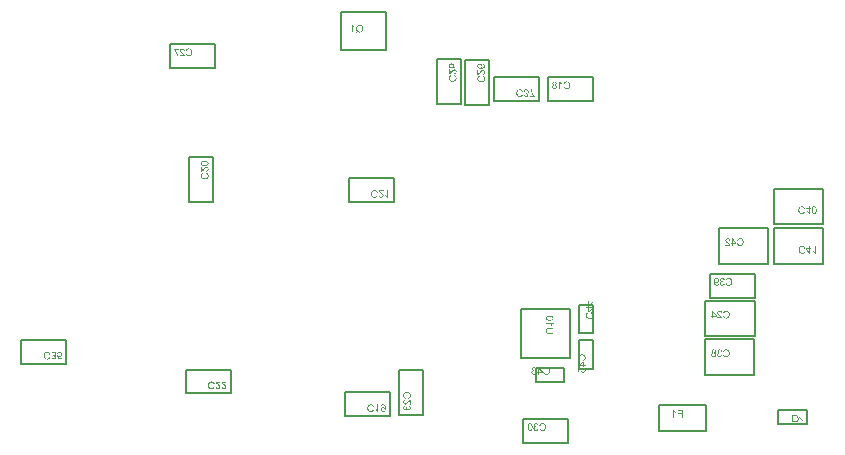
<source format=gbr>
G04*
G04 #@! TF.GenerationSoftware,Altium Limited,Altium Designer,25.1.2 (22)*
G04*
G04 Layer_Color=32896*
%FSLAX25Y25*%
%MOIN*%
G70*
G04*
G04 #@! TF.SameCoordinates,E7EE586C-05D5-46D5-8D4D-84EA4DFC6535*
G04*
G04*
G04 #@! TF.FilePolarity,Positive*
G04*
G01*
G75*
%ADD14C,0.00787*%
G36*
X556189Y330621D02*
X556288Y330603D01*
X556371Y330574D01*
X556444Y330545D01*
X556477Y330527D01*
X556502Y330512D01*
X556528Y330498D01*
X556546Y330483D01*
X556561Y330472D01*
X556572Y330465D01*
X556579Y330461D01*
X556583Y330457D01*
X556652Y330388D01*
X556706Y330312D01*
X556750Y330232D01*
X556786Y330152D01*
X556808Y330083D01*
X556819Y330053D01*
X556826Y330028D01*
X556830Y330006D01*
X556834Y329992D01*
X556837Y329981D01*
Y329977D01*
X556528Y329922D01*
X556513Y330002D01*
X556492Y330072D01*
X556466Y330130D01*
X556441Y330177D01*
X556415Y330214D01*
X556393Y330239D01*
X556379Y330257D01*
X556375Y330261D01*
X556328Y330297D01*
X556277Y330326D01*
X556229Y330345D01*
X556182Y330359D01*
X556139Y330366D01*
X556106Y330374D01*
X556077D01*
X556011Y330370D01*
X555953Y330356D01*
X555902Y330337D01*
X555858Y330319D01*
X555825Y330297D01*
X555800Y330279D01*
X555782Y330265D01*
X555778Y330261D01*
X555738Y330217D01*
X555709Y330170D01*
X555691Y330123D01*
X555676Y330079D01*
X555669Y330039D01*
X555662Y330010D01*
Y329988D01*
Y329984D01*
Y329981D01*
Y329941D01*
X555669Y329904D01*
X555687Y329842D01*
X555713Y329788D01*
X555742Y329740D01*
X555771Y329708D01*
X555796Y329682D01*
X555815Y329668D01*
X555818Y329664D01*
X555822D01*
X555884Y329631D01*
X555942Y329606D01*
X556004Y329588D01*
X556058Y329577D01*
X556106Y329569D01*
X556146Y329562D01*
X556193D01*
X556208Y329566D01*
X556226D01*
X556262Y329293D01*
X556215Y329304D01*
X556171Y329311D01*
X556135Y329318D01*
X556102Y329322D01*
X556077Y329325D01*
X556044D01*
X555967Y329318D01*
X555898Y329304D01*
X555836Y329282D01*
X555785Y329256D01*
X555745Y329231D01*
X555716Y329209D01*
X555698Y329194D01*
X555691Y329187D01*
X555643Y329133D01*
X555607Y329074D01*
X555582Y329016D01*
X555567Y328958D01*
X555556Y328910D01*
X555552Y328870D01*
X555549Y328856D01*
Y328845D01*
Y328838D01*
Y328834D01*
X555556Y328754D01*
X555574Y328681D01*
X555596Y328619D01*
X555625Y328565D01*
X555654Y328521D01*
X555676Y328488D01*
X555694Y328466D01*
X555702Y328459D01*
X555760Y328408D01*
X555822Y328372D01*
X555884Y328346D01*
X555942Y328328D01*
X555993Y328317D01*
X556033Y328313D01*
X556047Y328310D01*
X556069D01*
X556135Y328313D01*
X556197Y328328D01*
X556251Y328346D01*
X556295Y328368D01*
X556331Y328386D01*
X556360Y328404D01*
X556375Y328419D01*
X556382Y328423D01*
X556426Y328474D01*
X556462Y328532D01*
X556495Y328594D01*
X556521Y328659D01*
X556539Y328714D01*
X556546Y328739D01*
X556550Y328761D01*
X556553Y328779D01*
X556557Y328794D01*
X556561Y328801D01*
Y328805D01*
X556870Y328765D01*
X556863Y328707D01*
X556852Y328652D01*
X556819Y328550D01*
X556779Y328463D01*
X556757Y328426D01*
X556735Y328390D01*
X556714Y328357D01*
X556692Y328332D01*
X556674Y328306D01*
X556655Y328288D01*
X556644Y328274D01*
X556634Y328263D01*
X556626Y328255D01*
X556623Y328252D01*
X556579Y328219D01*
X556535Y328186D01*
X556492Y328161D01*
X556444Y328139D01*
X556353Y328102D01*
X556266Y328081D01*
X556226Y328073D01*
X556189Y328066D01*
X556157Y328062D01*
X556128Y328059D01*
X556106Y328055D01*
X556073D01*
X556004Y328059D01*
X555942Y328066D01*
X555880Y328077D01*
X555822Y328092D01*
X555767Y328110D01*
X555720Y328128D01*
X555673Y328150D01*
X555632Y328171D01*
X555592Y328190D01*
X555560Y328212D01*
X555531Y328230D01*
X555509Y328248D01*
X555491Y328263D01*
X555476Y328274D01*
X555469Y328281D01*
X555465Y328284D01*
X555421Y328328D01*
X555385Y328375D01*
X555352Y328423D01*
X555323Y328470D01*
X555301Y328514D01*
X555279Y328561D01*
X555250Y328648D01*
X555243Y328688D01*
X555236Y328725D01*
X555229Y328758D01*
X555225Y328787D01*
X555221Y328809D01*
Y328827D01*
Y328838D01*
Y328841D01*
X555225Y328929D01*
X555239Y329009D01*
X555261Y329078D01*
X555283Y329136D01*
X555305Y329184D01*
X555327Y329220D01*
X555341Y329242D01*
X555345Y329249D01*
X555396Y329304D01*
X555450Y329351D01*
X555509Y329387D01*
X555567Y329416D01*
X555618Y329438D01*
X555658Y329453D01*
X555673Y329456D01*
X555684Y329460D01*
X555691Y329464D01*
X555694D01*
X555632Y329497D01*
X555582Y329529D01*
X555538Y329566D01*
X555502Y329598D01*
X555472Y329628D01*
X555450Y329653D01*
X555440Y329668D01*
X555436Y329675D01*
X555407Y329726D01*
X555385Y329777D01*
X555367Y329828D01*
X555356Y329875D01*
X555349Y329915D01*
X555345Y329944D01*
Y329966D01*
Y329973D01*
X555349Y330035D01*
X555360Y330097D01*
X555374Y330152D01*
X555392Y330199D01*
X555410Y330239D01*
X555425Y330272D01*
X555436Y330290D01*
X555440Y330297D01*
X555476Y330352D01*
X555520Y330399D01*
X555563Y330439D01*
X555607Y330476D01*
X555643Y330501D01*
X555676Y330523D01*
X555698Y330534D01*
X555702Y330538D01*
X555705D01*
X555771Y330567D01*
X555836Y330589D01*
X555902Y330607D01*
X555960Y330618D01*
X556007Y330625D01*
X556047Y330628D01*
X556139D01*
X556189Y330621D01*
D02*
G37*
G36*
X558319Y330654D02*
X558435Y330636D01*
X558537Y330614D01*
X558585Y330599D01*
X558628Y330585D01*
X558668Y330570D01*
X558705Y330556D01*
X558734Y330545D01*
X558763Y330534D01*
X558781Y330523D01*
X558796Y330516D01*
X558807Y330512D01*
X558810Y330508D01*
X558909Y330447D01*
X558992Y330374D01*
X559065Y330301D01*
X559127Y330228D01*
X559174Y330163D01*
X559192Y330134D01*
X559207Y330108D01*
X559222Y330090D01*
X559229Y330075D01*
X559233Y330064D01*
X559236Y330061D01*
X559287Y329948D01*
X559324Y329831D01*
X559349Y329715D01*
X559367Y329609D01*
X559374Y329562D01*
X559378Y329515D01*
X559382Y329478D01*
Y329442D01*
X559385Y329416D01*
Y329395D01*
Y329380D01*
Y329376D01*
X559378Y329245D01*
X559364Y329118D01*
X559345Y329005D01*
X559331Y328951D01*
X559320Y328903D01*
X559309Y328859D01*
X559294Y328819D01*
X559283Y328783D01*
X559276Y328754D01*
X559265Y328732D01*
X559262Y328714D01*
X559254Y328703D01*
Y328699D01*
X559200Y328590D01*
X559138Y328492D01*
X559072Y328408D01*
X559040Y328375D01*
X559010Y328343D01*
X558981Y328313D01*
X558952Y328288D01*
X558927Y328266D01*
X558905Y328252D01*
X558890Y328237D01*
X558876Y328226D01*
X558869Y328222D01*
X558865Y328219D01*
X558814Y328190D01*
X558763Y328164D01*
X558654Y328124D01*
X558544Y328095D01*
X558439Y328077D01*
X558388Y328070D01*
X558344Y328062D01*
X558304Y328059D01*
X558272D01*
X558242Y328055D01*
X558202D01*
X558130Y328059D01*
X558060Y328066D01*
X557995Y328073D01*
X557933Y328088D01*
X557875Y328106D01*
X557820Y328124D01*
X557769Y328142D01*
X557722Y328164D01*
X557682Y328183D01*
X557642Y328201D01*
X557613Y328219D01*
X557584Y328237D01*
X557565Y328252D01*
X557547Y328259D01*
X557540Y328266D01*
X557536Y328270D01*
X557485Y328313D01*
X557442Y328357D01*
X557402Y328408D01*
X557362Y328459D01*
X557296Y328561D01*
X557245Y328663D01*
X557223Y328710D01*
X557205Y328754D01*
X557190Y328794D01*
X557179Y328827D01*
X557169Y328856D01*
X557161Y328878D01*
X557158Y328892D01*
Y328896D01*
X557493Y328980D01*
X557507Y328921D01*
X557525Y328867D01*
X557544Y328816D01*
X557562Y328768D01*
X557584Y328725D01*
X557605Y328688D01*
X557631Y328652D01*
X557653Y328619D01*
X557671Y328590D01*
X557693Y328568D01*
X557711Y328547D01*
X557725Y328528D01*
X557740Y328517D01*
X557751Y328506D01*
X557755Y328503D01*
X557758Y328499D01*
X557795Y328470D01*
X557835Y328448D01*
X557915Y328408D01*
X557991Y328379D01*
X558068Y328361D01*
X558133Y328346D01*
X558159Y328343D01*
X558184D01*
X558206Y328339D01*
X558231D01*
X558315Y328343D01*
X558395Y328357D01*
X558468Y328375D01*
X558534Y328397D01*
X558585Y328419D01*
X558606Y328430D01*
X558625Y328437D01*
X558639Y328445D01*
X558650Y328452D01*
X558657Y328455D01*
X558661D01*
X558730Y328506D01*
X558788Y328561D01*
X558839Y328623D01*
X558879Y328681D01*
X558912Y328732D01*
X558934Y328776D01*
X558941Y328794D01*
X558949Y328805D01*
X558952Y328812D01*
Y328816D01*
X558981Y328910D01*
X559003Y329005D01*
X559021Y329100D01*
X559032Y329187D01*
X559036Y329227D01*
X559040Y329263D01*
Y329296D01*
X559043Y329322D01*
Y329344D01*
Y329362D01*
Y329373D01*
Y329376D01*
X559040Y329471D01*
X559032Y329558D01*
X559018Y329639D01*
X559003Y329711D01*
X558992Y329773D01*
X558985Y329799D01*
X558978Y329820D01*
X558974Y329839D01*
X558970Y329850D01*
X558967Y329857D01*
Y329860D01*
X558930Y329944D01*
X558890Y330021D01*
X558847Y330083D01*
X558799Y330137D01*
X558759Y330181D01*
X558727Y330210D01*
X558701Y330228D01*
X558697Y330235D01*
X558694D01*
X558617Y330283D01*
X558534Y330319D01*
X558454Y330345D01*
X558377Y330359D01*
X558308Y330370D01*
X558279Y330374D01*
X558253D01*
X558235Y330377D01*
X558206D01*
X558115Y330374D01*
X558031Y330359D01*
X557962Y330337D01*
X557900Y330315D01*
X557853Y330290D01*
X557817Y330272D01*
X557795Y330257D01*
X557787Y330250D01*
X557729Y330195D01*
X557675Y330134D01*
X557631Y330068D01*
X557594Y330002D01*
X557565Y329944D01*
X557554Y329915D01*
X557547Y329893D01*
X557540Y329875D01*
X557533Y329860D01*
X557529Y329853D01*
Y329850D01*
X557201Y329926D01*
X557223Y329992D01*
X557245Y330050D01*
X557274Y330104D01*
X557300Y330159D01*
X557329Y330206D01*
X557362Y330250D01*
X557391Y330294D01*
X557420Y330330D01*
X557449Y330359D01*
X557474Y330388D01*
X557500Y330414D01*
X557518Y330432D01*
X557536Y330450D01*
X557551Y330461D01*
X557558Y330465D01*
X557562Y330468D01*
X557613Y330501D01*
X557664Y330534D01*
X557715Y330559D01*
X557769Y330581D01*
X557878Y330614D01*
X557977Y330636D01*
X558024Y330647D01*
X558064Y330650D01*
X558104Y330654D01*
X558137Y330658D01*
X558162Y330661D01*
X558199D01*
X558319Y330654D01*
D02*
G37*
G36*
X554191Y330621D02*
X554282Y330607D01*
X554358Y330581D01*
X554424Y330556D01*
X554479Y330527D01*
X554500Y330516D01*
X554519Y330501D01*
X554533Y330494D01*
X554544Y330487D01*
X554548Y330479D01*
X554551D01*
X554617Y330421D01*
X554672Y330352D01*
X554719Y330283D01*
X554755Y330217D01*
X554784Y330155D01*
X554799Y330130D01*
X554806Y330104D01*
X554813Y330086D01*
X554821Y330072D01*
X554824Y330064D01*
Y330061D01*
X554839Y330006D01*
X554854Y329952D01*
X554875Y329831D01*
X554894Y329711D01*
X554905Y329598D01*
X554908Y329544D01*
X554912Y329497D01*
Y329453D01*
X554915Y329413D01*
Y329384D01*
Y329358D01*
Y329344D01*
Y329340D01*
X554912Y329213D01*
X554905Y329093D01*
X554894Y328983D01*
X554875Y328881D01*
X554857Y328787D01*
X554835Y328703D01*
X554813Y328626D01*
X554792Y328561D01*
X554770Y328503D01*
X554744Y328452D01*
X554726Y328408D01*
X554708Y328375D01*
X554690Y328346D01*
X554679Y328328D01*
X554672Y328317D01*
X554668Y328313D01*
X554628Y328270D01*
X554584Y328230D01*
X554537Y328193D01*
X554490Y328164D01*
X554442Y328139D01*
X554395Y328117D01*
X554348Y328102D01*
X554304Y328088D01*
X554260Y328077D01*
X554220Y328070D01*
X554184Y328062D01*
X554155Y328059D01*
X554129Y328055D01*
X554093D01*
X553995Y328062D01*
X553903Y328077D01*
X553827Y328102D01*
X553762Y328128D01*
X553707Y328153D01*
X553689Y328168D01*
X553671Y328179D01*
X553656Y328186D01*
X553645Y328193D01*
X553641Y328201D01*
X553638D01*
X553572Y328263D01*
X553518Y328328D01*
X553470Y328401D01*
X553434Y328466D01*
X553405Y328528D01*
X553390Y328554D01*
X553383Y328579D01*
X553376Y328597D01*
X553368Y328612D01*
X553365Y328619D01*
Y328623D01*
X553347Y328678D01*
X553332Y328732D01*
X553310Y328849D01*
X553292Y328969D01*
X553281Y329085D01*
X553277Y329136D01*
X553274Y329184D01*
Y329227D01*
X553270Y329267D01*
Y329296D01*
Y329322D01*
Y329336D01*
Y329340D01*
Y329409D01*
X553274Y329475D01*
Y329533D01*
X553277Y329591D01*
X553285Y329642D01*
X553288Y329693D01*
X553292Y329737D01*
X553299Y329777D01*
X553303Y329813D01*
X553310Y329846D01*
X553314Y329871D01*
X553317Y329893D01*
X553321Y329911D01*
X553325Y329922D01*
X553328Y329930D01*
Y329933D01*
X553350Y330013D01*
X553376Y330086D01*
X553405Y330148D01*
X553427Y330203D01*
X553452Y330250D01*
X553467Y330283D01*
X553481Y330301D01*
X553485Y330308D01*
X553525Y330363D01*
X553565Y330410D01*
X553609Y330450D01*
X553649Y330487D01*
X553685Y330512D01*
X553714Y330530D01*
X553732Y330541D01*
X553736Y330545D01*
X553740D01*
X553798Y330574D01*
X553860Y330592D01*
X553918Y330607D01*
X553973Y330618D01*
X554020Y330625D01*
X554060Y330628D01*
X554093D01*
X554191Y330621D01*
D02*
G37*
G36*
X573570Y371229D02*
X575200D01*
Y370978D01*
X573570Y369824D01*
X573286D01*
Y370919D01*
X572681D01*
Y371229D01*
X573286D01*
Y371571D01*
X573570D01*
Y371229D01*
D02*
G37*
G36*
Y369271D02*
X575200D01*
Y369019D01*
X573570Y367866D01*
X573286D01*
Y368961D01*
X572681D01*
Y369271D01*
X573286D01*
Y369613D01*
X573570D01*
Y369271D01*
D02*
G37*
G36*
X573562Y367352D02*
X573504Y367338D01*
X573449Y367320D01*
X573398Y367301D01*
X573351Y367283D01*
X573308Y367261D01*
X573271Y367239D01*
X573235Y367214D01*
X573202Y367192D01*
X573173Y367174D01*
X573151Y367152D01*
X573129Y367134D01*
X573111Y367119D01*
X573100Y367105D01*
X573089Y367094D01*
X573085Y367090D01*
X573082Y367087D01*
X573053Y367050D01*
X573031Y367010D01*
X572991Y366930D01*
X572962Y366854D01*
X572943Y366777D01*
X572929Y366712D01*
X572925Y366686D01*
Y366661D01*
X572922Y366639D01*
Y366613D01*
X572925Y366530D01*
X572940Y366450D01*
X572958Y366377D01*
X572980Y366311D01*
X573002Y366260D01*
X573013Y366238D01*
X573020Y366220D01*
X573027Y366206D01*
X573034Y366195D01*
X573038Y366188D01*
Y366184D01*
X573089Y366115D01*
X573144Y366056D01*
X573206Y366005D01*
X573264Y365966D01*
X573315Y365933D01*
X573358Y365911D01*
X573377Y365904D01*
X573388Y365896D01*
X573395Y365893D01*
X573398D01*
X573493Y365864D01*
X573588Y365842D01*
X573682Y365824D01*
X573770Y365813D01*
X573810Y365809D01*
X573846Y365805D01*
X573879D01*
X573904Y365802D01*
X573926D01*
X573945D01*
X573955D01*
X573959D01*
X574054Y365805D01*
X574141Y365813D01*
X574221Y365827D01*
X574294Y365842D01*
X574356Y365853D01*
X574381Y365860D01*
X574403Y365867D01*
X574421Y365871D01*
X574432Y365875D01*
X574439Y365878D01*
X574443D01*
X574527Y365915D01*
X574603Y365955D01*
X574665Y365998D01*
X574720Y366046D01*
X574763Y366086D01*
X574793Y366118D01*
X574811Y366144D01*
X574818Y366147D01*
Y366151D01*
X574865Y366228D01*
X574902Y366311D01*
X574927Y366391D01*
X574942Y366468D01*
X574953Y366537D01*
X574956Y366566D01*
Y366592D01*
X574960Y366610D01*
Y366639D01*
X574956Y366730D01*
X574942Y366814D01*
X574920Y366883D01*
X574898Y366945D01*
X574873Y366992D01*
X574855Y367028D01*
X574840Y367050D01*
X574833Y367057D01*
X574778Y367116D01*
X574716Y367170D01*
X574651Y367214D01*
X574585Y367250D01*
X574527Y367280D01*
X574498Y367290D01*
X574476Y367298D01*
X574458Y367305D01*
X574443Y367312D01*
X574436Y367316D01*
X574432D01*
X574509Y367643D01*
X574574Y367622D01*
X574632Y367600D01*
X574687Y367571D01*
X574742Y367545D01*
X574789Y367516D01*
X574833Y367483D01*
X574876Y367454D01*
X574913Y367425D01*
X574942Y367396D01*
X574971Y367371D01*
X574997Y367345D01*
X575015Y367327D01*
X575033Y367309D01*
X575044Y367294D01*
X575047Y367287D01*
X575051Y367283D01*
X575084Y367232D01*
X575117Y367181D01*
X575142Y367130D01*
X575164Y367076D01*
X575197Y366967D01*
X575218Y366868D01*
X575229Y366821D01*
X575233Y366781D01*
X575237Y366741D01*
X575240Y366708D01*
X575244Y366683D01*
Y366646D01*
X575237Y366526D01*
X575218Y366410D01*
X575197Y366308D01*
X575182Y366260D01*
X575168Y366217D01*
X575153Y366177D01*
X575138Y366140D01*
X575128Y366111D01*
X575117Y366082D01*
X575106Y366064D01*
X575098Y366049D01*
X575095Y366038D01*
X575091Y366035D01*
X575029Y365936D01*
X574956Y365853D01*
X574884Y365780D01*
X574811Y365718D01*
X574745Y365671D01*
X574716Y365652D01*
X574691Y365638D01*
X574673Y365623D01*
X574658Y365616D01*
X574647Y365612D01*
X574643Y365609D01*
X574531Y365558D01*
X574414Y365521D01*
X574298Y365496D01*
X574192Y365478D01*
X574145Y365470D01*
X574097Y365467D01*
X574061Y365463D01*
X574025D01*
X573999Y365459D01*
X573977D01*
X573963D01*
X573959D01*
X573828Y365467D01*
X573701Y365481D01*
X573588Y365500D01*
X573533Y365514D01*
X573486Y365525D01*
X573442Y365536D01*
X573402Y365550D01*
X573366Y365561D01*
X573337Y365569D01*
X573315Y365580D01*
X573297Y365583D01*
X573286Y365591D01*
X573282D01*
X573173Y365645D01*
X573074Y365707D01*
X572991Y365773D01*
X572958Y365805D01*
X572925Y365834D01*
X572896Y365864D01*
X572871Y365893D01*
X572849Y365918D01*
X572834Y365940D01*
X572820Y365955D01*
X572809Y365969D01*
X572805Y365976D01*
X572801Y365980D01*
X572772Y366031D01*
X572747Y366082D01*
X572707Y366191D01*
X572678Y366300D01*
X572660Y366406D01*
X572652Y366457D01*
X572645Y366501D01*
X572641Y366541D01*
Y366573D01*
X572638Y366602D01*
Y366642D01*
X572641Y366715D01*
X572649Y366785D01*
X572656Y366850D01*
X572671Y366912D01*
X572689Y366970D01*
X572707Y367025D01*
X572725Y367076D01*
X572747Y367123D01*
X572765Y367163D01*
X572783Y367203D01*
X572801Y367232D01*
X572820Y367261D01*
X572834Y367280D01*
X572842Y367298D01*
X572849Y367305D01*
X572853Y367309D01*
X572896Y367360D01*
X572940Y367403D01*
X572991Y367443D01*
X573042Y367483D01*
X573144Y367549D01*
X573246Y367600D01*
X573293Y367622D01*
X573337Y367640D01*
X573377Y367654D01*
X573409Y367665D01*
X573439Y367676D01*
X573460Y367684D01*
X573475Y367687D01*
X573479D01*
X573562Y367352D01*
D02*
G37*
G36*
X560742Y366510D02*
X560801D01*
X560859Y366506D01*
X560910Y366499D01*
X560961Y366495D01*
X561004Y366491D01*
X561045Y366484D01*
X561081Y366480D01*
X561114Y366473D01*
X561139Y366470D01*
X561161Y366466D01*
X561179Y366462D01*
X561190Y366459D01*
X561197Y366455D01*
X561201D01*
X561281Y366433D01*
X561354Y366408D01*
X561416Y366378D01*
X561470Y366357D01*
X561518Y366331D01*
X561551Y366317D01*
X561569Y366302D01*
X561576Y366299D01*
X561630Y366258D01*
X561678Y366218D01*
X561718Y366175D01*
X561754Y366135D01*
X561780Y366098D01*
X561798Y366069D01*
X561809Y366051D01*
X561812Y366047D01*
Y366044D01*
X561842Y365985D01*
X561860Y365924D01*
X561874Y365865D01*
X561885Y365811D01*
X561893Y365763D01*
X561896Y365723D01*
Y365691D01*
X561889Y365592D01*
X561874Y365501D01*
X561849Y365425D01*
X561823Y365359D01*
X561794Y365305D01*
X561783Y365283D01*
X561769Y365265D01*
X561762Y365250D01*
X561754Y365239D01*
X561747Y365236D01*
Y365232D01*
X561689Y365166D01*
X561620Y365112D01*
X561551Y365065D01*
X561485Y365028D01*
X561423Y364999D01*
X561398Y364984D01*
X561372Y364977D01*
X561354Y364970D01*
X561339Y364963D01*
X561332Y364959D01*
X561328D01*
X561274Y364944D01*
X561219Y364930D01*
X561099Y364908D01*
X560979Y364890D01*
X560866Y364879D01*
X560812Y364875D01*
X560764Y364872D01*
X560720D01*
X560680Y364868D01*
X560651D01*
X560626D01*
X560611D01*
X560608D01*
X560480Y364872D01*
X560360Y364879D01*
X560251Y364890D01*
X560149Y364908D01*
X560054Y364926D01*
X559971Y364948D01*
X559894Y364970D01*
X559829Y364992D01*
X559770Y365014D01*
X559720Y365039D01*
X559676Y365057D01*
X559643Y365075D01*
X559614Y365094D01*
X559596Y365105D01*
X559585Y365112D01*
X559581Y365115D01*
X559538Y365156D01*
X559497Y365199D01*
X559461Y365247D01*
X559432Y365294D01*
X559407Y365341D01*
X559385Y365388D01*
X559370Y365436D01*
X559355Y365479D01*
X559345Y365523D01*
X559337Y365563D01*
X559330Y365600D01*
X559326Y365629D01*
X559323Y365654D01*
Y365691D01*
X559330Y365789D01*
X559345Y365880D01*
X559370Y365956D01*
X559396Y366022D01*
X559421Y366076D01*
X559436Y366095D01*
X559446Y366113D01*
X559454Y366127D01*
X559461Y366138D01*
X559468Y366142D01*
Y366146D01*
X559530Y366211D01*
X559596Y366266D01*
X559669Y366313D01*
X559734Y366349D01*
X559796Y366378D01*
X559822Y366393D01*
X559847Y366400D01*
X559865Y366408D01*
X559880Y366415D01*
X559887Y366419D01*
X559891D01*
X559945Y366437D01*
X560000Y366451D01*
X560116Y366473D01*
X560236Y366491D01*
X560353Y366502D01*
X560404Y366506D01*
X560451Y366510D01*
X560495D01*
X560535Y366513D01*
X560564D01*
X560590D01*
X560604D01*
X560608D01*
X560677D01*
X560742Y366510D01*
D02*
G37*
G36*
X561896Y363874D02*
X561834Y363838D01*
X561776Y363798D01*
X561718Y363751D01*
X561667Y363707D01*
X561623Y363663D01*
X561587Y363630D01*
X561576Y363616D01*
X561565Y363605D01*
X561561Y363601D01*
X561558Y363598D01*
X561496Y363521D01*
X561438Y363445D01*
X561387Y363372D01*
X561347Y363299D01*
X561310Y363237D01*
X561296Y363212D01*
X561285Y363190D01*
X561274Y363172D01*
X561270Y363157D01*
X561263Y363150D01*
Y363146D01*
X560964D01*
X560986Y363201D01*
X561012Y363255D01*
X561037Y363310D01*
X561063Y363361D01*
X561085Y363405D01*
X561103Y363441D01*
X561117Y363463D01*
X561121Y363467D01*
Y363470D01*
X561161Y363536D01*
X561201Y363594D01*
X561237Y363645D01*
X561270Y363685D01*
X561296Y363721D01*
X561317Y363743D01*
X561332Y363761D01*
X561336Y363765D01*
X559366D01*
Y364074D01*
X561896D01*
Y363874D01*
D02*
G37*
G36*
X561885Y362145D02*
X560429D01*
X560346D01*
X560265Y362138D01*
X560196Y362131D01*
X560131Y362120D01*
X560073Y362109D01*
X560018Y362094D01*
X559971Y362083D01*
X559931Y362069D01*
X559898Y362054D01*
X559865Y362040D01*
X559843Y362025D01*
X559822Y362014D01*
X559807Y362003D01*
X559796Y361996D01*
X559792Y361992D01*
X559789Y361989D01*
X559760Y361956D01*
X559734Y361919D01*
X559694Y361840D01*
X559665Y361756D01*
X559647Y361668D01*
X559632Y361588D01*
X559628Y361556D01*
Y361523D01*
X559625Y361501D01*
Y361465D01*
X559628Y361388D01*
X559640Y361319D01*
X559650Y361253D01*
X559669Y361203D01*
X559683Y361159D01*
X559694Y361126D01*
X559705Y361108D01*
X559709Y361101D01*
X559741Y361050D01*
X559781Y361006D01*
X559822Y360969D01*
X559858Y360944D01*
X559894Y360922D01*
X559920Y360904D01*
X559938Y360897D01*
X559945Y360893D01*
X559978Y360882D01*
X560011Y360875D01*
X560087Y360860D01*
X560167Y360849D01*
X560247Y360842D01*
X560317Y360839D01*
X560349D01*
X560375Y360835D01*
X560397D01*
X560415D01*
X560426D01*
X560429D01*
X561885D01*
Y360500D01*
X560429D01*
X560357D01*
X560287Y360504D01*
X560222Y360507D01*
X560160Y360514D01*
X560105Y360522D01*
X560054Y360529D01*
X560007Y360540D01*
X559963Y360547D01*
X559923Y360555D01*
X559891Y360565D01*
X559862Y360573D01*
X559840Y360580D01*
X559822Y360587D01*
X559807Y360591D01*
X559800Y360595D01*
X559796D01*
X559716Y360635D01*
X559643Y360686D01*
X559585Y360736D01*
X559534Y360791D01*
X559494Y360839D01*
X559465Y360878D01*
X559457Y360893D01*
X559450Y360904D01*
X559443Y360911D01*
Y360915D01*
X559403Y361006D01*
X559374Y361101D01*
X559352Y361199D01*
X559337Y361290D01*
X559334Y361330D01*
X559330Y361370D01*
X559326Y361406D01*
Y361435D01*
X559323Y361461D01*
Y361494D01*
X559330Y361625D01*
X559337Y361683D01*
X559345Y361737D01*
X559355Y361792D01*
X559366Y361840D01*
X559377Y361883D01*
X559392Y361923D01*
X559407Y361960D01*
X559417Y361989D01*
X559428Y362018D01*
X559439Y362040D01*
X559450Y362058D01*
X559454Y362069D01*
X559461Y362076D01*
Y362080D01*
X559516Y362160D01*
X559578Y362225D01*
X559636Y362276D01*
X559694Y362320D01*
X559745Y362353D01*
X559785Y362374D01*
X559800Y362382D01*
X559810Y362389D01*
X559818Y362393D01*
X559822D01*
X559865Y362407D01*
X559912Y362422D01*
X560011Y362444D01*
X560113Y362458D01*
X560211Y362469D01*
X560255Y362473D01*
X560298Y362476D01*
X560335D01*
X560367Y362480D01*
X560393D01*
X560411D01*
X560426D01*
X560429D01*
X561885D01*
Y362145D01*
D02*
G37*
G36*
X555515Y349369D02*
X555613Y349351D01*
X555697Y349322D01*
X555770Y349293D01*
X555803Y349275D01*
X555828Y349260D01*
X555854Y349246D01*
X555872Y349231D01*
X555886Y349220D01*
X555897Y349213D01*
X555904Y349209D01*
X555908Y349205D01*
X555977Y349136D01*
X556032Y349060D01*
X556076Y348980D01*
X556112Y348900D01*
X556134Y348831D01*
X556145Y348801D01*
X556152Y348776D01*
X556156Y348754D01*
X556159Y348740D01*
X556163Y348729D01*
Y348725D01*
X555854Y348670D01*
X555839Y348750D01*
X555817Y348820D01*
X555792Y348878D01*
X555766Y348925D01*
X555741Y348962D01*
X555719Y348987D01*
X555704Y349005D01*
X555701Y349009D01*
X555653Y349045D01*
X555602Y349075D01*
X555555Y349093D01*
X555508Y349107D01*
X555464Y349114D01*
X555431Y349122D01*
X555402D01*
X555337Y349118D01*
X555278Y349104D01*
X555227Y349085D01*
X555184Y349067D01*
X555151Y349045D01*
X555126Y349027D01*
X555107Y349013D01*
X555104Y349009D01*
X555064Y348965D01*
X555034Y348918D01*
X555016Y348871D01*
X555002Y348827D01*
X554994Y348787D01*
X554987Y348758D01*
Y348736D01*
Y348732D01*
Y348729D01*
Y348689D01*
X554994Y348652D01*
X555013Y348590D01*
X555038Y348536D01*
X555067Y348488D01*
X555096Y348456D01*
X555122Y348430D01*
X555140Y348416D01*
X555144Y348412D01*
X555147D01*
X555209Y348379D01*
X555267Y348354D01*
X555329Y348336D01*
X555384Y348325D01*
X555431Y348317D01*
X555471Y348310D01*
X555519D01*
X555533Y348314D01*
X555551D01*
X555588Y348041D01*
X555541Y348052D01*
X555497Y348059D01*
X555460Y348066D01*
X555428Y348070D01*
X555402Y348074D01*
X555369D01*
X555293Y348066D01*
X555224Y348052D01*
X555162Y348030D01*
X555111Y348004D01*
X555071Y347979D01*
X555042Y347957D01*
X555024Y347942D01*
X555016Y347935D01*
X554969Y347881D01*
X554933Y347822D01*
X554907Y347764D01*
X554893Y347706D01*
X554882Y347658D01*
X554878Y347619D01*
X554874Y347604D01*
Y347593D01*
Y347586D01*
Y347582D01*
X554882Y347502D01*
X554900Y347429D01*
X554922Y347367D01*
X554951Y347313D01*
X554980Y347269D01*
X555002Y347236D01*
X555020Y347214D01*
X555027Y347207D01*
X555086Y347156D01*
X555147Y347120D01*
X555209Y347094D01*
X555267Y347076D01*
X555318Y347065D01*
X555359Y347061D01*
X555373Y347058D01*
X555395D01*
X555460Y347061D01*
X555522Y347076D01*
X555577Y347094D01*
X555621Y347116D01*
X555657Y347134D01*
X555686Y347152D01*
X555701Y347167D01*
X555708Y347171D01*
X555752Y347222D01*
X555788Y347280D01*
X555821Y347342D01*
X555846Y347407D01*
X555864Y347462D01*
X555872Y347487D01*
X555875Y347509D01*
X555879Y347528D01*
X555883Y347542D01*
X555886Y347549D01*
Y347553D01*
X556196Y347513D01*
X556188Y347455D01*
X556178Y347400D01*
X556145Y347298D01*
X556105Y347211D01*
X556083Y347174D01*
X556061Y347138D01*
X556039Y347105D01*
X556017Y347080D01*
X555999Y347054D01*
X555981Y347036D01*
X555970Y347022D01*
X555959Y347011D01*
X555952Y347003D01*
X555948Y347000D01*
X555904Y346967D01*
X555861Y346934D01*
X555817Y346909D01*
X555770Y346887D01*
X555679Y346850D01*
X555591Y346829D01*
X555551Y346821D01*
X555515Y346814D01*
X555482Y346810D01*
X555453Y346807D01*
X555431Y346803D01*
X555399D01*
X555329Y346807D01*
X555267Y346814D01*
X555206Y346825D01*
X555147Y346839D01*
X555093Y346858D01*
X555045Y346876D01*
X554998Y346898D01*
X554958Y346920D01*
X554918Y346938D01*
X554885Y346960D01*
X554856Y346978D01*
X554834Y346996D01*
X554816Y347011D01*
X554802Y347022D01*
X554794Y347029D01*
X554791Y347032D01*
X554747Y347076D01*
X554711Y347123D01*
X554678Y347171D01*
X554649Y347218D01*
X554627Y347262D01*
X554605Y347309D01*
X554576Y347396D01*
X554569Y347436D01*
X554561Y347473D01*
X554554Y347506D01*
X554550Y347535D01*
X554547Y347557D01*
Y347575D01*
Y347586D01*
Y347589D01*
X554550Y347677D01*
X554565Y347757D01*
X554587Y347826D01*
X554609Y347884D01*
X554631Y347932D01*
X554652Y347968D01*
X554667Y347990D01*
X554670Y347997D01*
X554721Y348052D01*
X554776Y348099D01*
X554834Y348135D01*
X554893Y348165D01*
X554944Y348186D01*
X554984Y348201D01*
X554998Y348204D01*
X555009Y348208D01*
X555016Y348212D01*
X555020D01*
X554958Y348245D01*
X554907Y348277D01*
X554863Y348314D01*
X554827Y348346D01*
X554798Y348376D01*
X554776Y348401D01*
X554765Y348416D01*
X554762Y348423D01*
X554732Y348474D01*
X554711Y348525D01*
X554692Y348576D01*
X554681Y348623D01*
X554674Y348663D01*
X554670Y348692D01*
Y348714D01*
Y348721D01*
X554674Y348783D01*
X554685Y348845D01*
X554700Y348900D01*
X554718Y348947D01*
X554736Y348987D01*
X554751Y349020D01*
X554762Y349038D01*
X554765Y349045D01*
X554802Y349100D01*
X554845Y349147D01*
X554889Y349187D01*
X554933Y349224D01*
X554969Y349249D01*
X555002Y349271D01*
X555024Y349282D01*
X555027Y349286D01*
X555031D01*
X555096Y349315D01*
X555162Y349337D01*
X555227Y349355D01*
X555286Y349366D01*
X555333Y349373D01*
X555373Y349377D01*
X555464D01*
X555515Y349369D01*
D02*
G37*
G36*
X559603Y349402D02*
X559719Y349384D01*
X559821Y349362D01*
X559868Y349347D01*
X559912Y349333D01*
X559952Y349318D01*
X559989Y349304D01*
X560018Y349293D01*
X560047Y349282D01*
X560065Y349271D01*
X560080Y349264D01*
X560090Y349260D01*
X560094Y349256D01*
X560192Y349195D01*
X560276Y349122D01*
X560349Y349049D01*
X560411Y348976D01*
X560458Y348911D01*
X560476Y348882D01*
X560491Y348856D01*
X560505Y348838D01*
X560513Y348823D01*
X560516Y348812D01*
X560520Y348809D01*
X560571Y348696D01*
X560607Y348579D01*
X560633Y348463D01*
X560651Y348357D01*
X560658Y348310D01*
X560662Y348263D01*
X560666Y348226D01*
Y348190D01*
X560669Y348165D01*
Y348143D01*
Y348128D01*
Y348124D01*
X560662Y347993D01*
X560647Y347866D01*
X560629Y347753D01*
X560615Y347698D01*
X560604Y347651D01*
X560593Y347607D01*
X560578Y347568D01*
X560567Y347531D01*
X560560Y347502D01*
X560549Y347480D01*
X560545Y347462D01*
X560538Y347451D01*
Y347447D01*
X560484Y347338D01*
X560422Y347240D01*
X560356Y347156D01*
X560323Y347123D01*
X560294Y347091D01*
X560265Y347061D01*
X560236Y347036D01*
X560211Y347014D01*
X560189Y347000D01*
X560174Y346985D01*
X560160Y346974D01*
X560152Y346971D01*
X560149Y346967D01*
X560098Y346938D01*
X560047Y346912D01*
X559938Y346872D01*
X559828Y346843D01*
X559723Y346825D01*
X559672Y346818D01*
X559628Y346810D01*
X559588Y346807D01*
X559555D01*
X559526Y346803D01*
X559486D01*
X559413Y346807D01*
X559344Y346814D01*
X559279Y346821D01*
X559217Y346836D01*
X559159Y346854D01*
X559104Y346872D01*
X559053Y346890D01*
X559006Y346912D01*
X558966Y346931D01*
X558926Y346949D01*
X558897Y346967D01*
X558867Y346985D01*
X558849Y347000D01*
X558831Y347007D01*
X558824Y347014D01*
X558820Y347018D01*
X558769Y347061D01*
X558726Y347105D01*
X558685Y347156D01*
X558645Y347207D01*
X558580Y347309D01*
X558529Y347411D01*
X558507Y347458D01*
X558489Y347502D01*
X558474Y347542D01*
X558463Y347575D01*
X558453Y347604D01*
X558445Y347626D01*
X558442Y347640D01*
Y347644D01*
X558776Y347728D01*
X558791Y347669D01*
X558809Y347615D01*
X558827Y347564D01*
X558846Y347516D01*
X558867Y347473D01*
X558889Y347436D01*
X558915Y347400D01*
X558937Y347367D01*
X558955Y347338D01*
X558977Y347316D01*
X558995Y347294D01*
X559009Y347276D01*
X559024Y347265D01*
X559035Y347254D01*
X559038Y347251D01*
X559042Y347247D01*
X559079Y347218D01*
X559119Y347196D01*
X559199Y347156D01*
X559275Y347127D01*
X559352Y347109D01*
X559417Y347094D01*
X559443Y347091D01*
X559468D01*
X559490Y347087D01*
X559515D01*
X559599Y347091D01*
X559679Y347105D01*
X559752Y347123D01*
X559818Y347145D01*
X559868Y347167D01*
X559890Y347178D01*
X559908Y347185D01*
X559923Y347193D01*
X559934Y347200D01*
X559941Y347203D01*
X559945D01*
X560014Y347254D01*
X560072Y347309D01*
X560123Y347371D01*
X560163Y347429D01*
X560196Y347480D01*
X560218Y347524D01*
X560225Y347542D01*
X560232Y347553D01*
X560236Y347560D01*
Y347564D01*
X560265Y347658D01*
X560287Y347753D01*
X560305Y347848D01*
X560316Y347935D01*
X560320Y347975D01*
X560323Y348012D01*
Y348044D01*
X560327Y348070D01*
Y348092D01*
Y348110D01*
Y348121D01*
Y348124D01*
X560323Y348219D01*
X560316Y348306D01*
X560302Y348387D01*
X560287Y348459D01*
X560276Y348521D01*
X560269Y348547D01*
X560262Y348569D01*
X560258Y348587D01*
X560254Y348598D01*
X560251Y348605D01*
Y348608D01*
X560214Y348692D01*
X560174Y348769D01*
X560131Y348831D01*
X560083Y348885D01*
X560043Y348929D01*
X560010Y348958D01*
X559985Y348976D01*
X559981Y348984D01*
X559978D01*
X559901Y349031D01*
X559818Y349067D01*
X559737Y349093D01*
X559661Y349107D01*
X559592Y349118D01*
X559563Y349122D01*
X559537D01*
X559519Y349125D01*
X559490D01*
X559399Y349122D01*
X559315Y349107D01*
X559246Y349085D01*
X559184Y349063D01*
X559137Y349038D01*
X559100Y349020D01*
X559079Y349005D01*
X559071Y348998D01*
X559013Y348943D01*
X558958Y348882D01*
X558915Y348816D01*
X558878Y348750D01*
X558849Y348692D01*
X558838Y348663D01*
X558831Y348641D01*
X558824Y348623D01*
X558816Y348608D01*
X558813Y348601D01*
Y348598D01*
X558485Y348674D01*
X558507Y348740D01*
X558529Y348798D01*
X558558Y348852D01*
X558583Y348907D01*
X558613Y348954D01*
X558645Y348998D01*
X558674Y349042D01*
X558704Y349078D01*
X558733Y349107D01*
X558758Y349136D01*
X558784Y349162D01*
X558802Y349180D01*
X558820Y349198D01*
X558835Y349209D01*
X558842Y349213D01*
X558846Y349216D01*
X558897Y349249D01*
X558948Y349282D01*
X558998Y349307D01*
X559053Y349329D01*
X559162Y349362D01*
X559261Y349384D01*
X559308Y349395D01*
X559348Y349398D01*
X559388Y349402D01*
X559421Y349406D01*
X559446Y349409D01*
X559483D01*
X559603Y349402D01*
D02*
G37*
G36*
X558263Y347735D02*
Y347451D01*
X557168D01*
Y346847D01*
X556858D01*
Y347451D01*
X556516D01*
Y347735D01*
X556858D01*
Y349366D01*
X557109D01*
X558263Y347735D01*
D02*
G37*
G36*
X571436Y353624D02*
X571563Y353609D01*
X571676Y353591D01*
X571731Y353576D01*
X571778Y353566D01*
X571822Y353555D01*
X571862Y353540D01*
X571898Y353529D01*
X571927Y353522D01*
X571949Y353511D01*
X571967Y353507D01*
X571978Y353500D01*
X571982D01*
X572091Y353445D01*
X572189Y353383D01*
X572273Y353318D01*
X572306Y353285D01*
X572338Y353256D01*
X572368Y353227D01*
X572393Y353198D01*
X572415Y353172D01*
X572430Y353151D01*
X572444Y353136D01*
X572455Y353121D01*
X572459Y353114D01*
X572462Y353111D01*
X572491Y353060D01*
X572517Y353009D01*
X572557Y352899D01*
X572586Y352790D01*
X572604Y352685D01*
X572612Y352634D01*
X572619Y352590D01*
X572622Y352550D01*
Y352517D01*
X572626Y352488D01*
Y352448D01*
X572622Y352375D01*
X572615Y352306D01*
X572608Y352240D01*
X572593Y352179D01*
X572575Y352120D01*
X572557Y352066D01*
X572539Y352015D01*
X572517Y351968D01*
X572499Y351927D01*
X572480Y351887D01*
X572462Y351858D01*
X572444Y351829D01*
X572430Y351811D01*
X572422Y351793D01*
X572415Y351785D01*
X572411Y351782D01*
X572368Y351731D01*
X572324Y351687D01*
X572273Y351647D01*
X572222Y351607D01*
X572120Y351542D01*
X572018Y351491D01*
X571971Y351469D01*
X571927Y351451D01*
X571887Y351436D01*
X571854Y351425D01*
X571825Y351414D01*
X571803Y351407D01*
X571789Y351403D01*
X571785D01*
X571701Y351738D01*
X571760Y351753D01*
X571814Y351771D01*
X571865Y351789D01*
X571913Y351807D01*
X571956Y351829D01*
X571993Y351851D01*
X572029Y351876D01*
X572062Y351898D01*
X572091Y351917D01*
X572113Y351938D01*
X572135Y351957D01*
X572153Y351971D01*
X572164Y351986D01*
X572175Y351997D01*
X572178Y352000D01*
X572182Y352004D01*
X572211Y352040D01*
X572233Y352080D01*
X572273Y352160D01*
X572302Y352237D01*
X572320Y352313D01*
X572335Y352379D01*
X572338Y352404D01*
Y352430D01*
X572342Y352452D01*
Y352477D01*
X572338Y352561D01*
X572324Y352641D01*
X572306Y352714D01*
X572284Y352779D01*
X572262Y352830D01*
X572251Y352852D01*
X572244Y352870D01*
X572236Y352885D01*
X572229Y352896D01*
X572226Y352903D01*
Y352907D01*
X572175Y352976D01*
X572120Y353034D01*
X572058Y353085D01*
X572000Y353125D01*
X571949Y353158D01*
X571905Y353180D01*
X571887Y353187D01*
X571876Y353194D01*
X571869Y353198D01*
X571865D01*
X571771Y353227D01*
X571676Y353249D01*
X571581Y353267D01*
X571494Y353278D01*
X571454Y353282D01*
X571418Y353285D01*
X571385D01*
X571359Y353289D01*
X571338D01*
X571319D01*
X571308D01*
X571305D01*
X571210Y353285D01*
X571123Y353278D01*
X571043Y353263D01*
X570970Y353249D01*
X570908Y353238D01*
X570883Y353231D01*
X570861Y353223D01*
X570842Y353220D01*
X570831Y353216D01*
X570824Y353212D01*
X570821D01*
X570737Y353176D01*
X570660Y353136D01*
X570599Y353092D01*
X570544Y353045D01*
X570500Y353005D01*
X570471Y352972D01*
X570453Y352947D01*
X570446Y352943D01*
Y352939D01*
X570398Y352863D01*
X570362Y352779D01*
X570336Y352699D01*
X570322Y352623D01*
X570311Y352554D01*
X570307Y352524D01*
Y352499D01*
X570304Y352481D01*
Y352452D01*
X570307Y352361D01*
X570322Y352277D01*
X570344Y352208D01*
X570366Y352146D01*
X570391Y352099D01*
X570409Y352062D01*
X570424Y352040D01*
X570431Y352033D01*
X570486Y351975D01*
X570548Y351920D01*
X570613Y351876D01*
X570679Y351840D01*
X570737Y351811D01*
X570766Y351800D01*
X570788Y351793D01*
X570806Y351785D01*
X570821Y351778D01*
X570828Y351775D01*
X570831D01*
X570755Y351447D01*
X570689Y351469D01*
X570631Y351491D01*
X570577Y351520D01*
X570522Y351545D01*
X570475Y351574D01*
X570431Y351607D01*
X570387Y351636D01*
X570351Y351665D01*
X570322Y351694D01*
X570293Y351720D01*
X570267Y351746D01*
X570249Y351764D01*
X570231Y351782D01*
X570220Y351797D01*
X570216Y351804D01*
X570213Y351807D01*
X570180Y351858D01*
X570147Y351909D01*
X570122Y351960D01*
X570100Y352015D01*
X570067Y352124D01*
X570045Y352222D01*
X570034Y352270D01*
X570031Y352310D01*
X570027Y352350D01*
X570023Y352382D01*
X570020Y352408D01*
Y352444D01*
X570027Y352565D01*
X570045Y352681D01*
X570067Y352783D01*
X570082Y352830D01*
X570096Y352874D01*
X570111Y352914D01*
X570125Y352950D01*
X570136Y352979D01*
X570147Y353009D01*
X570158Y353027D01*
X570165Y353041D01*
X570169Y353052D01*
X570173Y353056D01*
X570234Y353154D01*
X570307Y353238D01*
X570380Y353311D01*
X570453Y353373D01*
X570518Y353420D01*
X570548Y353438D01*
X570573Y353453D01*
X570591Y353467D01*
X570606Y353474D01*
X570617Y353478D01*
X570620Y353482D01*
X570733Y353533D01*
X570850Y353569D01*
X570966Y353595D01*
X571072Y353613D01*
X571119Y353620D01*
X571166Y353624D01*
X571203Y353627D01*
X571239D01*
X571265Y353631D01*
X571286D01*
X571301D01*
X571305D01*
X571436Y353624D01*
D02*
G37*
G36*
X571978Y350129D02*
X572582D01*
Y349820D01*
X571978D01*
Y349478D01*
X571694D01*
Y349820D01*
X570063D01*
Y350071D01*
X571694Y351225D01*
X571978D01*
Y350129D01*
D02*
G37*
G36*
X571982Y349154D02*
X572036Y349143D01*
X572138Y349110D01*
X572226Y349070D01*
X572266Y349048D01*
X572298Y349026D01*
X572331Y349008D01*
X572360Y348986D01*
X572382Y348968D01*
X572400Y348950D01*
X572415Y348935D01*
X572430Y348928D01*
X572433Y348921D01*
X572437Y348917D01*
X572470Y348873D01*
X572499Y348830D01*
X572524Y348782D01*
X572546Y348735D01*
X572579Y348644D01*
X572601Y348553D01*
X572612Y348513D01*
X572615Y348473D01*
X572619Y348440D01*
X572622Y348411D01*
X572626Y348386D01*
Y348353D01*
X572622Y348277D01*
X572612Y348204D01*
X572597Y348135D01*
X572579Y348073D01*
X572553Y348014D01*
X572528Y347960D01*
X572502Y347909D01*
X572473Y347865D01*
X572444Y347825D01*
X572418Y347789D01*
X572389Y347760D01*
X572368Y347734D01*
X572349Y347716D01*
X572335Y347702D01*
X572324Y347694D01*
X572320Y347691D01*
X572273Y347654D01*
X572222Y347625D01*
X572175Y347596D01*
X572124Y347574D01*
X572025Y347538D01*
X571931Y347516D01*
X571891Y347509D01*
X571851Y347501D01*
X571818Y347498D01*
X571789Y347494D01*
X571763Y347490D01*
X571745D01*
X571734D01*
X571731D01*
X571665Y347494D01*
X571603Y347501D01*
X571541Y347512D01*
X571487Y347527D01*
X571436Y347545D01*
X571385Y347563D01*
X571341Y347585D01*
X571301Y347603D01*
X571265Y347625D01*
X571232Y347647D01*
X571206Y347665D01*
X571181Y347683D01*
X571163Y347698D01*
X571152Y347709D01*
X571144Y347716D01*
X571141Y347720D01*
X571101Y347763D01*
X571065Y347807D01*
X571035Y347854D01*
X571010Y347902D01*
X570984Y347949D01*
X570966Y347996D01*
X570941Y348084D01*
X570930Y348124D01*
X570923Y348160D01*
X570919Y348193D01*
X570915Y348222D01*
X570912Y348244D01*
Y348324D01*
X570919Y348368D01*
X570937Y348455D01*
X570962Y348535D01*
X570992Y348608D01*
X571021Y348666D01*
X571035Y348692D01*
X571046Y348713D01*
X571057Y348732D01*
X571065Y348743D01*
X571068Y348750D01*
X571072Y348753D01*
X570391Y348619D01*
Y347610D01*
X570096D01*
Y348863D01*
X571392Y349107D01*
X571432Y348815D01*
X571392Y348790D01*
X571359Y348757D01*
X571326Y348728D01*
X571301Y348699D01*
X571283Y348670D01*
X571265Y348648D01*
X571257Y348633D01*
X571254Y348630D01*
X571232Y348582D01*
X571214Y348535D01*
X571203Y348491D01*
X571192Y348448D01*
X571188Y348411D01*
X571185Y348382D01*
Y348313D01*
X571192Y348269D01*
X571210Y348193D01*
X571236Y348127D01*
X571261Y348069D01*
X571290Y348025D01*
X571316Y347993D01*
X571334Y347974D01*
X571338Y347967D01*
X571341D01*
X571403Y347916D01*
X571468Y347880D01*
X571538Y347854D01*
X571607Y347836D01*
X571665Y347825D01*
X571691Y347822D01*
X571712D01*
X571731Y347818D01*
X571745D01*
X571752D01*
X571756D01*
X571807D01*
X571854Y347825D01*
X571945Y347843D01*
X572022Y347869D01*
X572084Y347894D01*
X572135Y347923D01*
X572175Y347949D01*
X572186Y347960D01*
X572196Y347967D01*
X572200Y347971D01*
X572204Y347974D01*
X572233Y348004D01*
X572258Y348033D01*
X572302Y348098D01*
X572331Y348160D01*
X572349Y348222D01*
X572364Y348273D01*
X572368Y348317D01*
X572371Y348331D01*
Y348353D01*
X572368Y348422D01*
X572353Y348484D01*
X572335Y348539D01*
X572313Y348582D01*
X572291Y348622D01*
X572273Y348652D01*
X572258Y348666D01*
X572255Y348673D01*
X572204Y348717D01*
X572149Y348753D01*
X572087Y348782D01*
X572033Y348804D01*
X571978Y348819D01*
X571938Y348830D01*
X571920Y348833D01*
X571909Y348837D01*
X571902D01*
X571898D01*
X571923Y349161D01*
X571982Y349154D01*
D02*
G37*
G36*
X602063Y334968D02*
X602103Y334910D01*
X602150Y334851D01*
X602194Y334800D01*
X602237Y334757D01*
X602270Y334720D01*
X602285Y334709D01*
X602295Y334699D01*
X602299Y334695D01*
X602303Y334691D01*
X602379Y334629D01*
X602456Y334571D01*
X602528Y334520D01*
X602601Y334480D01*
X602663Y334444D01*
X602689Y334429D01*
X602710Y334418D01*
X602729Y334407D01*
X602743Y334404D01*
X602750Y334396D01*
X602754D01*
Y334098D01*
X602700Y334120D01*
X602645Y334145D01*
X602590Y334171D01*
X602539Y334196D01*
X602496Y334218D01*
X602459Y334236D01*
X602437Y334251D01*
X602434Y334254D01*
X602430D01*
X602365Y334295D01*
X602307Y334334D01*
X602255Y334371D01*
X602215Y334404D01*
X602179Y334429D01*
X602157Y334451D01*
X602139Y334466D01*
X602135Y334469D01*
Y332500D01*
X601826D01*
Y335030D01*
X602026D01*
X602063Y334968D01*
D02*
G37*
G36*
X605000Y332500D02*
X604665D01*
Y333643D01*
X603482D01*
Y333941D01*
X604665D01*
Y334720D01*
X603297D01*
Y335019D01*
X605000D01*
Y332500D01*
D02*
G37*
G36*
X494842Y463423D02*
X494882Y463365D01*
X494929Y463307D01*
X494973Y463256D01*
X495016Y463212D01*
X495049Y463176D01*
X495064Y463165D01*
X495075Y463154D01*
X495078Y463150D01*
X495082Y463147D01*
X495158Y463085D01*
X495235Y463027D01*
X495308Y462976D01*
X495380Y462936D01*
X495442Y462899D01*
X495468Y462885D01*
X495490Y462874D01*
X495508Y462863D01*
X495522Y462859D01*
X495530Y462852D01*
X495533D01*
Y462553D01*
X495479Y462575D01*
X495424Y462601D01*
X495370Y462626D01*
X495319Y462652D01*
X495275Y462674D01*
X495239Y462692D01*
X495217Y462706D01*
X495213Y462710D01*
X495209D01*
X495144Y462750D01*
X495086Y462790D01*
X495035Y462826D01*
X494995Y462859D01*
X494958Y462885D01*
X494936Y462907D01*
X494918Y462921D01*
X494915Y462925D01*
Y460955D01*
X494605D01*
Y463485D01*
X494805D01*
X494842Y463423D01*
D02*
G37*
G36*
X497423Y463511D02*
X497539Y463492D01*
X497645Y463467D01*
X497692Y463452D01*
X497739Y463438D01*
X497779Y463423D01*
X497816Y463409D01*
X497845Y463394D01*
X497870Y463383D01*
X497892Y463372D01*
X497907Y463365D01*
X497918Y463362D01*
X497921Y463358D01*
X498020Y463292D01*
X498103Y463216D01*
X498180Y463139D01*
X498238Y463067D01*
X498289Y462997D01*
X498307Y462968D01*
X498322Y462943D01*
X498336Y462921D01*
X498344Y462907D01*
X498347Y462896D01*
X498351Y462892D01*
X498402Y462775D01*
X498438Y462655D01*
X498464Y462542D01*
X498482Y462437D01*
X498489Y462390D01*
X498493Y462346D01*
X498496Y462306D01*
Y462273D01*
X498500Y462248D01*
Y462229D01*
Y462215D01*
Y462211D01*
X498493Y462077D01*
X498478Y461949D01*
X498464Y461887D01*
X498453Y461833D01*
X498438Y461782D01*
X498424Y461734D01*
X498413Y461691D01*
X498398Y461651D01*
X498384Y461618D01*
X498373Y461589D01*
X498365Y461567D01*
X498358Y461552D01*
X498351Y461542D01*
Y461538D01*
X498289Y461432D01*
X498220Y461341D01*
X498151Y461261D01*
X498081Y461196D01*
X498020Y461145D01*
X497994Y461123D01*
X497969Y461105D01*
X497950Y461094D01*
X497936Y461083D01*
X497928Y461079D01*
X497925Y461076D01*
X497870Y461046D01*
X497819Y461021D01*
X497710Y460981D01*
X497605Y460952D01*
X497510Y460934D01*
X497466Y460926D01*
X497426Y460919D01*
X497390Y460915D01*
X497361D01*
X497335Y460912D01*
X497302D01*
X497241Y460915D01*
X497179Y460919D01*
X497062Y460937D01*
X496957Y460963D01*
X496909Y460977D01*
X496866Y460992D01*
X496826Y461006D01*
X496789Y461017D01*
X496760Y461032D01*
X496731Y461043D01*
X496713Y461054D01*
X496695Y461061D01*
X496687Y461068D01*
X496684D01*
X496582Y460995D01*
X496483Y460930D01*
X496392Y460879D01*
X496312Y460835D01*
X496276Y460817D01*
X496243Y460803D01*
X496214Y460788D01*
X496189Y460777D01*
X496167Y460770D01*
X496152Y460763D01*
X496145Y460759D01*
X496141D01*
X496043Y460988D01*
X496116Y461021D01*
X496192Y461054D01*
X496265Y461094D01*
X496331Y461134D01*
X496385Y461167D01*
X496411Y461181D01*
X496429Y461196D01*
X496447Y461207D01*
X496458Y461214D01*
X496465Y461221D01*
X496469D01*
X496403Y461294D01*
X496345Y461367D01*
X496294Y461440D01*
X496254Y461509D01*
X496225Y461567D01*
X496214Y461592D01*
X496203Y461614D01*
X496196Y461629D01*
X496189Y461643D01*
X496185Y461651D01*
Y461654D01*
X496152Y461749D01*
X496130Y461847D01*
X496112Y461942D01*
X496101Y462029D01*
X496098Y462066D01*
X496094Y462102D01*
Y462135D01*
X496090Y462164D01*
Y462186D01*
Y462200D01*
Y462211D01*
Y462215D01*
X496098Y462350D01*
X496112Y462477D01*
X496123Y462535D01*
X496138Y462590D01*
X496152Y462641D01*
X496163Y462688D01*
X496178Y462732D01*
X496192Y462772D01*
X496203Y462805D01*
X496218Y462834D01*
X496225Y462855D01*
X496232Y462870D01*
X496240Y462881D01*
Y462885D01*
X496298Y462990D01*
X496367Y463085D01*
X496440Y463165D01*
X496505Y463230D01*
X496567Y463281D01*
X496596Y463303D01*
X496618Y463321D01*
X496640Y463332D01*
X496655Y463343D01*
X496662Y463347D01*
X496665Y463351D01*
X496720Y463380D01*
X496775Y463405D01*
X496880Y463449D01*
X496989Y463478D01*
X497084Y463496D01*
X497128Y463503D01*
X497171Y463511D01*
X497204Y463514D01*
X497237D01*
X497262Y463518D01*
X497361D01*
X497423Y463511D01*
D02*
G37*
G36*
X617372Y368148D02*
X617434Y368144D01*
X617492Y368133D01*
X617546Y368123D01*
X617597Y368108D01*
X617645Y368093D01*
X617688Y368075D01*
X617728Y368057D01*
X617765Y368039D01*
X617794Y368021D01*
X617819Y368006D01*
X617841Y367991D01*
X617860Y367981D01*
X617870Y367970D01*
X617878Y367966D01*
X617881Y367962D01*
X617918Y367926D01*
X617950Y367886D01*
X617983Y367842D01*
X618009Y367799D01*
X618052Y367711D01*
X618082Y367624D01*
X618092Y367584D01*
X618103Y367544D01*
X618111Y367511D01*
X618118Y367482D01*
X618121Y367456D01*
Y367438D01*
X618125Y367427D01*
Y367424D01*
X617808Y367391D01*
X617801Y367475D01*
X617787Y367547D01*
X617765Y367613D01*
X617739Y367664D01*
X617718Y367708D01*
X617696Y367737D01*
X617681Y367755D01*
X617674Y367762D01*
X617619Y367806D01*
X617561Y367839D01*
X617499Y367864D01*
X617445Y367879D01*
X617393Y367890D01*
X617350Y367893D01*
X617335Y367897D01*
X617313D01*
X617237Y367893D01*
X617168Y367879D01*
X617110Y367857D01*
X617059Y367835D01*
X617019Y367810D01*
X616993Y367791D01*
X616975Y367777D01*
X616968Y367769D01*
X616924Y367719D01*
X616891Y367668D01*
X616866Y367617D01*
X616851Y367566D01*
X616840Y367526D01*
X616837Y367489D01*
X616833Y367467D01*
Y367464D01*
Y367460D01*
X616840Y367394D01*
X616855Y367325D01*
X616880Y367264D01*
X616906Y367205D01*
X616935Y367158D01*
X616960Y367118D01*
X616968Y367103D01*
X616975Y367092D01*
X616982Y367089D01*
Y367085D01*
X617011Y367045D01*
X617048Y367005D01*
X617088Y366961D01*
X617132Y366918D01*
X617222Y366830D01*
X617313Y366743D01*
X617361Y366703D01*
X617401Y366667D01*
X617441Y366634D01*
X617474Y366605D01*
X617499Y366583D01*
X617521Y366565D01*
X617535Y366554D01*
X617539Y366550D01*
X617630Y366474D01*
X617714Y366401D01*
X617783Y366335D01*
X617838Y366281D01*
X617885Y366233D01*
X617918Y366201D01*
X617936Y366179D01*
X617943Y366175D01*
Y366172D01*
X617994Y366110D01*
X618034Y366051D01*
X618071Y365993D01*
X618100Y365942D01*
X618121Y365898D01*
X618136Y365866D01*
X618143Y365844D01*
X618147Y365840D01*
Y365837D01*
X618162Y365797D01*
X618169Y365760D01*
X618176Y365724D01*
X618180Y365691D01*
X618183Y365662D01*
Y365640D01*
Y365626D01*
Y365622D01*
X616513D01*
Y365920D01*
X617754D01*
X617710Y365982D01*
X617688Y366008D01*
X617670Y366033D01*
X617652Y366055D01*
X617637Y366070D01*
X617626Y366080D01*
X617623Y366084D01*
X617605Y366102D01*
X617583Y366121D01*
X617532Y366168D01*
X617474Y366222D01*
X617412Y366277D01*
X617353Y366324D01*
X617328Y366346D01*
X617306Y366368D01*
X617288Y366383D01*
X617273Y366393D01*
X617266Y366401D01*
X617263Y366404D01*
X617204Y366455D01*
X617146Y366503D01*
X617095Y366550D01*
X617048Y366590D01*
X617004Y366630D01*
X616968Y366667D01*
X616931Y366699D01*
X616902Y366728D01*
X616873Y366757D01*
X616851Y366779D01*
X616833Y366798D01*
X616815Y366816D01*
X616797Y366838D01*
X616789Y366845D01*
X616738Y366907D01*
X616695Y366961D01*
X616658Y367016D01*
X616629Y367060D01*
X616607Y367100D01*
X616593Y367129D01*
X616585Y367147D01*
X616582Y367154D01*
X616560Y367209D01*
X616545Y367264D01*
X616531Y367314D01*
X616524Y367358D01*
X616520Y367398D01*
X616516Y367427D01*
Y367445D01*
Y367453D01*
X616520Y367507D01*
X616527Y367558D01*
X616535Y367609D01*
X616549Y367653D01*
X616585Y367740D01*
X616622Y367810D01*
X616644Y367842D01*
X616662Y367868D01*
X616680Y367893D01*
X616698Y367911D01*
X616713Y367926D01*
X616720Y367940D01*
X616727Y367944D01*
X616731Y367948D01*
X616771Y367984D01*
X616815Y368017D01*
X616862Y368042D01*
X616909Y368064D01*
X617004Y368101D01*
X617099Y368126D01*
X617139Y368133D01*
X617179Y368141D01*
X617215Y368144D01*
X617244Y368148D01*
X617270Y368152D01*
X617306D01*
X617372Y368148D01*
D02*
G37*
G36*
X619585Y368177D02*
X619701Y368159D01*
X619803Y368137D01*
X619850Y368123D01*
X619894Y368108D01*
X619934Y368093D01*
X619971Y368079D01*
X620000Y368068D01*
X620029Y368057D01*
X620047Y368046D01*
X620062Y368039D01*
X620073Y368035D01*
X620076Y368032D01*
X620175Y367970D01*
X620258Y367897D01*
X620331Y367824D01*
X620393Y367751D01*
X620440Y367686D01*
X620458Y367657D01*
X620473Y367631D01*
X620487Y367613D01*
X620495Y367598D01*
X620499Y367587D01*
X620502Y367584D01*
X620553Y367471D01*
X620589Y367354D01*
X620615Y367238D01*
X620633Y367132D01*
X620640Y367085D01*
X620644Y367038D01*
X620648Y367001D01*
Y366965D01*
X620651Y366939D01*
Y366918D01*
Y366903D01*
Y366899D01*
X620644Y366768D01*
X620630Y366641D01*
X620611Y366528D01*
X620597Y366474D01*
X620586Y366426D01*
X620575Y366383D01*
X620560Y366343D01*
X620549Y366306D01*
X620542Y366277D01*
X620531Y366255D01*
X620528Y366237D01*
X620520Y366226D01*
Y366222D01*
X620466Y366113D01*
X620404Y366015D01*
X620338Y365931D01*
X620305Y365898D01*
X620276Y365866D01*
X620247Y365837D01*
X620218Y365811D01*
X620193Y365789D01*
X620171Y365775D01*
X620156Y365760D01*
X620142Y365749D01*
X620134Y365746D01*
X620131Y365742D01*
X620080Y365713D01*
X620029Y365687D01*
X619920Y365647D01*
X619810Y365618D01*
X619705Y365600D01*
X619654Y365593D01*
X619610Y365585D01*
X619570Y365582D01*
X619537D01*
X619508Y365578D01*
X619468D01*
X619395Y365582D01*
X619326Y365589D01*
X619261Y365596D01*
X619199Y365611D01*
X619141Y365629D01*
X619086Y365647D01*
X619035Y365666D01*
X618988Y365687D01*
X618948Y365706D01*
X618908Y365724D01*
X618879Y365742D01*
X618850Y365760D01*
X618831Y365775D01*
X618813Y365782D01*
X618806Y365789D01*
X618802Y365793D01*
X618751Y365837D01*
X618708Y365880D01*
X618668Y365931D01*
X618628Y365982D01*
X618562Y366084D01*
X618511Y366186D01*
X618489Y366233D01*
X618471Y366277D01*
X618456Y366317D01*
X618445Y366350D01*
X618435Y366379D01*
X618427Y366401D01*
X618424Y366415D01*
Y366419D01*
X618758Y366503D01*
X618773Y366444D01*
X618791Y366390D01*
X618810Y366339D01*
X618828Y366292D01*
X618850Y366248D01*
X618871Y366212D01*
X618897Y366175D01*
X618919Y366142D01*
X618937Y366113D01*
X618959Y366091D01*
X618977Y366070D01*
X618992Y366051D01*
X619006Y366040D01*
X619017Y366030D01*
X619021Y366026D01*
X619024Y366022D01*
X619061Y365993D01*
X619101Y365971D01*
X619181Y365931D01*
X619257Y365902D01*
X619334Y365884D01*
X619399Y365869D01*
X619425Y365866D01*
X619450D01*
X619472Y365862D01*
X619497D01*
X619581Y365866D01*
X619661Y365880D01*
X619734Y365898D01*
X619800Y365920D01*
X619850Y365942D01*
X619872Y365953D01*
X619891Y365960D01*
X619905Y365968D01*
X619916Y365975D01*
X619923Y365979D01*
X619927D01*
X619996Y366030D01*
X620054Y366084D01*
X620105Y366146D01*
X620145Y366204D01*
X620178Y366255D01*
X620200Y366299D01*
X620207Y366317D01*
X620215Y366328D01*
X620218Y366335D01*
Y366339D01*
X620247Y366434D01*
X620269Y366528D01*
X620287Y366623D01*
X620298Y366710D01*
X620302Y366750D01*
X620305Y366787D01*
Y366819D01*
X620309Y366845D01*
Y366867D01*
Y366885D01*
Y366896D01*
Y366899D01*
X620305Y366994D01*
X620298Y367081D01*
X620284Y367162D01*
X620269Y367234D01*
X620258Y367296D01*
X620251Y367322D01*
X620244Y367344D01*
X620240Y367362D01*
X620236Y367373D01*
X620233Y367380D01*
Y367384D01*
X620196Y367467D01*
X620156Y367544D01*
X620113Y367606D01*
X620065Y367660D01*
X620025Y367704D01*
X619992Y367733D01*
X619967Y367751D01*
X619963Y367758D01*
X619960D01*
X619883Y367806D01*
X619800Y367842D01*
X619720Y367868D01*
X619643Y367882D01*
X619574Y367893D01*
X619545Y367897D01*
X619519D01*
X619501Y367900D01*
X619472D01*
X619381Y367897D01*
X619297Y367882D01*
X619228Y367860D01*
X619166Y367839D01*
X619119Y367813D01*
X619082Y367795D01*
X619061Y367780D01*
X619053Y367773D01*
X618995Y367719D01*
X618940Y367657D01*
X618897Y367591D01*
X618860Y367526D01*
X618831Y367467D01*
X618820Y367438D01*
X618813Y367416D01*
X618806Y367398D01*
X618799Y367384D01*
X618795Y367376D01*
Y367373D01*
X618467Y367449D01*
X618489Y367515D01*
X618511Y367573D01*
X618540Y367628D01*
X618566Y367682D01*
X618595Y367729D01*
X618628Y367773D01*
X618657Y367817D01*
X618686Y367853D01*
X618715Y367882D01*
X618740Y367911D01*
X618766Y367937D01*
X618784Y367955D01*
X618802Y367973D01*
X618817Y367984D01*
X618824Y367988D01*
X618828Y367991D01*
X618879Y368024D01*
X618930Y368057D01*
X618981Y368082D01*
X619035Y368104D01*
X619144Y368137D01*
X619243Y368159D01*
X619290Y368170D01*
X619330Y368174D01*
X619370Y368177D01*
X619403Y368181D01*
X619428Y368184D01*
X619465D01*
X619585Y368177D01*
D02*
G37*
G36*
X616287Y366510D02*
Y366226D01*
X615191D01*
Y365622D01*
X614882D01*
Y366226D01*
X614540D01*
Y366510D01*
X614882D01*
Y368141D01*
X615133D01*
X616287Y366510D01*
D02*
G37*
G36*
X644871Y389760D02*
X644940Y389753D01*
X645006Y389746D01*
X645068Y389731D01*
X645126Y389713D01*
X645181Y389695D01*
X645231Y389676D01*
X645279Y389655D01*
X645319Y389636D01*
X645359Y389618D01*
X645388Y389600D01*
X645417Y389582D01*
X645435Y389567D01*
X645454Y389560D01*
X645461Y389553D01*
X645464Y389549D01*
X645515Y389505D01*
X645559Y389462D01*
X645599Y389411D01*
X645639Y389360D01*
X645705Y389258D01*
X645756Y389156D01*
X645778Y389109D01*
X645796Y389065D01*
X645810Y389025D01*
X645821Y388992D01*
X645832Y388963D01*
X645839Y388941D01*
X645843Y388927D01*
Y388923D01*
X645508Y388839D01*
X645494Y388897D01*
X645475Y388952D01*
X645457Y389003D01*
X645439Y389050D01*
X645417Y389094D01*
X645395Y389130D01*
X645370Y389167D01*
X645348Y389200D01*
X645330Y389229D01*
X645308Y389251D01*
X645290Y389272D01*
X645275Y389291D01*
X645261Y389302D01*
X645250Y389313D01*
X645246Y389316D01*
X645242Y389320D01*
X645206Y389349D01*
X645166Y389371D01*
X645086Y389411D01*
X645009Y389440D01*
X644933Y389458D01*
X644868Y389473D01*
X644842Y389476D01*
X644816D01*
X644795Y389480D01*
X644769D01*
X644686Y389476D01*
X644605Y389462D01*
X644533Y389443D01*
X644467Y389422D01*
X644416Y389400D01*
X644394Y389389D01*
X644376Y389382D01*
X644361Y389374D01*
X644351Y389367D01*
X644343Y389363D01*
X644340D01*
X644271Y389313D01*
X644212Y389258D01*
X644161Y389196D01*
X644121Y389138D01*
X644089Y389087D01*
X644067Y389043D01*
X644059Y389025D01*
X644052Y389014D01*
X644049Y389007D01*
Y389003D01*
X644019Y388908D01*
X643997Y388814D01*
X643979Y388719D01*
X643968Y388632D01*
X643965Y388592D01*
X643961Y388555D01*
Y388523D01*
X643958Y388497D01*
Y388475D01*
Y388457D01*
Y388446D01*
Y388442D01*
X643961Y388348D01*
X643968Y388261D01*
X643983Y388180D01*
X643997Y388108D01*
X644008Y388046D01*
X644016Y388020D01*
X644023Y387998D01*
X644027Y387980D01*
X644030Y387969D01*
X644034Y387962D01*
Y387958D01*
X644070Y387875D01*
X644110Y387798D01*
X644154Y387736D01*
X644201Y387682D01*
X644241Y387638D01*
X644274Y387609D01*
X644300Y387591D01*
X644303Y387583D01*
X644307D01*
X644383Y387536D01*
X644467Y387500D01*
X644547Y387474D01*
X644624Y387460D01*
X644693Y387449D01*
X644722Y387445D01*
X644747D01*
X644766Y387441D01*
X644795D01*
X644886Y387445D01*
X644969Y387460D01*
X645039Y387482D01*
X645100Y387503D01*
X645148Y387529D01*
X645184Y387547D01*
X645206Y387562D01*
X645213Y387569D01*
X645271Y387624D01*
X645326Y387685D01*
X645370Y387751D01*
X645406Y387816D01*
X645435Y387875D01*
X645446Y387904D01*
X645454Y387926D01*
X645461Y387944D01*
X645468Y387958D01*
X645472Y387966D01*
Y387969D01*
X645799Y387893D01*
X645778Y387827D01*
X645756Y387769D01*
X645726Y387715D01*
X645701Y387660D01*
X645672Y387613D01*
X645639Y387569D01*
X645610Y387525D01*
X645581Y387489D01*
X645552Y387460D01*
X645526Y387431D01*
X645501Y387405D01*
X645483Y387387D01*
X645464Y387369D01*
X645450Y387358D01*
X645443Y387354D01*
X645439Y387351D01*
X645388Y387318D01*
X645337Y387285D01*
X645286Y387260D01*
X645231Y387238D01*
X645122Y387205D01*
X645024Y387183D01*
X644977Y387172D01*
X644937Y387169D01*
X644897Y387165D01*
X644864Y387161D01*
X644838Y387158D01*
X644802D01*
X644682Y387165D01*
X644565Y387183D01*
X644463Y387205D01*
X644416Y387220D01*
X644372Y387234D01*
X644332Y387249D01*
X644296Y387263D01*
X644267Y387274D01*
X644238Y387285D01*
X644219Y387296D01*
X644205Y387303D01*
X644194Y387307D01*
X644190Y387311D01*
X644092Y387372D01*
X644008Y387445D01*
X643936Y387518D01*
X643874Y387591D01*
X643826Y387656D01*
X643808Y387685D01*
X643794Y387711D01*
X643779Y387729D01*
X643772Y387744D01*
X643768Y387755D01*
X643764Y387758D01*
X643714Y387871D01*
X643677Y387987D01*
X643652Y388104D01*
X643634Y388210D01*
X643626Y388257D01*
X643623Y388304D01*
X643619Y388341D01*
Y388377D01*
X643615Y388403D01*
Y388424D01*
Y388439D01*
Y388442D01*
X643623Y388574D01*
X643637Y388701D01*
X643655Y388814D01*
X643670Y388868D01*
X643681Y388916D01*
X643692Y388959D01*
X643706Y388999D01*
X643717Y389036D01*
X643724Y389065D01*
X643735Y389087D01*
X643739Y389105D01*
X643746Y389116D01*
Y389120D01*
X643801Y389229D01*
X643863Y389327D01*
X643928Y389411D01*
X643961Y389443D01*
X643990Y389476D01*
X644019Y389505D01*
X644049Y389531D01*
X644074Y389553D01*
X644096Y389567D01*
X644110Y389582D01*
X644125Y389593D01*
X644132Y389596D01*
X644136Y389600D01*
X644187Y389629D01*
X644238Y389655D01*
X644347Y389695D01*
X644456Y389724D01*
X644562Y389742D01*
X644613Y389749D01*
X644656Y389757D01*
X644696Y389760D01*
X644729D01*
X644758Y389764D01*
X644798D01*
X644871Y389760D01*
D02*
G37*
G36*
X649250Y387190D02*
X649050D01*
X649013Y387252D01*
X648973Y387311D01*
X648926Y387369D01*
X648882Y387420D01*
X648839Y387463D01*
X648806Y387500D01*
X648791Y387511D01*
X648780Y387522D01*
X648777Y387525D01*
X648773Y387529D01*
X648697Y387591D01*
X648620Y387649D01*
X648548Y387700D01*
X648475Y387740D01*
X648413Y387776D01*
X648387Y387791D01*
X648365Y387802D01*
X648347Y387813D01*
X648333Y387816D01*
X648325Y387824D01*
X648322D01*
Y388122D01*
X648376Y388100D01*
X648431Y388075D01*
X648486Y388049D01*
X648537Y388024D01*
X648580Y388002D01*
X648617Y387984D01*
X648638Y387969D01*
X648642Y387966D01*
X648646D01*
X648711Y387926D01*
X648770Y387886D01*
X648820Y387849D01*
X648861Y387816D01*
X648897Y387791D01*
X648919Y387769D01*
X648937Y387755D01*
X648941Y387751D01*
Y389720D01*
X649250D01*
Y387190D01*
D02*
G37*
G36*
X647426Y389116D02*
X647768D01*
Y388832D01*
X647426D01*
Y387201D01*
X647175D01*
X646021Y388832D01*
Y389116D01*
X647117D01*
Y389720D01*
X647426D01*
Y389116D01*
D02*
G37*
G36*
X617429Y355266D02*
X617527Y355248D01*
X617611Y355219D01*
X617684Y355190D01*
X617717Y355172D01*
X617742Y355157D01*
X617768Y355143D01*
X617786Y355128D01*
X617800Y355117D01*
X617811Y355110D01*
X617819Y355106D01*
X617822Y355103D01*
X617891Y355033D01*
X617946Y354957D01*
X617990Y354877D01*
X618026Y354797D01*
X618048Y354728D01*
X618059Y354699D01*
X618066Y354673D01*
X618070Y354651D01*
X618073Y354637D01*
X618077Y354626D01*
Y354622D01*
X617768Y354568D01*
X617753Y354648D01*
X617731Y354717D01*
X617706Y354775D01*
X617680Y354822D01*
X617655Y354859D01*
X617633Y354884D01*
X617618Y354902D01*
X617615Y354906D01*
X617567Y354942D01*
X617517Y354972D01*
X617469Y354990D01*
X617422Y355004D01*
X617378Y355012D01*
X617345Y355019D01*
X617316D01*
X617251Y355015D01*
X617193Y355001D01*
X617142Y354982D01*
X617098Y354964D01*
X617065Y354942D01*
X617040Y354924D01*
X617022Y354910D01*
X617018Y354906D01*
X616978Y354862D01*
X616949Y354815D01*
X616930Y354768D01*
X616916Y354724D01*
X616909Y354684D01*
X616901Y354655D01*
Y354633D01*
Y354629D01*
Y354626D01*
Y354586D01*
X616909Y354549D01*
X616927Y354487D01*
X616952Y354433D01*
X616981Y354386D01*
X617010Y354353D01*
X617036Y354327D01*
X617054Y354313D01*
X617058Y354309D01*
X617062D01*
X617123Y354276D01*
X617182Y354251D01*
X617243Y354233D01*
X617298Y354222D01*
X617345Y354215D01*
X617385Y354207D01*
X617433D01*
X617447Y354211D01*
X617465D01*
X617502Y353938D01*
X617455Y353949D01*
X617411Y353956D01*
X617375Y353963D01*
X617342Y353967D01*
X617316Y353971D01*
X617284D01*
X617207Y353963D01*
X617138Y353949D01*
X617076Y353927D01*
X617025Y353901D01*
X616985Y353876D01*
X616956Y353854D01*
X616938Y353840D01*
X616930Y353832D01*
X616883Y353778D01*
X616847Y353719D01*
X616821Y353661D01*
X616807Y353603D01*
X616796Y353556D01*
X616792Y353516D01*
X616788Y353501D01*
Y353490D01*
Y353483D01*
Y353479D01*
X616796Y353399D01*
X616814Y353326D01*
X616836Y353264D01*
X616865Y353210D01*
X616894Y353166D01*
X616916Y353133D01*
X616934Y353112D01*
X616941Y353104D01*
X617000Y353053D01*
X617062Y353017D01*
X617123Y352991D01*
X617182Y352973D01*
X617233Y352962D01*
X617273Y352959D01*
X617287Y352955D01*
X617309D01*
X617375Y352959D01*
X617436Y352973D01*
X617491Y352991D01*
X617535Y353013D01*
X617571Y353031D01*
X617600Y353050D01*
X617615Y353064D01*
X617622Y353068D01*
X617666Y353119D01*
X617702Y353177D01*
X617735Y353239D01*
X617760Y353305D01*
X617779Y353359D01*
X617786Y353384D01*
X617790Y353406D01*
X617793Y353425D01*
X617797Y353439D01*
X617800Y353446D01*
Y353450D01*
X618110Y353410D01*
X618103Y353352D01*
X618092Y353297D01*
X618059Y353195D01*
X618019Y353108D01*
X617997Y353071D01*
X617975Y353035D01*
X617953Y353002D01*
X617932Y352977D01*
X617913Y352951D01*
X617895Y352933D01*
X617884Y352919D01*
X617873Y352908D01*
X617866Y352900D01*
X617862Y352897D01*
X617819Y352864D01*
X617775Y352831D01*
X617731Y352806D01*
X617684Y352784D01*
X617593Y352748D01*
X617506Y352726D01*
X617465Y352718D01*
X617429Y352711D01*
X617396Y352708D01*
X617367Y352704D01*
X617345Y352700D01*
X617313D01*
X617243Y352704D01*
X617182Y352711D01*
X617120Y352722D01*
X617062Y352737D01*
X617007Y352755D01*
X616960Y352773D01*
X616912Y352795D01*
X616872Y352817D01*
X616832Y352835D01*
X616799Y352857D01*
X616770Y352875D01*
X616749Y352893D01*
X616730Y352908D01*
X616716Y352919D01*
X616708Y352926D01*
X616705Y352930D01*
X616661Y352973D01*
X616625Y353021D01*
X616592Y353068D01*
X616563Y353115D01*
X616541Y353159D01*
X616519Y353206D01*
X616490Y353294D01*
X616483Y353334D01*
X616475Y353370D01*
X616468Y353403D01*
X616465Y353432D01*
X616461Y353454D01*
Y353472D01*
Y353483D01*
Y353486D01*
X616465Y353574D01*
X616479Y353654D01*
X616501Y353723D01*
X616523Y353781D01*
X616545Y353829D01*
X616567Y353865D01*
X616581Y353887D01*
X616585Y353894D01*
X616636Y353949D01*
X616690Y353996D01*
X616749Y354032D01*
X616807Y354062D01*
X616858Y354083D01*
X616898Y354098D01*
X616912Y354102D01*
X616923Y354105D01*
X616930Y354109D01*
X616934D01*
X616872Y354142D01*
X616821Y354174D01*
X616778Y354211D01*
X616741Y354244D01*
X616712Y354273D01*
X616690Y354298D01*
X616679Y354313D01*
X616676Y354320D01*
X616647Y354371D01*
X616625Y354422D01*
X616607Y354473D01*
X616596Y354520D01*
X616588Y354560D01*
X616585Y354589D01*
Y354611D01*
Y354619D01*
X616588Y354680D01*
X616599Y354742D01*
X616614Y354797D01*
X616632Y354844D01*
X616650Y354884D01*
X616665Y354917D01*
X616676Y354935D01*
X616679Y354942D01*
X616716Y354997D01*
X616759Y355044D01*
X616803Y355084D01*
X616847Y355121D01*
X616883Y355146D01*
X616916Y355168D01*
X616938Y355179D01*
X616941Y355183D01*
X616945D01*
X617010Y355212D01*
X617076Y355234D01*
X617142Y355252D01*
X617200Y355263D01*
X617247Y355270D01*
X617287Y355274D01*
X617378D01*
X617429Y355266D01*
D02*
G37*
G36*
X619559Y355299D02*
X619675Y355281D01*
X619777Y355259D01*
X619824Y355245D01*
X619868Y355230D01*
X619908Y355216D01*
X619944Y355201D01*
X619974Y355190D01*
X620003Y355179D01*
X620021Y355168D01*
X620035Y355161D01*
X620046Y355157D01*
X620050Y355154D01*
X620148Y355092D01*
X620232Y355019D01*
X620305Y354946D01*
X620367Y354873D01*
X620414Y354808D01*
X620432Y354779D01*
X620447Y354753D01*
X620461Y354735D01*
X620469Y354720D01*
X620472Y354710D01*
X620476Y354706D01*
X620527Y354593D01*
X620563Y354476D01*
X620589Y354360D01*
X620607Y354255D01*
X620614Y354207D01*
X620618Y354160D01*
X620621Y354123D01*
Y354087D01*
X620625Y354062D01*
Y354040D01*
Y354025D01*
Y354022D01*
X620618Y353890D01*
X620603Y353763D01*
X620585Y353650D01*
X620571Y353596D01*
X620560Y353548D01*
X620549Y353505D01*
X620534Y353465D01*
X620523Y353428D01*
X620516Y353399D01*
X620505Y353377D01*
X620501Y353359D01*
X620494Y353348D01*
Y353344D01*
X620439Y353235D01*
X620377Y353137D01*
X620312Y353053D01*
X620279Y353021D01*
X620250Y352988D01*
X620221Y352959D01*
X620192Y352933D01*
X620166Y352911D01*
X620145Y352897D01*
X620130Y352882D01*
X620116Y352871D01*
X620108Y352868D01*
X620105Y352864D01*
X620054Y352835D01*
X620003Y352809D01*
X619893Y352769D01*
X619784Y352740D01*
X619679Y352722D01*
X619628Y352715D01*
X619584Y352708D01*
X619544Y352704D01*
X619511D01*
X619482Y352700D01*
X619442D01*
X619369Y352704D01*
X619300Y352711D01*
X619235Y352718D01*
X619173Y352733D01*
X619114Y352751D01*
X619060Y352769D01*
X619009Y352788D01*
X618962Y352809D01*
X618922Y352828D01*
X618882Y352846D01*
X618852Y352864D01*
X618823Y352882D01*
X618805Y352897D01*
X618787Y352904D01*
X618780Y352911D01*
X618776Y352915D01*
X618725Y352959D01*
X618681Y353002D01*
X618641Y353053D01*
X618601Y353104D01*
X618536Y353206D01*
X618485Y353308D01*
X618463Y353355D01*
X618445Y353399D01*
X618430Y353439D01*
X618419Y353472D01*
X618408Y353501D01*
X618401Y353523D01*
X618397Y353537D01*
Y353541D01*
X618732Y353625D01*
X618747Y353567D01*
X618765Y353512D01*
X618783Y353461D01*
X618801Y353414D01*
X618823Y353370D01*
X618845Y353334D01*
X618871Y353297D01*
X618892Y353264D01*
X618911Y353235D01*
X618932Y353214D01*
X618951Y353192D01*
X618965Y353173D01*
X618980Y353163D01*
X618991Y353152D01*
X618994Y353148D01*
X618998Y353144D01*
X619034Y353115D01*
X619074Y353093D01*
X619155Y353053D01*
X619231Y353024D01*
X619307Y353006D01*
X619373Y352991D01*
X619398Y352988D01*
X619424D01*
X619446Y352984D01*
X619471D01*
X619555Y352988D01*
X619635Y353002D01*
X619708Y353021D01*
X619773Y353042D01*
X619824Y353064D01*
X619846Y353075D01*
X619864Y353082D01*
X619879Y353090D01*
X619890Y353097D01*
X619897Y353101D01*
X619901D01*
X619970Y353152D01*
X620028Y353206D01*
X620079Y353268D01*
X620119Y353326D01*
X620152Y353377D01*
X620174Y353421D01*
X620181Y353439D01*
X620188Y353450D01*
X620192Y353457D01*
Y353461D01*
X620221Y353556D01*
X620243Y353650D01*
X620261Y353745D01*
X620272Y353832D01*
X620276Y353872D01*
X620279Y353909D01*
Y353941D01*
X620283Y353967D01*
Y353989D01*
Y354007D01*
Y354018D01*
Y354022D01*
X620279Y354116D01*
X620272Y354204D01*
X620257Y354284D01*
X620243Y354356D01*
X620232Y354418D01*
X620225Y354444D01*
X620217Y354466D01*
X620214Y354484D01*
X620210Y354495D01*
X620206Y354502D01*
Y354506D01*
X620170Y354589D01*
X620130Y354666D01*
X620086Y354728D01*
X620039Y354782D01*
X619999Y354826D01*
X619966Y354855D01*
X619941Y354873D01*
X619937Y354881D01*
X619934D01*
X619857Y354928D01*
X619773Y354964D01*
X619693Y354990D01*
X619617Y355004D01*
X619548Y355015D01*
X619519Y355019D01*
X619493D01*
X619475Y355023D01*
X619446D01*
X619355Y355019D01*
X619271Y355004D01*
X619202Y354982D01*
X619140Y354961D01*
X619093Y354935D01*
X619056Y354917D01*
X619034Y354902D01*
X619027Y354895D01*
X618969Y354840D01*
X618914Y354779D01*
X618871Y354713D01*
X618834Y354648D01*
X618805Y354589D01*
X618794Y354560D01*
X618787Y354538D01*
X618780Y354520D01*
X618772Y354506D01*
X618769Y354498D01*
Y354495D01*
X618441Y354571D01*
X618463Y354637D01*
X618485Y354695D01*
X618514Y354749D01*
X618539Y354804D01*
X618569Y354852D01*
X618601Y354895D01*
X618630Y354939D01*
X618659Y354975D01*
X618689Y355004D01*
X618714Y355033D01*
X618740Y355059D01*
X618758Y355077D01*
X618776Y355095D01*
X618790Y355106D01*
X618798Y355110D01*
X618801Y355114D01*
X618852Y355146D01*
X618903Y355179D01*
X618954Y355205D01*
X619009Y355226D01*
X619118Y355259D01*
X619216Y355281D01*
X619264Y355292D01*
X619304Y355296D01*
X619344Y355299D01*
X619377Y355303D01*
X619402Y355307D01*
X619438D01*
X619559Y355299D01*
D02*
G37*
G36*
X615394Y355270D02*
X615453Y355266D01*
X615555Y355245D01*
X615602Y355230D01*
X615646Y355216D01*
X615686Y355197D01*
X615722Y355179D01*
X615751Y355161D01*
X615780Y355143D01*
X615806Y355128D01*
X615824Y355114D01*
X615838Y355103D01*
X615849Y355092D01*
X615857Y355088D01*
X615860Y355084D01*
X615893Y355048D01*
X615926Y355012D01*
X615951Y354972D01*
X615973Y354932D01*
X616010Y354855D01*
X616031Y354782D01*
X616046Y354720D01*
X616050Y354691D01*
X616053Y354669D01*
X616057Y354648D01*
Y354633D01*
Y354626D01*
Y354622D01*
X616053Y354557D01*
X616042Y354495D01*
X616028Y354440D01*
X616010Y354393D01*
X615995Y354356D01*
X615980Y354327D01*
X615970Y354313D01*
X615966Y354306D01*
X615926Y354262D01*
X615882Y354222D01*
X615835Y354185D01*
X615788Y354156D01*
X615744Y354134D01*
X615711Y354120D01*
X615696Y354113D01*
X615686Y354109D01*
X615682Y354105D01*
X615678D01*
X615762Y354080D01*
X615831Y354047D01*
X615893Y354007D01*
X615944Y353971D01*
X615984Y353934D01*
X616013Y353905D01*
X616028Y353887D01*
X616035Y353883D01*
Y353880D01*
X616075Y353814D01*
X616108Y353745D01*
X616130Y353679D01*
X616144Y353614D01*
X616152Y353556D01*
X616155Y353530D01*
Y353508D01*
X616159Y353494D01*
Y353479D01*
Y353472D01*
Y353468D01*
X616155Y353410D01*
X616148Y353352D01*
X616137Y353297D01*
X616122Y353243D01*
X616086Y353152D01*
X616068Y353108D01*
X616046Y353071D01*
X616024Y353035D01*
X616006Y353006D01*
X615984Y352980D01*
X615970Y352959D01*
X615955Y352941D01*
X615944Y352930D01*
X615937Y352922D01*
X615933Y352919D01*
X615889Y352879D01*
X615842Y352846D01*
X615791Y352817D01*
X615740Y352791D01*
X615693Y352773D01*
X615642Y352755D01*
X615544Y352729D01*
X615500Y352718D01*
X615460Y352711D01*
X615423Y352708D01*
X615391Y352704D01*
X615365Y352700D01*
X615329D01*
X615260Y352704D01*
X615198Y352711D01*
X615136Y352722D01*
X615078Y352733D01*
X615027Y352751D01*
X614976Y352769D01*
X614928Y352788D01*
X614888Y352809D01*
X614852Y352831D01*
X614819Y352850D01*
X614794Y352868D01*
X614768Y352886D01*
X614750Y352897D01*
X614739Y352908D01*
X614732Y352915D01*
X614728Y352919D01*
X614688Y352962D01*
X614652Y353006D01*
X614623Y353050D01*
X614597Y353097D01*
X614572Y353141D01*
X614553Y353188D01*
X614528Y353272D01*
X614517Y353312D01*
X614510Y353348D01*
X614506Y353381D01*
X614503Y353406D01*
X614499Y353428D01*
Y353446D01*
Y353457D01*
Y353461D01*
X614503Y353545D01*
X614517Y353621D01*
X614539Y353690D01*
X614561Y353748D01*
X614583Y353796D01*
X614605Y353832D01*
X614619Y353854D01*
X614623Y353858D01*
Y353861D01*
X614674Y353920D01*
X614728Y353971D01*
X614786Y354011D01*
X614841Y354047D01*
X614892Y354072D01*
X614936Y354091D01*
X614950Y354098D01*
X614961Y354102D01*
X614968Y354105D01*
X614972D01*
X614907Y354134D01*
X614852Y354167D01*
X614805Y354200D01*
X614765Y354233D01*
X614736Y354262D01*
X614714Y354284D01*
X614699Y354298D01*
X614696Y354306D01*
X614663Y354356D01*
X614641Y354407D01*
X614623Y354458D01*
X614612Y354509D01*
X614605Y354549D01*
X614601Y354582D01*
Y354604D01*
Y354608D01*
Y354611D01*
X614605Y354662D01*
X614608Y354710D01*
X614634Y354801D01*
X614666Y354881D01*
X614703Y354950D01*
X614739Y355004D01*
X614757Y355026D01*
X614772Y355048D01*
X614786Y355063D01*
X614797Y355073D01*
X614801Y355077D01*
X614805Y355081D01*
X614845Y355114D01*
X614885Y355146D01*
X614928Y355172D01*
X614972Y355194D01*
X615060Y355226D01*
X615147Y355248D01*
X615183Y355259D01*
X615220Y355263D01*
X615252Y355266D01*
X615281Y355270D01*
X615303Y355274D01*
X615336D01*
X615394Y355270D01*
D02*
G37*
G36*
X618304Y379066D02*
X618402Y379048D01*
X618486Y379019D01*
X618559Y378990D01*
X618592Y378972D01*
X618617Y378957D01*
X618643Y378942D01*
X618661Y378928D01*
X618675Y378917D01*
X618686Y378910D01*
X618694Y378906D01*
X618697Y378902D01*
X618766Y378833D01*
X618821Y378757D01*
X618865Y378677D01*
X618901Y378597D01*
X618923Y378527D01*
X618934Y378498D01*
X618941Y378473D01*
X618945Y378451D01*
X618948Y378436D01*
X618952Y378426D01*
Y378422D01*
X618643Y378367D01*
X618628Y378447D01*
X618606Y378517D01*
X618581Y378575D01*
X618555Y378622D01*
X618530Y378659D01*
X618508Y378684D01*
X618493Y378702D01*
X618490Y378706D01*
X618442Y378742D01*
X618392Y378771D01*
X618344Y378789D01*
X618297Y378804D01*
X618253Y378811D01*
X618220Y378819D01*
X618191D01*
X618126Y378815D01*
X618068Y378800D01*
X618017Y378782D01*
X617973Y378764D01*
X617940Y378742D01*
X617915Y378724D01*
X617897Y378709D01*
X617893Y378706D01*
X617853Y378662D01*
X617824Y378615D01*
X617805Y378568D01*
X617791Y378524D01*
X617784Y378484D01*
X617776Y378455D01*
Y378433D01*
Y378429D01*
Y378426D01*
Y378385D01*
X617784Y378349D01*
X617802Y378287D01*
X617827Y378233D01*
X617856Y378185D01*
X617885Y378152D01*
X617911Y378127D01*
X617929Y378113D01*
X617933Y378109D01*
X617937D01*
X617998Y378076D01*
X618057Y378051D01*
X618118Y378032D01*
X618173Y378022D01*
X618220Y378014D01*
X618260Y378007D01*
X618308D01*
X618322Y378011D01*
X618340D01*
X618377Y377738D01*
X618330Y377748D01*
X618286Y377756D01*
X618250Y377763D01*
X618217Y377767D01*
X618191Y377770D01*
X618158D01*
X618082Y377763D01*
X618013Y377748D01*
X617951Y377727D01*
X617900Y377701D01*
X617860Y377676D01*
X617831Y377654D01*
X617813Y377639D01*
X617805Y377632D01*
X617758Y377577D01*
X617722Y377519D01*
X617696Y377461D01*
X617682Y377403D01*
X617671Y377355D01*
X617667Y377315D01*
X617663Y377301D01*
Y377290D01*
Y377283D01*
Y377279D01*
X617671Y377199D01*
X617689Y377126D01*
X617711Y377064D01*
X617740Y377010D01*
X617769Y376966D01*
X617791Y376933D01*
X617809Y376911D01*
X617816Y376904D01*
X617875Y376853D01*
X617937Y376817D01*
X617998Y376791D01*
X618057Y376773D01*
X618108Y376762D01*
X618148Y376758D01*
X618162Y376755D01*
X618184D01*
X618250Y376758D01*
X618311Y376773D01*
X618366Y376791D01*
X618410Y376813D01*
X618446Y376831D01*
X618475Y376849D01*
X618490Y376864D01*
X618497Y376868D01*
X618541Y376919D01*
X618577Y376977D01*
X618610Y377039D01*
X618635Y377104D01*
X618654Y377159D01*
X618661Y377184D01*
X618665Y377206D01*
X618668Y377224D01*
X618672Y377239D01*
X618675Y377246D01*
Y377250D01*
X618985Y377210D01*
X618977Y377151D01*
X618967Y377097D01*
X618934Y376995D01*
X618894Y376908D01*
X618872Y376871D01*
X618850Y376835D01*
X618828Y376802D01*
X618807Y376777D01*
X618788Y376751D01*
X618770Y376733D01*
X618759Y376718D01*
X618748Y376707D01*
X618741Y376700D01*
X618737Y376696D01*
X618694Y376664D01*
X618650Y376631D01*
X618606Y376606D01*
X618559Y376584D01*
X618468Y376547D01*
X618381Y376525D01*
X618340Y376518D01*
X618304Y376511D01*
X618271Y376507D01*
X618242Y376504D01*
X618220Y376500D01*
X618188D01*
X618118Y376504D01*
X618057Y376511D01*
X617995Y376522D01*
X617937Y376536D01*
X617882Y376555D01*
X617835Y376573D01*
X617787Y376595D01*
X617747Y376616D01*
X617707Y376635D01*
X617674Y376657D01*
X617645Y376675D01*
X617623Y376693D01*
X617605Y376707D01*
X617591Y376718D01*
X617583Y376726D01*
X617580Y376729D01*
X617536Y376773D01*
X617500Y376820D01*
X617467Y376868D01*
X617438Y376915D01*
X617416Y376959D01*
X617394Y377006D01*
X617365Y377093D01*
X617358Y377133D01*
X617350Y377170D01*
X617343Y377203D01*
X617340Y377232D01*
X617336Y377253D01*
Y377272D01*
Y377283D01*
Y377286D01*
X617340Y377374D01*
X617354Y377454D01*
X617376Y377523D01*
X617398Y377581D01*
X617420Y377628D01*
X617441Y377665D01*
X617456Y377687D01*
X617460Y377694D01*
X617511Y377748D01*
X617565Y377796D01*
X617623Y377832D01*
X617682Y377861D01*
X617733Y377883D01*
X617773Y377898D01*
X617787Y377901D01*
X617798Y377905D01*
X617805Y377909D01*
X617809D01*
X617747Y377941D01*
X617696Y377974D01*
X617653Y378011D01*
X617616Y378043D01*
X617587Y378072D01*
X617565Y378098D01*
X617554Y378113D01*
X617551Y378120D01*
X617521Y378171D01*
X617500Y378222D01*
X617482Y378273D01*
X617471Y378320D01*
X617463Y378360D01*
X617460Y378389D01*
Y378411D01*
Y378418D01*
X617463Y378480D01*
X617474Y378542D01*
X617489Y378597D01*
X617507Y378644D01*
X617525Y378684D01*
X617540Y378717D01*
X617551Y378735D01*
X617554Y378742D01*
X617591Y378797D01*
X617634Y378844D01*
X617678Y378884D01*
X617722Y378921D01*
X617758Y378946D01*
X617791Y378968D01*
X617813Y378979D01*
X617816Y378982D01*
X617820D01*
X617885Y379012D01*
X617951Y379033D01*
X618017Y379052D01*
X618075Y379063D01*
X618122Y379070D01*
X618162Y379073D01*
X618253D01*
X618304Y379066D01*
D02*
G37*
G36*
X616302Y379070D02*
X616360Y379063D01*
X616419Y379052D01*
X616470Y379037D01*
X616568Y378997D01*
X616611Y378979D01*
X616648Y378957D01*
X616684Y378931D01*
X616713Y378913D01*
X616743Y378891D01*
X616764Y378873D01*
X616783Y378859D01*
X616793Y378848D01*
X616801Y378840D01*
X616804Y378837D01*
X616845Y378793D01*
X616877Y378742D01*
X616910Y378695D01*
X616935Y378644D01*
X616957Y378589D01*
X616975Y378538D01*
X617001Y378444D01*
X617012Y378396D01*
X617019Y378356D01*
X617023Y378316D01*
X617027Y378284D01*
X617030Y378258D01*
Y378240D01*
Y378225D01*
Y378222D01*
X617027Y378152D01*
X617019Y378091D01*
X617012Y378029D01*
X616997Y377971D01*
X616979Y377920D01*
X616961Y377869D01*
X616943Y377825D01*
X616921Y377785D01*
X616903Y377748D01*
X616885Y377716D01*
X616866Y377690D01*
X616848Y377665D01*
X616834Y377646D01*
X616826Y377636D01*
X616819Y377628D01*
X616815Y377625D01*
X616775Y377585D01*
X616732Y377552D01*
X616688Y377519D01*
X616641Y377494D01*
X616597Y377472D01*
X616553Y377454D01*
X616470Y377428D01*
X616433Y377417D01*
X616397Y377410D01*
X616368Y377406D01*
X616338Y377403D01*
X616317Y377399D01*
X616288D01*
X616218Y377403D01*
X616153Y377414D01*
X616095Y377428D01*
X616040Y377446D01*
X616000Y377461D01*
X615967Y377476D01*
X615945Y377486D01*
X615938Y377490D01*
X615880Y377526D01*
X615829Y377567D01*
X615785Y377607D01*
X615749Y377643D01*
X615723Y377679D01*
X615701Y377705D01*
X615687Y377723D01*
X615683Y377730D01*
Y377701D01*
Y377683D01*
Y377672D01*
Y377668D01*
X615687Y377596D01*
X615691Y377526D01*
X615698Y377465D01*
X615705Y377406D01*
X615716Y377359D01*
X615723Y377323D01*
X615727Y377308D01*
Y377297D01*
X615731Y377293D01*
Y377290D01*
X615749Y377224D01*
X615767Y377166D01*
X615785Y377115D01*
X615803Y377071D01*
X615818Y377039D01*
X615833Y377013D01*
X615840Y376995D01*
X615843Y376991D01*
X615873Y376951D01*
X615902Y376919D01*
X615931Y376889D01*
X615960Y376864D01*
X615982Y376842D01*
X616004Y376828D01*
X616018Y376820D01*
X616022Y376817D01*
X616062Y376795D01*
X616106Y376780D01*
X616146Y376769D01*
X616186Y376762D01*
X616218Y376758D01*
X616244Y376755D01*
X616269D01*
X616328Y376758D01*
X616382Y376769D01*
X616430Y376784D01*
X616470Y376802D01*
X616499Y376817D01*
X616524Y376831D01*
X616539Y376842D01*
X616542Y376846D01*
X616579Y376886D01*
X616608Y376933D01*
X616633Y376984D01*
X616652Y377035D01*
X616666Y377079D01*
X616677Y377119D01*
X616681Y377133D01*
Y377141D01*
X616684Y377148D01*
Y377151D01*
X616983Y377126D01*
X616961Y377021D01*
X616932Y376929D01*
X616895Y376849D01*
X616859Y376784D01*
X616823Y376733D01*
X616804Y376711D01*
X616790Y376693D01*
X616779Y376682D01*
X616768Y376671D01*
X616764Y376667D01*
X616761Y376664D01*
X616724Y376635D01*
X616684Y376609D01*
X616604Y376569D01*
X616524Y376540D01*
X616448Y376522D01*
X616379Y376507D01*
X616349Y376504D01*
X616324D01*
X616306Y376500D01*
X616277D01*
X616175Y376507D01*
X616084Y376522D01*
X616000Y376547D01*
X615931Y376576D01*
X615902Y376587D01*
X615873Y376602D01*
X615851Y376616D01*
X615829Y376627D01*
X615814Y376635D01*
X615803Y376642D01*
X615796Y376649D01*
X615793D01*
X615720Y376711D01*
X615654Y376780D01*
X615603Y376853D01*
X615560Y376922D01*
X615523Y376984D01*
X615509Y377013D01*
X615498Y377035D01*
X615490Y377057D01*
X615483Y377071D01*
X615480Y377079D01*
Y377082D01*
X615461Y377137D01*
X615443Y377199D01*
X615418Y377323D01*
X615399Y377454D01*
X615388Y377577D01*
X615381Y377632D01*
X615378Y377687D01*
Y377734D01*
X615374Y377774D01*
Y377807D01*
Y377832D01*
Y377850D01*
Y377854D01*
Y377938D01*
X615378Y378018D01*
X615385Y378091D01*
X615392Y378160D01*
X615399Y378222D01*
X615407Y378280D01*
X615418Y378334D01*
X615428Y378382D01*
X615440Y378422D01*
X615447Y378458D01*
X615458Y378491D01*
X615465Y378517D01*
X615472Y378535D01*
X615480Y378549D01*
X615483Y378557D01*
Y378560D01*
X615527Y378648D01*
X615574Y378724D01*
X615629Y378789D01*
X615676Y378844D01*
X615723Y378884D01*
X615760Y378913D01*
X615774Y378924D01*
X615785Y378931D01*
X615789Y378939D01*
X615793D01*
X615869Y378982D01*
X615945Y379015D01*
X616022Y379041D01*
X616091Y379055D01*
X616153Y379066D01*
X616178Y379070D01*
X616197D01*
X616215Y379073D01*
X616240D01*
X616302Y379070D01*
D02*
G37*
G36*
X620434Y379099D02*
X620550Y379081D01*
X620652Y379059D01*
X620699Y379044D01*
X620743Y379030D01*
X620783Y379015D01*
X620819Y379001D01*
X620849Y378990D01*
X620878Y378979D01*
X620896Y378968D01*
X620910Y378961D01*
X620921Y378957D01*
X620925Y378953D01*
X621023Y378891D01*
X621107Y378819D01*
X621180Y378746D01*
X621242Y378673D01*
X621289Y378608D01*
X621307Y378578D01*
X621322Y378553D01*
X621336Y378535D01*
X621344Y378520D01*
X621347Y378509D01*
X621351Y378506D01*
X621402Y378393D01*
X621438Y378276D01*
X621464Y378160D01*
X621482Y378054D01*
X621489Y378007D01*
X621493Y377960D01*
X621496Y377923D01*
Y377887D01*
X621500Y377861D01*
Y377839D01*
Y377825D01*
Y377821D01*
X621493Y377690D01*
X621478Y377563D01*
X621460Y377450D01*
X621445Y377395D01*
X621434Y377348D01*
X621424Y377304D01*
X621409Y377264D01*
X621398Y377228D01*
X621391Y377199D01*
X621380Y377177D01*
X621376Y377159D01*
X621369Y377148D01*
Y377144D01*
X621314Y377035D01*
X621252Y376937D01*
X621187Y376853D01*
X621154Y376820D01*
X621125Y376787D01*
X621096Y376758D01*
X621067Y376733D01*
X621041Y376711D01*
X621020Y376696D01*
X621005Y376682D01*
X620990Y376671D01*
X620983Y376667D01*
X620979Y376664D01*
X620929Y376635D01*
X620878Y376609D01*
X620768Y376569D01*
X620659Y376540D01*
X620554Y376522D01*
X620503Y376515D01*
X620459Y376507D01*
X620419Y376504D01*
X620386D01*
X620357Y376500D01*
X620317D01*
X620244Y376504D01*
X620175Y376511D01*
X620110Y376518D01*
X620048Y376533D01*
X619989Y376551D01*
X619935Y376569D01*
X619884Y376587D01*
X619837Y376609D01*
X619797Y376627D01*
X619757Y376646D01*
X619727Y376664D01*
X619698Y376682D01*
X619680Y376696D01*
X619662Y376704D01*
X619655Y376711D01*
X619651Y376715D01*
X619600Y376758D01*
X619556Y376802D01*
X619516Y376853D01*
X619476Y376904D01*
X619411Y377006D01*
X619360Y377108D01*
X619338Y377155D01*
X619320Y377199D01*
X619305Y377239D01*
X619294Y377272D01*
X619283Y377301D01*
X619276Y377323D01*
X619272Y377337D01*
Y377341D01*
X619607Y377425D01*
X619622Y377366D01*
X619640Y377312D01*
X619658Y377261D01*
X619676Y377213D01*
X619698Y377170D01*
X619720Y377133D01*
X619746Y377097D01*
X619767Y377064D01*
X619786Y377035D01*
X619807Y377013D01*
X619826Y376991D01*
X619840Y376973D01*
X619855Y376962D01*
X619866Y376951D01*
X619869Y376948D01*
X619873Y376944D01*
X619909Y376915D01*
X619949Y376893D01*
X620029Y376853D01*
X620106Y376824D01*
X620182Y376806D01*
X620248Y376791D01*
X620273Y376787D01*
X620299D01*
X620321Y376784D01*
X620346D01*
X620430Y376787D01*
X620510Y376802D01*
X620583Y376820D01*
X620648Y376842D01*
X620699Y376864D01*
X620721Y376875D01*
X620739Y376882D01*
X620754Y376889D01*
X620765Y376897D01*
X620772Y376900D01*
X620776D01*
X620845Y376951D01*
X620903Y377006D01*
X620954Y377068D01*
X620994Y377126D01*
X621027Y377177D01*
X621049Y377221D01*
X621056Y377239D01*
X621063Y377250D01*
X621067Y377257D01*
Y377261D01*
X621096Y377355D01*
X621118Y377450D01*
X621136Y377545D01*
X621147Y377632D01*
X621151Y377672D01*
X621154Y377708D01*
Y377741D01*
X621158Y377767D01*
Y377788D01*
Y377807D01*
Y377818D01*
Y377821D01*
X621154Y377916D01*
X621147Y378003D01*
X621132Y378083D01*
X621118Y378156D01*
X621107Y378218D01*
X621100Y378243D01*
X621092Y378265D01*
X621089Y378284D01*
X621085Y378294D01*
X621081Y378302D01*
Y378305D01*
X621045Y378389D01*
X621005Y378466D01*
X620961Y378527D01*
X620914Y378582D01*
X620874Y378626D01*
X620841Y378655D01*
X620816Y378673D01*
X620812Y378680D01*
X620808D01*
X620732Y378728D01*
X620648Y378764D01*
X620568Y378789D01*
X620492Y378804D01*
X620423Y378815D01*
X620394Y378819D01*
X620368D01*
X620350Y378822D01*
X620321D01*
X620230Y378819D01*
X620146Y378804D01*
X620077Y378782D01*
X620015Y378760D01*
X619968Y378735D01*
X619931Y378717D01*
X619909Y378702D01*
X619902Y378695D01*
X619844Y378640D01*
X619789Y378578D01*
X619746Y378513D01*
X619709Y378447D01*
X619680Y378389D01*
X619669Y378360D01*
X619662Y378338D01*
X619655Y378320D01*
X619647Y378305D01*
X619644Y378298D01*
Y378294D01*
X619316Y378371D01*
X619338Y378436D01*
X619360Y378495D01*
X619389Y378549D01*
X619414Y378604D01*
X619444Y378651D01*
X619476Y378695D01*
X619505Y378738D01*
X619534Y378775D01*
X619564Y378804D01*
X619589Y378833D01*
X619615Y378859D01*
X619633Y378877D01*
X619651Y378895D01*
X619665Y378906D01*
X619673Y378910D01*
X619676Y378913D01*
X619727Y378946D01*
X619778Y378979D01*
X619829Y379004D01*
X619884Y379026D01*
X619993Y379059D01*
X620091Y379081D01*
X620139Y379092D01*
X620179Y379095D01*
X620219Y379099D01*
X620252Y379103D01*
X620277Y379106D01*
X620313D01*
X620434Y379099D01*
D02*
G37*
G36*
X645224Y332869D02*
X645567D01*
Y332585D01*
X645224D01*
Y330955D01*
X644973D01*
X643819Y332585D01*
Y332869D01*
X644915D01*
Y333473D01*
X645224D01*
Y332869D01*
D02*
G37*
G36*
X642502Y333470D02*
X642578Y333466D01*
X642647Y333459D01*
X642705Y333452D01*
X642757Y333444D01*
X642793Y333441D01*
X642804Y333437D01*
X642815Y333433D01*
X642822D01*
X642887Y333415D01*
X642946Y333393D01*
X642997Y333375D01*
X643040Y333353D01*
X643077Y333335D01*
X643102Y333320D01*
X643117Y333310D01*
X643124Y333306D01*
X643172Y333273D01*
X643212Y333233D01*
X643252Y333197D01*
X643284Y333160D01*
X643313Y333128D01*
X643335Y333102D01*
X643350Y333084D01*
X643354Y333077D01*
X643390Y333018D01*
X643426Y332957D01*
X643455Y332898D01*
X643477Y332840D01*
X643499Y332789D01*
X643514Y332749D01*
X643517Y332734D01*
X643521Y332724D01*
X643525Y332716D01*
Y332713D01*
X643546Y332625D01*
X643565Y332538D01*
X643575Y332454D01*
X643586Y332374D01*
X643590Y332305D01*
Y332276D01*
X643594Y332250D01*
Y332232D01*
Y332214D01*
Y332207D01*
Y332203D01*
X643590Y332079D01*
X643579Y331966D01*
X643561Y331865D01*
X643554Y331817D01*
X643543Y331777D01*
X643532Y331737D01*
X643525Y331704D01*
X643517Y331675D01*
X643506Y331650D01*
X643503Y331628D01*
X643495Y331613D01*
X643492Y331606D01*
Y331602D01*
X643452Y331508D01*
X643404Y331424D01*
X643354Y331351D01*
X643306Y331289D01*
X643262Y331238D01*
X643226Y331202D01*
X643212Y331191D01*
X643201Y331180D01*
X643197Y331177D01*
X643193Y331173D01*
X643135Y331126D01*
X643073Y331089D01*
X643011Y331056D01*
X642953Y331031D01*
X642902Y331013D01*
X642862Y331002D01*
X642847Y330995D01*
X642837D01*
X642829Y330991D01*
X642826D01*
X642764Y330980D01*
X642691Y330969D01*
X642618Y330962D01*
X642545Y330958D01*
X642480Y330955D01*
X641512D01*
Y333473D01*
X642418D01*
X642502Y333470D01*
D02*
G37*
G36*
X620015Y392334D02*
X620077Y392330D01*
X620135Y392319D01*
X620190Y392308D01*
X620240Y392294D01*
X620288Y392279D01*
X620331Y392261D01*
X620371Y392243D01*
X620408Y392224D01*
X620437Y392206D01*
X620462Y392192D01*
X620484Y392177D01*
X620503Y392166D01*
X620513Y392155D01*
X620521Y392152D01*
X620524Y392148D01*
X620561Y392111D01*
X620594Y392072D01*
X620626Y392028D01*
X620652Y391984D01*
X620695Y391897D01*
X620724Y391809D01*
X620736Y391769D01*
X620746Y391729D01*
X620754Y391697D01*
X620761Y391668D01*
X620765Y391642D01*
Y391624D01*
X620768Y391613D01*
Y391609D01*
X620451Y391577D01*
X620444Y391660D01*
X620430Y391733D01*
X620408Y391798D01*
X620382Y391849D01*
X620361Y391893D01*
X620339Y391922D01*
X620324Y391940D01*
X620317Y391948D01*
X620262Y391991D01*
X620204Y392024D01*
X620142Y392050D01*
X620087Y392064D01*
X620037Y392075D01*
X619993Y392079D01*
X619978Y392082D01*
X619956D01*
X619880Y392079D01*
X619811Y392064D01*
X619753Y392042D01*
X619702Y392021D01*
X619662Y391995D01*
X619636Y391977D01*
X619618Y391962D01*
X619611Y391955D01*
X619567Y391904D01*
X619534Y391853D01*
X619509Y391802D01*
X619494Y391751D01*
X619483Y391711D01*
X619480Y391675D01*
X619476Y391653D01*
Y391649D01*
Y391646D01*
X619483Y391580D01*
X619498Y391511D01*
X619523Y391449D01*
X619549Y391391D01*
X619578Y391343D01*
X619603Y391303D01*
X619611Y391289D01*
X619618Y391278D01*
X619625Y391274D01*
Y391271D01*
X619654Y391231D01*
X619691Y391191D01*
X619731Y391147D01*
X619774Y391103D01*
X619866Y391016D01*
X619956Y390929D01*
X620004Y390889D01*
X620044Y390852D01*
X620084Y390819D01*
X620117Y390790D01*
X620142Y390768D01*
X620164Y390750D01*
X620179Y390739D01*
X620182Y390736D01*
X620273Y390659D01*
X620357Y390586D01*
X620426Y390521D01*
X620481Y390466D01*
X620528Y390419D01*
X620561Y390386D01*
X620579Y390364D01*
X620586Y390361D01*
Y390357D01*
X620637Y390295D01*
X620677Y390237D01*
X620714Y390179D01*
X620743Y390128D01*
X620765Y390084D01*
X620779Y390051D01*
X620786Y390030D01*
X620790Y390026D01*
Y390022D01*
X620805Y389982D01*
X620812Y389946D01*
X620819Y389909D01*
X620823Y389877D01*
X620826Y389847D01*
Y389826D01*
Y389811D01*
Y389807D01*
X619156D01*
Y390106D01*
X620397D01*
X620353Y390168D01*
X620331Y390193D01*
X620313Y390219D01*
X620295Y390241D01*
X620281Y390255D01*
X620269Y390266D01*
X620266Y390270D01*
X620248Y390288D01*
X620226Y390306D01*
X620175Y390353D01*
X620117Y390408D01*
X620055Y390463D01*
X619997Y390510D01*
X619971Y390532D01*
X619949Y390554D01*
X619931Y390568D01*
X619916Y390579D01*
X619909Y390586D01*
X619906Y390590D01*
X619847Y390641D01*
X619789Y390688D01*
X619738Y390736D01*
X619691Y390776D01*
X619647Y390816D01*
X619611Y390852D01*
X619574Y390885D01*
X619545Y390914D01*
X619516Y390943D01*
X619494Y390965D01*
X619476Y390983D01*
X619458Y391001D01*
X619440Y391023D01*
X619432Y391031D01*
X619381Y391092D01*
X619338Y391147D01*
X619301Y391201D01*
X619272Y391245D01*
X619250Y391285D01*
X619236Y391314D01*
X619229Y391333D01*
X619225Y391340D01*
X619203Y391394D01*
X619188Y391449D01*
X619174Y391500D01*
X619167Y391544D01*
X619163Y391584D01*
X619159Y391613D01*
Y391631D01*
Y391638D01*
X619163Y391693D01*
X619170Y391744D01*
X619177Y391795D01*
X619192Y391839D01*
X619229Y391926D01*
X619265Y391995D01*
X619287Y392028D01*
X619305Y392053D01*
X619323Y392079D01*
X619341Y392097D01*
X619356Y392111D01*
X619363Y392126D01*
X619370Y392130D01*
X619374Y392133D01*
X619414Y392170D01*
X619458Y392202D01*
X619505Y392228D01*
X619553Y392250D01*
X619647Y392286D01*
X619742Y392312D01*
X619782Y392319D01*
X619822Y392326D01*
X619858Y392330D01*
X619887Y392334D01*
X619913Y392337D01*
X619949D01*
X620015Y392334D01*
D02*
G37*
G36*
X624186Y392363D02*
X624303Y392344D01*
X624405Y392323D01*
X624452Y392308D01*
X624496Y392294D01*
X624536Y392279D01*
X624572Y392264D01*
X624601Y392253D01*
X624630Y392243D01*
X624648Y392232D01*
X624663Y392224D01*
X624674Y392221D01*
X624678Y392217D01*
X624776Y392155D01*
X624860Y392082D01*
X624932Y392010D01*
X624994Y391937D01*
X625042Y391871D01*
X625060Y391842D01*
X625074Y391817D01*
X625089Y391798D01*
X625096Y391784D01*
X625100Y391773D01*
X625103Y391769D01*
X625154Y391656D01*
X625191Y391540D01*
X625216Y391424D01*
X625235Y391318D01*
X625242Y391271D01*
X625245Y391223D01*
X625249Y391187D01*
Y391151D01*
X625253Y391125D01*
Y391103D01*
Y391089D01*
Y391085D01*
X625245Y390954D01*
X625231Y390827D01*
X625213Y390714D01*
X625198Y390659D01*
X625187Y390612D01*
X625176Y390568D01*
X625162Y390528D01*
X625151Y390492D01*
X625143Y390463D01*
X625133Y390441D01*
X625129Y390423D01*
X625122Y390412D01*
Y390408D01*
X625067Y390299D01*
X625005Y390200D01*
X624940Y390117D01*
X624907Y390084D01*
X624878Y390051D01*
X624849Y390022D01*
X624820Y389997D01*
X624794Y389975D01*
X624772Y389960D01*
X624758Y389946D01*
X624743Y389935D01*
X624736Y389931D01*
X624732Y389928D01*
X624681Y389898D01*
X624630Y389873D01*
X624521Y389833D01*
X624412Y389804D01*
X624306Y389786D01*
X624255Y389778D01*
X624212Y389771D01*
X624172Y389767D01*
X624139D01*
X624110Y389764D01*
X624070D01*
X623997Y389767D01*
X623928Y389775D01*
X623862Y389782D01*
X623800Y389796D01*
X623742Y389815D01*
X623688Y389833D01*
X623636Y389851D01*
X623589Y389873D01*
X623549Y389891D01*
X623509Y389909D01*
X623480Y389928D01*
X623451Y389946D01*
X623433Y389960D01*
X623415Y389968D01*
X623407Y389975D01*
X623404Y389979D01*
X623353Y390022D01*
X623309Y390066D01*
X623269Y390117D01*
X623229Y390168D01*
X623163Y390270D01*
X623112Y390372D01*
X623091Y390419D01*
X623072Y390463D01*
X623058Y390503D01*
X623047Y390535D01*
X623036Y390564D01*
X623029Y390586D01*
X623025Y390601D01*
Y390605D01*
X623360Y390688D01*
X623374Y390630D01*
X623393Y390576D01*
X623411Y390525D01*
X623429Y390477D01*
X623451Y390434D01*
X623473Y390397D01*
X623498Y390361D01*
X623520Y390328D01*
X623538Y390299D01*
X623560Y390277D01*
X623578Y390255D01*
X623593Y390237D01*
X623607Y390226D01*
X623618Y390215D01*
X623622Y390212D01*
X623626Y390208D01*
X623662Y390179D01*
X623702Y390157D01*
X623782Y390117D01*
X623859Y390088D01*
X623935Y390070D01*
X624001Y390055D01*
X624026Y390051D01*
X624052D01*
X624073Y390048D01*
X624099D01*
X624183Y390051D01*
X624263Y390066D01*
X624335Y390084D01*
X624401Y390106D01*
X624452Y390128D01*
X624474Y390139D01*
X624492Y390146D01*
X624507Y390153D01*
X624517Y390160D01*
X624525Y390164D01*
X624528D01*
X624598Y390215D01*
X624656Y390270D01*
X624707Y390332D01*
X624747Y390390D01*
X624780Y390441D01*
X624801Y390484D01*
X624809Y390503D01*
X624816Y390514D01*
X624820Y390521D01*
Y390525D01*
X624849Y390619D01*
X624870Y390714D01*
X624889Y390808D01*
X624900Y390896D01*
X624903Y390936D01*
X624907Y390972D01*
Y391005D01*
X624910Y391031D01*
Y391052D01*
Y391071D01*
Y391081D01*
Y391085D01*
X624907Y391180D01*
X624900Y391267D01*
X624885Y391347D01*
X624870Y391420D01*
X624860Y391482D01*
X624852Y391507D01*
X624845Y391529D01*
X624841Y391547D01*
X624838Y391558D01*
X624834Y391565D01*
Y391569D01*
X624798Y391653D01*
X624758Y391729D01*
X624714Y391791D01*
X624667Y391846D01*
X624627Y391890D01*
X624594Y391919D01*
X624568Y391937D01*
X624565Y391944D01*
X624561D01*
X624485Y391991D01*
X624401Y392028D01*
X624321Y392053D01*
X624244Y392068D01*
X624175Y392079D01*
X624146Y392082D01*
X624121D01*
X624102Y392086D01*
X624073D01*
X623982Y392082D01*
X623899Y392068D01*
X623829Y392046D01*
X623768Y392024D01*
X623720Y391999D01*
X623684Y391981D01*
X623662Y391966D01*
X623655Y391959D01*
X623596Y391904D01*
X623542Y391842D01*
X623498Y391777D01*
X623462Y391711D01*
X623433Y391653D01*
X623422Y391624D01*
X623415Y391602D01*
X623407Y391584D01*
X623400Y391569D01*
X623396Y391562D01*
Y391558D01*
X623069Y391635D01*
X623091Y391700D01*
X623112Y391758D01*
X623141Y391813D01*
X623167Y391868D01*
X623196Y391915D01*
X623229Y391959D01*
X623258Y392002D01*
X623287Y392039D01*
X623316Y392068D01*
X623342Y392097D01*
X623367Y392123D01*
X623385Y392141D01*
X623404Y392159D01*
X623418Y392170D01*
X623425Y392173D01*
X623429Y392177D01*
X623480Y392210D01*
X623531Y392243D01*
X623582Y392268D01*
X623636Y392290D01*
X623746Y392323D01*
X623844Y392344D01*
X623891Y392355D01*
X623931Y392359D01*
X623971Y392363D01*
X624004Y392366D01*
X624030Y392370D01*
X624066D01*
X624186Y392363D01*
D02*
G37*
G36*
X622847Y390696D02*
Y390412D01*
X621751D01*
Y389807D01*
X621442D01*
Y390412D01*
X621099D01*
Y390696D01*
X621442D01*
Y392326D01*
X621693D01*
X622847Y390696D01*
D02*
G37*
G36*
X644756Y402996D02*
X644825Y402989D01*
X644890Y402982D01*
X644952Y402967D01*
X645011Y402949D01*
X645065Y402931D01*
X645116Y402913D01*
X645163Y402891D01*
X645203Y402873D01*
X645244Y402854D01*
X645273Y402836D01*
X645302Y402818D01*
X645320Y402804D01*
X645338Y402796D01*
X645345Y402789D01*
X645349Y402785D01*
X645400Y402742D01*
X645444Y402698D01*
X645484Y402647D01*
X645524Y402596D01*
X645589Y402494D01*
X645640Y402392D01*
X645662Y402345D01*
X645680Y402301D01*
X645695Y402261D01*
X645706Y402228D01*
X645717Y402199D01*
X645724Y402177D01*
X645728Y402163D01*
Y402159D01*
X645393Y402075D01*
X645378Y402134D01*
X645360Y402188D01*
X645342Y402239D01*
X645324Y402287D01*
X645302Y402330D01*
X645280Y402367D01*
X645254Y402403D01*
X645233Y402436D01*
X645214Y402465D01*
X645192Y402487D01*
X645174Y402509D01*
X645160Y402527D01*
X645145Y402538D01*
X645134Y402549D01*
X645131Y402552D01*
X645127Y402556D01*
X645091Y402585D01*
X645051Y402607D01*
X644971Y402647D01*
X644894Y402676D01*
X644818Y402694D01*
X644752Y402709D01*
X644727Y402712D01*
X644701D01*
X644679Y402716D01*
X644654D01*
X644570Y402712D01*
X644490Y402698D01*
X644417Y402680D01*
X644352Y402658D01*
X644301Y402636D01*
X644279Y402625D01*
X644261Y402618D01*
X644246Y402611D01*
X644235Y402603D01*
X644228Y402600D01*
X644224D01*
X644155Y402549D01*
X644097Y402494D01*
X644046Y402432D01*
X644006Y402374D01*
X643973Y402323D01*
X643951Y402279D01*
X643944Y402261D01*
X643937Y402250D01*
X643933Y402243D01*
Y402239D01*
X643904Y402145D01*
X643882Y402050D01*
X643864Y401955D01*
X643853Y401868D01*
X643849Y401828D01*
X643846Y401792D01*
Y401759D01*
X643842Y401733D01*
Y401712D01*
Y401693D01*
Y401682D01*
Y401679D01*
X643846Y401584D01*
X643853Y401497D01*
X643868Y401417D01*
X643882Y401344D01*
X643893Y401282D01*
X643900Y401257D01*
X643908Y401235D01*
X643911Y401216D01*
X643915Y401205D01*
X643919Y401198D01*
Y401195D01*
X643955Y401111D01*
X643995Y401034D01*
X644039Y400973D01*
X644086Y400918D01*
X644126Y400874D01*
X644159Y400845D01*
X644184Y400827D01*
X644188Y400820D01*
X644192D01*
X644268Y400772D01*
X644352Y400736D01*
X644432Y400710D01*
X644508Y400696D01*
X644577Y400685D01*
X644606Y400681D01*
X644632D01*
X644650Y400678D01*
X644679D01*
X644770Y400681D01*
X644854Y400696D01*
X644923Y400718D01*
X644985Y400740D01*
X645032Y400765D01*
X645069Y400783D01*
X645091Y400798D01*
X645098Y400805D01*
X645156Y400860D01*
X645211Y400922D01*
X645254Y400987D01*
X645291Y401053D01*
X645320Y401111D01*
X645331Y401140D01*
X645338Y401162D01*
X645345Y401180D01*
X645353Y401195D01*
X645356Y401202D01*
Y401205D01*
X645684Y401129D01*
X645662Y401063D01*
X645640Y401005D01*
X645611Y400951D01*
X645586Y400896D01*
X645556Y400849D01*
X645524Y400805D01*
X645495Y400761D01*
X645466Y400725D01*
X645436Y400696D01*
X645411Y400667D01*
X645386Y400641D01*
X645367Y400623D01*
X645349Y400605D01*
X645334Y400594D01*
X645327Y400590D01*
X645324Y400587D01*
X645273Y400554D01*
X645222Y400521D01*
X645171Y400496D01*
X645116Y400474D01*
X645007Y400441D01*
X644909Y400419D01*
X644861Y400408D01*
X644821Y400405D01*
X644781Y400401D01*
X644748Y400397D01*
X644723Y400394D01*
X644687D01*
X644566Y400401D01*
X644450Y400419D01*
X644348Y400441D01*
X644301Y400456D01*
X644257Y400470D01*
X644217Y400485D01*
X644181Y400499D01*
X644151Y400510D01*
X644122Y400521D01*
X644104Y400532D01*
X644090Y400539D01*
X644079Y400543D01*
X644075Y400547D01*
X643977Y400609D01*
X643893Y400681D01*
X643820Y400754D01*
X643758Y400827D01*
X643711Y400892D01*
X643693Y400922D01*
X643678Y400947D01*
X643664Y400965D01*
X643656Y400980D01*
X643653Y400991D01*
X643649Y400994D01*
X643598Y401107D01*
X643562Y401224D01*
X643536Y401340D01*
X643518Y401446D01*
X643511Y401493D01*
X643507Y401540D01*
X643504Y401577D01*
Y401613D01*
X643500Y401639D01*
Y401660D01*
Y401675D01*
Y401679D01*
X643507Y401810D01*
X643522Y401937D01*
X643540Y402050D01*
X643554Y402105D01*
X643565Y402152D01*
X643576Y402196D01*
X643591Y402236D01*
X643602Y402272D01*
X643609Y402301D01*
X643620Y402323D01*
X643624Y402341D01*
X643631Y402352D01*
Y402356D01*
X643686Y402465D01*
X643748Y402563D01*
X643813Y402647D01*
X643846Y402680D01*
X643875Y402712D01*
X643904Y402742D01*
X643933Y402767D01*
X643959Y402789D01*
X643980Y402804D01*
X643995Y402818D01*
X644009Y402829D01*
X644017Y402833D01*
X644020Y402836D01*
X644071Y402865D01*
X644122Y402891D01*
X644232Y402931D01*
X644341Y402960D01*
X644446Y402978D01*
X644497Y402985D01*
X644541Y402993D01*
X644581Y402996D01*
X644614D01*
X644643Y403000D01*
X644683D01*
X644756Y402996D01*
D02*
G37*
G36*
X647311Y402352D02*
X647653D01*
Y402068D01*
X647311D01*
Y400437D01*
X647060D01*
X645906Y402068D01*
Y402352D01*
X647002D01*
Y402956D01*
X647311D01*
Y402352D01*
D02*
G37*
G36*
X648891Y402993D02*
X648982Y402978D01*
X649058Y402953D01*
X649124Y402927D01*
X649178Y402902D01*
X649196Y402887D01*
X649215Y402876D01*
X649229Y402869D01*
X649240Y402862D01*
X649244Y402854D01*
X649248D01*
X649313Y402793D01*
X649368Y402727D01*
X649415Y402654D01*
X649451Y402589D01*
X649480Y402527D01*
X649495Y402501D01*
X649502Y402476D01*
X649510Y402458D01*
X649517Y402443D01*
X649520Y402436D01*
Y402432D01*
X649539Y402378D01*
X649553Y402323D01*
X649575Y402207D01*
X649593Y402086D01*
X649604Y401970D01*
X649608Y401919D01*
X649612Y401872D01*
Y401828D01*
X649615Y401788D01*
Y401759D01*
Y401733D01*
Y401719D01*
Y401715D01*
Y401646D01*
X649612Y401580D01*
Y401522D01*
X649608Y401464D01*
X649601Y401413D01*
X649597Y401362D01*
X649593Y401318D01*
X649586Y401278D01*
X649582Y401242D01*
X649575Y401209D01*
X649572Y401184D01*
X649568Y401162D01*
X649564Y401144D01*
X649560Y401133D01*
X649557Y401125D01*
Y401122D01*
X649535Y401042D01*
X649510Y400969D01*
X649480Y400907D01*
X649459Y400852D01*
X649433Y400805D01*
X649419Y400772D01*
X649404Y400754D01*
X649400Y400747D01*
X649360Y400692D01*
X649320Y400645D01*
X649277Y400605D01*
X649237Y400568D01*
X649200Y400543D01*
X649171Y400525D01*
X649153Y400514D01*
X649149Y400510D01*
X649146D01*
X649087Y400481D01*
X649025Y400463D01*
X648967Y400448D01*
X648913Y400437D01*
X648865Y400430D01*
X648825Y400426D01*
X648793D01*
X648694Y400434D01*
X648603Y400448D01*
X648527Y400474D01*
X648461Y400499D01*
X648407Y400528D01*
X648385Y400539D01*
X648367Y400554D01*
X648352Y400561D01*
X648341Y400568D01*
X648338Y400576D01*
X648334D01*
X648268Y400634D01*
X648214Y400703D01*
X648166Y400772D01*
X648130Y400838D01*
X648101Y400900D01*
X648086Y400925D01*
X648079Y400951D01*
X648072Y400969D01*
X648065Y400983D01*
X648061Y400991D01*
Y400994D01*
X648046Y401049D01*
X648032Y401104D01*
X648010Y401224D01*
X647992Y401344D01*
X647981Y401457D01*
X647977Y401511D01*
X647973Y401559D01*
Y401602D01*
X647970Y401642D01*
Y401671D01*
Y401697D01*
Y401712D01*
Y401715D01*
X647973Y401842D01*
X647981Y401963D01*
X647992Y402072D01*
X648010Y402174D01*
X648028Y402268D01*
X648050Y402352D01*
X648072Y402428D01*
X648094Y402494D01*
X648115Y402552D01*
X648141Y402603D01*
X648159Y402647D01*
X648177Y402680D01*
X648196Y402709D01*
X648207Y402727D01*
X648214Y402738D01*
X648217Y402742D01*
X648257Y402785D01*
X648301Y402825D01*
X648348Y402862D01*
X648396Y402891D01*
X648443Y402916D01*
X648490Y402938D01*
X648538Y402953D01*
X648581Y402967D01*
X648625Y402978D01*
X648665Y402985D01*
X648701Y402993D01*
X648731Y402996D01*
X648756Y403000D01*
X648793D01*
X648891Y402993D01*
D02*
G37*
G36*
X564060Y444512D02*
X564100Y444453D01*
X564148Y444395D01*
X564191Y444344D01*
X564235Y444300D01*
X564268Y444264D01*
X564282Y444253D01*
X564293Y444242D01*
X564297Y444239D01*
X564300Y444235D01*
X564377Y444173D01*
X564453Y444115D01*
X564526Y444064D01*
X564599Y444024D01*
X564661Y443987D01*
X564686Y443973D01*
X564708Y443962D01*
X564726Y443951D01*
X564741Y443947D01*
X564748Y443940D01*
X564752D01*
Y443642D01*
X564697Y443663D01*
X564643Y443689D01*
X564588Y443714D01*
X564537Y443740D01*
X564493Y443762D01*
X564457Y443780D01*
X564435Y443794D01*
X564431Y443798D01*
X564428D01*
X564362Y443838D01*
X564304Y443878D01*
X564253Y443915D01*
X564213Y443947D01*
X564177Y443973D01*
X564155Y443995D01*
X564137Y444009D01*
X564133Y444013D01*
Y442044D01*
X563824D01*
Y444573D01*
X564024D01*
X564060Y444512D01*
D02*
G37*
G36*
X566433Y444599D02*
X566550Y444581D01*
X566652Y444559D01*
X566699Y444544D01*
X566743Y444530D01*
X566783Y444515D01*
X566819Y444501D01*
X566849Y444490D01*
X566878Y444479D01*
X566896Y444468D01*
X566910Y444461D01*
X566921Y444457D01*
X566925Y444453D01*
X567023Y444391D01*
X567107Y444319D01*
X567180Y444246D01*
X567242Y444173D01*
X567289Y444107D01*
X567307Y444078D01*
X567322Y444053D01*
X567336Y444035D01*
X567344Y444020D01*
X567347Y444009D01*
X567351Y444006D01*
X567402Y443893D01*
X567438Y443776D01*
X567464Y443660D01*
X567482Y443554D01*
X567489Y443507D01*
X567493Y443460D01*
X567496Y443423D01*
Y443387D01*
X567500Y443361D01*
Y443339D01*
Y443325D01*
Y443321D01*
X567493Y443190D01*
X567478Y443063D01*
X567460Y442950D01*
X567445Y442895D01*
X567435Y442848D01*
X567424Y442804D01*
X567409Y442764D01*
X567398Y442728D01*
X567391Y442699D01*
X567380Y442677D01*
X567376Y442659D01*
X567369Y442648D01*
Y442644D01*
X567314Y442535D01*
X567252Y442437D01*
X567187Y442353D01*
X567154Y442320D01*
X567125Y442287D01*
X567096Y442258D01*
X567067Y442233D01*
X567041Y442211D01*
X567020Y442197D01*
X567005Y442182D01*
X566990Y442171D01*
X566983Y442167D01*
X566980Y442164D01*
X566929Y442135D01*
X566878Y442109D01*
X566768Y442069D01*
X566659Y442040D01*
X566554Y442022D01*
X566503Y442015D01*
X566459Y442007D01*
X566419Y442004D01*
X566386D01*
X566357Y442000D01*
X566317D01*
X566244Y442004D01*
X566175Y442011D01*
X566110Y442018D01*
X566048Y442033D01*
X565989Y442051D01*
X565935Y442069D01*
X565884Y442087D01*
X565837Y442109D01*
X565797Y442127D01*
X565757Y442146D01*
X565727Y442164D01*
X565698Y442182D01*
X565680Y442197D01*
X565662Y442204D01*
X565655Y442211D01*
X565651Y442215D01*
X565600Y442258D01*
X565556Y442302D01*
X565516Y442353D01*
X565476Y442404D01*
X565411Y442506D01*
X565360Y442608D01*
X565338Y442655D01*
X565320Y442699D01*
X565305Y442739D01*
X565294Y442772D01*
X565283Y442801D01*
X565276Y442823D01*
X565272Y442837D01*
Y442841D01*
X565607Y442924D01*
X565622Y442866D01*
X565640Y442812D01*
X565658Y442761D01*
X565676Y442713D01*
X565698Y442670D01*
X565720Y442633D01*
X565746Y442597D01*
X565767Y442564D01*
X565786Y442535D01*
X565807Y442513D01*
X565826Y442491D01*
X565840Y442473D01*
X565855Y442462D01*
X565866Y442451D01*
X565869Y442448D01*
X565873Y442444D01*
X565909Y442415D01*
X565949Y442393D01*
X566030Y442353D01*
X566106Y442324D01*
X566182Y442306D01*
X566248Y442291D01*
X566273Y442287D01*
X566299D01*
X566321Y442284D01*
X566346D01*
X566430Y442287D01*
X566510Y442302D01*
X566583Y442320D01*
X566648Y442342D01*
X566699Y442364D01*
X566721Y442375D01*
X566739Y442382D01*
X566754Y442389D01*
X566765Y442397D01*
X566772Y442400D01*
X566776D01*
X566845Y442451D01*
X566903Y442506D01*
X566954Y442568D01*
X566994Y442626D01*
X567027Y442677D01*
X567049Y442721D01*
X567056Y442739D01*
X567063Y442750D01*
X567067Y442757D01*
Y442761D01*
X567096Y442855D01*
X567118Y442950D01*
X567136Y443045D01*
X567147Y443132D01*
X567151Y443172D01*
X567154Y443208D01*
Y443241D01*
X567158Y443267D01*
Y443289D01*
Y443307D01*
Y443318D01*
Y443321D01*
X567154Y443416D01*
X567147Y443503D01*
X567132Y443583D01*
X567118Y443656D01*
X567107Y443718D01*
X567100Y443744D01*
X567092Y443765D01*
X567089Y443784D01*
X567085Y443794D01*
X567081Y443802D01*
Y443805D01*
X567045Y443889D01*
X567005Y443965D01*
X566961Y444027D01*
X566914Y444082D01*
X566874Y444126D01*
X566841Y444155D01*
X566816Y444173D01*
X566812Y444180D01*
X566808D01*
X566732Y444228D01*
X566648Y444264D01*
X566568Y444289D01*
X566492Y444304D01*
X566423Y444315D01*
X566394Y444319D01*
X566368D01*
X566350Y444322D01*
X566321D01*
X566230Y444319D01*
X566146Y444304D01*
X566077Y444282D01*
X566015Y444260D01*
X565968Y444235D01*
X565931Y444217D01*
X565909Y444202D01*
X565902Y444195D01*
X565844Y444140D01*
X565789Y444078D01*
X565746Y444013D01*
X565709Y443947D01*
X565680Y443889D01*
X565669Y443860D01*
X565662Y443838D01*
X565655Y443820D01*
X565647Y443805D01*
X565644Y443798D01*
Y443794D01*
X565316Y443871D01*
X565338Y443936D01*
X565360Y443995D01*
X565389Y444049D01*
X565414Y444104D01*
X565444Y444151D01*
X565476Y444195D01*
X565505Y444239D01*
X565534Y444275D01*
X565564Y444304D01*
X565589Y444333D01*
X565615Y444359D01*
X565633Y444377D01*
X565651Y444395D01*
X565665Y444406D01*
X565673Y444410D01*
X565676Y444413D01*
X565727Y444446D01*
X565778Y444479D01*
X565829Y444504D01*
X565884Y444526D01*
X565993Y444559D01*
X566091Y444581D01*
X566139Y444592D01*
X566179Y444595D01*
X566219Y444599D01*
X566252Y444602D01*
X566277Y444606D01*
X566313D01*
X566433Y444599D01*
D02*
G37*
G36*
X562269Y444570D02*
X562328Y444566D01*
X562430Y444544D01*
X562477Y444530D01*
X562521Y444515D01*
X562561Y444497D01*
X562597Y444479D01*
X562626Y444461D01*
X562655Y444442D01*
X562681Y444428D01*
X562699Y444413D01*
X562713Y444402D01*
X562724Y444391D01*
X562732Y444388D01*
X562735Y444384D01*
X562768Y444348D01*
X562801Y444311D01*
X562826Y444271D01*
X562848Y444231D01*
X562885Y444155D01*
X562906Y444082D01*
X562921Y444020D01*
X562925Y443991D01*
X562928Y443969D01*
X562932Y443947D01*
Y443933D01*
Y443926D01*
Y443922D01*
X562928Y443856D01*
X562917Y443794D01*
X562903Y443740D01*
X562885Y443693D01*
X562870Y443656D01*
X562855Y443627D01*
X562845Y443612D01*
X562841Y443605D01*
X562801Y443562D01*
X562757Y443521D01*
X562710Y443485D01*
X562663Y443456D01*
X562619Y443434D01*
X562586Y443420D01*
X562571Y443412D01*
X562561Y443409D01*
X562557Y443405D01*
X562553D01*
X562637Y443379D01*
X562706Y443347D01*
X562768Y443307D01*
X562819Y443270D01*
X562859Y443234D01*
X562888Y443205D01*
X562903Y443187D01*
X562910Y443183D01*
Y443179D01*
X562950Y443114D01*
X562983Y443045D01*
X563005Y442979D01*
X563019Y442914D01*
X563027Y442855D01*
X563030Y442830D01*
Y442808D01*
X563034Y442794D01*
Y442779D01*
Y442772D01*
Y442768D01*
X563030Y442710D01*
X563023Y442652D01*
X563012Y442597D01*
X562997Y442542D01*
X562961Y442451D01*
X562943Y442408D01*
X562921Y442371D01*
X562899Y442335D01*
X562881Y442306D01*
X562859Y442280D01*
X562845Y442258D01*
X562830Y442240D01*
X562819Y442229D01*
X562812Y442222D01*
X562808Y442218D01*
X562764Y442178D01*
X562717Y442146D01*
X562666Y442116D01*
X562615Y442091D01*
X562568Y442073D01*
X562517Y442055D01*
X562419Y442029D01*
X562375Y442018D01*
X562335Y442011D01*
X562298Y442007D01*
X562266Y442004D01*
X562240Y442000D01*
X562204D01*
X562135Y442004D01*
X562073Y442011D01*
X562011Y442022D01*
X561953Y442033D01*
X561902Y442051D01*
X561851Y442069D01*
X561803Y442087D01*
X561763Y442109D01*
X561727Y442131D01*
X561694Y442149D01*
X561669Y442167D01*
X561643Y442186D01*
X561625Y442197D01*
X561614Y442207D01*
X561607Y442215D01*
X561603Y442218D01*
X561563Y442262D01*
X561527Y442306D01*
X561498Y442349D01*
X561472Y442397D01*
X561447Y442440D01*
X561428Y442488D01*
X561403Y442571D01*
X561392Y442612D01*
X561385Y442648D01*
X561381Y442681D01*
X561378Y442706D01*
X561374Y442728D01*
Y442746D01*
Y442757D01*
Y442761D01*
X561378Y442844D01*
X561392Y442921D01*
X561414Y442990D01*
X561436Y443048D01*
X561458Y443096D01*
X561480Y443132D01*
X561494Y443154D01*
X561498Y443157D01*
Y443161D01*
X561549Y443219D01*
X561603Y443270D01*
X561661Y443310D01*
X561716Y443347D01*
X561767Y443372D01*
X561811Y443390D01*
X561825Y443398D01*
X561836Y443401D01*
X561843Y443405D01*
X561847D01*
X561782Y443434D01*
X561727Y443467D01*
X561680Y443500D01*
X561640Y443532D01*
X561611Y443562D01*
X561589Y443583D01*
X561574Y443598D01*
X561571Y443605D01*
X561538Y443656D01*
X561516Y443707D01*
X561498Y443758D01*
X561487Y443809D01*
X561480Y443849D01*
X561476Y443882D01*
Y443904D01*
Y443907D01*
Y443911D01*
X561480Y443962D01*
X561483Y444009D01*
X561509Y444100D01*
X561541Y444180D01*
X561578Y444249D01*
X561614Y444304D01*
X561632Y444326D01*
X561647Y444348D01*
X561661Y444362D01*
X561672Y444373D01*
X561676Y444377D01*
X561680Y444381D01*
X561720Y444413D01*
X561760Y444446D01*
X561803Y444472D01*
X561847Y444493D01*
X561935Y444526D01*
X562022Y444548D01*
X562058Y444559D01*
X562095Y444562D01*
X562127Y444566D01*
X562156Y444570D01*
X562178Y444573D01*
X562211D01*
X562269Y444570D01*
D02*
G37*
G36*
X550756Y441996D02*
X550825Y441989D01*
X550890Y441982D01*
X550952Y441967D01*
X551011Y441949D01*
X551065Y441931D01*
X551116Y441913D01*
X551163Y441891D01*
X551203Y441873D01*
X551243Y441854D01*
X551273Y441836D01*
X551302Y441818D01*
X551320Y441804D01*
X551338Y441796D01*
X551345Y441789D01*
X551349Y441785D01*
X551400Y441742D01*
X551444Y441698D01*
X551484Y441647D01*
X551524Y441596D01*
X551589Y441494D01*
X551640Y441392D01*
X551662Y441345D01*
X551680Y441301D01*
X551695Y441261D01*
X551706Y441228D01*
X551717Y441199D01*
X551724Y441177D01*
X551728Y441163D01*
Y441159D01*
X551393Y441076D01*
X551378Y441134D01*
X551360Y441188D01*
X551342Y441239D01*
X551324Y441287D01*
X551302Y441330D01*
X551280Y441367D01*
X551254Y441403D01*
X551233Y441436D01*
X551214Y441465D01*
X551193Y441487D01*
X551174Y441509D01*
X551160Y441527D01*
X551145Y441538D01*
X551134Y441549D01*
X551131Y441552D01*
X551127Y441556D01*
X551091Y441585D01*
X551051Y441607D01*
X550971Y441647D01*
X550894Y441676D01*
X550818Y441694D01*
X550752Y441709D01*
X550727Y441713D01*
X550701D01*
X550679Y441716D01*
X550654D01*
X550570Y441713D01*
X550490Y441698D01*
X550417Y441680D01*
X550352Y441658D01*
X550301Y441636D01*
X550279Y441625D01*
X550261Y441618D01*
X550246Y441610D01*
X550235Y441603D01*
X550228Y441600D01*
X550224D01*
X550155Y441549D01*
X550097Y441494D01*
X550046Y441432D01*
X550006Y441374D01*
X549973Y441323D01*
X549951Y441279D01*
X549944Y441261D01*
X549937Y441250D01*
X549933Y441243D01*
Y441239D01*
X549904Y441145D01*
X549882Y441050D01*
X549864Y440955D01*
X549853Y440868D01*
X549849Y440828D01*
X549846Y440792D01*
Y440759D01*
X549842Y440733D01*
Y440711D01*
Y440693D01*
Y440682D01*
Y440679D01*
X549846Y440584D01*
X549853Y440497D01*
X549868Y440417D01*
X549882Y440344D01*
X549893Y440282D01*
X549900Y440257D01*
X549908Y440235D01*
X549911Y440216D01*
X549915Y440205D01*
X549919Y440198D01*
Y440195D01*
X549955Y440111D01*
X549995Y440034D01*
X550039Y439972D01*
X550086Y439918D01*
X550126Y439874D01*
X550159Y439845D01*
X550184Y439827D01*
X550188Y439820D01*
X550191D01*
X550268Y439772D01*
X550352Y439736D01*
X550432Y439711D01*
X550508Y439696D01*
X550577Y439685D01*
X550606Y439681D01*
X550632D01*
X550650Y439678D01*
X550679D01*
X550770Y439681D01*
X550854Y439696D01*
X550923Y439718D01*
X550985Y439740D01*
X551032Y439765D01*
X551069Y439783D01*
X551091Y439798D01*
X551098Y439805D01*
X551156Y439860D01*
X551211Y439922D01*
X551254Y439987D01*
X551291Y440053D01*
X551320Y440111D01*
X551331Y440140D01*
X551338Y440162D01*
X551345Y440180D01*
X551353Y440195D01*
X551356Y440202D01*
Y440205D01*
X551684Y440129D01*
X551662Y440064D01*
X551640Y440005D01*
X551611Y439951D01*
X551586Y439896D01*
X551556Y439849D01*
X551524Y439805D01*
X551495Y439761D01*
X551466Y439725D01*
X551436Y439696D01*
X551411Y439667D01*
X551385Y439641D01*
X551367Y439623D01*
X551349Y439605D01*
X551334Y439594D01*
X551327Y439590D01*
X551324Y439587D01*
X551273Y439554D01*
X551222Y439521D01*
X551171Y439496D01*
X551116Y439474D01*
X551007Y439441D01*
X550909Y439419D01*
X550861Y439408D01*
X550821Y439405D01*
X550781Y439401D01*
X550748Y439397D01*
X550723Y439394D01*
X550687D01*
X550566Y439401D01*
X550450Y439419D01*
X550348Y439441D01*
X550301Y439456D01*
X550257Y439470D01*
X550217Y439485D01*
X550181Y439499D01*
X550151Y439510D01*
X550122Y439521D01*
X550104Y439532D01*
X550090Y439539D01*
X550079Y439543D01*
X550075Y439547D01*
X549977Y439609D01*
X549893Y439681D01*
X549820Y439754D01*
X549758Y439827D01*
X549711Y439892D01*
X549693Y439922D01*
X549678Y439947D01*
X549664Y439965D01*
X549656Y439980D01*
X549653Y439991D01*
X549649Y439994D01*
X549598Y440107D01*
X549562Y440224D01*
X549536Y440340D01*
X549518Y440446D01*
X549511Y440493D01*
X549507Y440540D01*
X549504Y440577D01*
Y440613D01*
X549500Y440639D01*
Y440660D01*
Y440675D01*
Y440679D01*
X549507Y440810D01*
X549522Y440937D01*
X549540Y441050D01*
X549554Y441105D01*
X549565Y441152D01*
X549576Y441196D01*
X549591Y441236D01*
X549602Y441272D01*
X549609Y441301D01*
X549620Y441323D01*
X549624Y441341D01*
X549631Y441352D01*
Y441356D01*
X549686Y441465D01*
X549748Y441563D01*
X549813Y441647D01*
X549846Y441680D01*
X549875Y441713D01*
X549904Y441742D01*
X549933Y441767D01*
X549959Y441789D01*
X549980Y441804D01*
X549995Y441818D01*
X550009Y441829D01*
X550017Y441833D01*
X550020Y441836D01*
X550071Y441865D01*
X550122Y441891D01*
X550232Y441931D01*
X550341Y441960D01*
X550446Y441978D01*
X550497Y441986D01*
X550541Y441993D01*
X550581Y441996D01*
X550614D01*
X550643Y442000D01*
X550683D01*
X550756Y441996D01*
D02*
G37*
G36*
X552881D02*
X552943Y441989D01*
X553005Y441978D01*
X553063Y441964D01*
X553118Y441945D01*
X553165Y441927D01*
X553213Y441905D01*
X553253Y441884D01*
X553293Y441865D01*
X553326Y441844D01*
X553355Y441825D01*
X553376Y441807D01*
X553395Y441793D01*
X553409Y441782D01*
X553417Y441774D01*
X553420Y441771D01*
X553464Y441727D01*
X553500Y441680D01*
X553533Y441632D01*
X553562Y441585D01*
X553584Y441541D01*
X553606Y441494D01*
X553635Y441407D01*
X553642Y441367D01*
X553650Y441330D01*
X553657Y441297D01*
X553660Y441268D01*
X553664Y441247D01*
Y441228D01*
Y441217D01*
Y441214D01*
X553660Y441126D01*
X553646Y441046D01*
X553624Y440977D01*
X553602Y440919D01*
X553580Y440872D01*
X553558Y440835D01*
X553544Y440813D01*
X553540Y440806D01*
X553489Y440752D01*
X553435Y440704D01*
X553376Y440668D01*
X553318Y440639D01*
X553267Y440617D01*
X553227Y440602D01*
X553213Y440599D01*
X553202Y440595D01*
X553195Y440591D01*
X553191D01*
X553253Y440559D01*
X553304Y440526D01*
X553347Y440489D01*
X553384Y440457D01*
X553413Y440427D01*
X553435Y440402D01*
X553446Y440387D01*
X553449Y440380D01*
X553478Y440329D01*
X553500Y440278D01*
X553518Y440227D01*
X553529Y440180D01*
X553537Y440140D01*
X553540Y440111D01*
Y440089D01*
Y440082D01*
X553537Y440020D01*
X553526Y439958D01*
X553511Y439903D01*
X553493Y439856D01*
X553475Y439816D01*
X553460Y439783D01*
X553449Y439765D01*
X553446Y439758D01*
X553409Y439703D01*
X553366Y439656D01*
X553322Y439616D01*
X553278Y439579D01*
X553242Y439554D01*
X553209Y439532D01*
X553187Y439521D01*
X553184Y439518D01*
X553180D01*
X553115Y439488D01*
X553049Y439467D01*
X552983Y439448D01*
X552925Y439437D01*
X552878Y439430D01*
X552838Y439427D01*
X552747D01*
X552696Y439434D01*
X552598Y439452D01*
X552514Y439481D01*
X552441Y439510D01*
X552408Y439529D01*
X552383Y439543D01*
X552357Y439558D01*
X552339Y439572D01*
X552325Y439583D01*
X552314Y439590D01*
X552306Y439594D01*
X552303Y439598D01*
X552234Y439667D01*
X552179Y439743D01*
X552135Y439823D01*
X552099Y439903D01*
X552077Y439972D01*
X552066Y440002D01*
X552059Y440027D01*
X552055Y440049D01*
X552052Y440064D01*
X552048Y440074D01*
Y440078D01*
X552357Y440133D01*
X552372Y440053D01*
X552394Y439984D01*
X552419Y439925D01*
X552445Y439878D01*
X552470Y439842D01*
X552492Y439816D01*
X552507Y439798D01*
X552510Y439794D01*
X552558Y439758D01*
X552608Y439729D01*
X552656Y439711D01*
X552703Y439696D01*
X552747Y439689D01*
X552780Y439681D01*
X552809D01*
X552874Y439685D01*
X552932Y439700D01*
X552983Y439718D01*
X553027Y439736D01*
X553060Y439758D01*
X553085Y439776D01*
X553103Y439790D01*
X553107Y439794D01*
X553147Y439838D01*
X553176Y439885D01*
X553195Y439932D01*
X553209Y439976D01*
X553216Y440016D01*
X553224Y440045D01*
Y440067D01*
Y440071D01*
Y440074D01*
Y440114D01*
X553216Y440151D01*
X553198Y440213D01*
X553173Y440267D01*
X553144Y440315D01*
X553115Y440347D01*
X553089Y440373D01*
X553071Y440387D01*
X553067Y440391D01*
X553063D01*
X553002Y440424D01*
X552943Y440449D01*
X552881Y440468D01*
X552827Y440479D01*
X552780Y440486D01*
X552739Y440493D01*
X552692D01*
X552678Y440489D01*
X552660D01*
X552623Y440762D01*
X552670Y440752D01*
X552714Y440744D01*
X552750Y440737D01*
X552783Y440733D01*
X552809Y440730D01*
X552841D01*
X552918Y440737D01*
X552987Y440752D01*
X553049Y440773D01*
X553100Y440799D01*
X553140Y440824D01*
X553169Y440846D01*
X553187Y440861D01*
X553195Y440868D01*
X553242Y440923D01*
X553278Y440981D01*
X553304Y441039D01*
X553318Y441097D01*
X553329Y441145D01*
X553333Y441185D01*
X553336Y441199D01*
Y441210D01*
Y441217D01*
Y441221D01*
X553329Y441301D01*
X553311Y441374D01*
X553289Y441436D01*
X553260Y441490D01*
X553231Y441534D01*
X553209Y441567D01*
X553191Y441589D01*
X553184Y441596D01*
X553125Y441647D01*
X553063Y441683D01*
X553002Y441709D01*
X552943Y441727D01*
X552892Y441738D01*
X552852Y441742D01*
X552838Y441745D01*
X552816D01*
X552750Y441742D01*
X552689Y441727D01*
X552634Y441709D01*
X552590Y441687D01*
X552554Y441669D01*
X552525Y441651D01*
X552510Y441636D01*
X552503Y441632D01*
X552459Y441581D01*
X552423Y441523D01*
X552390Y441461D01*
X552365Y441396D01*
X552346Y441341D01*
X552339Y441316D01*
X552336Y441294D01*
X552332Y441276D01*
X552328Y441261D01*
X552325Y441254D01*
Y441250D01*
X552015Y441290D01*
X552023Y441349D01*
X552033Y441403D01*
X552066Y441505D01*
X552106Y441592D01*
X552128Y441629D01*
X552150Y441665D01*
X552172Y441698D01*
X552193Y441723D01*
X552212Y441749D01*
X552230Y441767D01*
X552241Y441782D01*
X552252Y441793D01*
X552259Y441800D01*
X552263Y441804D01*
X552306Y441836D01*
X552350Y441869D01*
X552394Y441894D01*
X552441Y441916D01*
X552532Y441953D01*
X552619Y441974D01*
X552660Y441982D01*
X552696Y441989D01*
X552729Y441993D01*
X552758Y441996D01*
X552780Y442000D01*
X552812D01*
X552881Y441996D01*
D02*
G37*
G36*
X554672Y441818D02*
X554691Y441691D01*
X554709Y441574D01*
X554720Y441519D01*
X554731Y441469D01*
X554738Y441425D01*
X554749Y441385D01*
X554756Y441349D01*
X554763Y441319D01*
X554771Y441297D01*
X554774Y441279D01*
X554778Y441268D01*
Y441265D01*
X554833Y441097D01*
X554891Y440941D01*
X554920Y440864D01*
X554949Y440792D01*
X554982Y440726D01*
X555011Y440660D01*
X555036Y440602D01*
X555062Y440551D01*
X555084Y440508D01*
X555102Y440468D01*
X555120Y440435D01*
X555131Y440413D01*
X555138Y440398D01*
X555142Y440395D01*
X555186Y440318D01*
X555229Y440242D01*
X555273Y440173D01*
X555317Y440107D01*
X555357Y440049D01*
X555397Y439991D01*
X555437Y439940D01*
X555470Y439896D01*
X555502Y439852D01*
X555531Y439816D01*
X555560Y439787D01*
X555582Y439761D01*
X555597Y439740D01*
X555612Y439725D01*
X555619Y439718D01*
X555622Y439714D01*
Y439470D01*
X553992D01*
Y439769D01*
X555226D01*
X555138Y439874D01*
X555055Y439987D01*
X554982Y440096D01*
X554913Y440202D01*
X554883Y440249D01*
X554858Y440293D01*
X554833Y440333D01*
X554814Y440366D01*
X554800Y440395D01*
X554789Y440413D01*
X554782Y440427D01*
X554778Y440431D01*
X554705Y440577D01*
X554640Y440722D01*
X554585Y440861D01*
X554563Y440923D01*
X554541Y440984D01*
X554520Y441039D01*
X554505Y441090D01*
X554490Y441134D01*
X554479Y441170D01*
X554468Y441203D01*
X554461Y441225D01*
X554458Y441239D01*
Y441243D01*
X554421Y441392D01*
X554407Y441465D01*
X554396Y441531D01*
X554385Y441592D01*
X554374Y441654D01*
X554367Y441705D01*
X554359Y441756D01*
X554356Y441800D01*
X554352Y441840D01*
X554348Y441876D01*
Y441905D01*
X554345Y441927D01*
Y441942D01*
Y441953D01*
Y441956D01*
X554661D01*
X554672Y441818D01*
D02*
G37*
G36*
X393256Y354496D02*
X393325Y354489D01*
X393390Y354482D01*
X393452Y354467D01*
X393511Y354449D01*
X393565Y354431D01*
X393616Y354413D01*
X393663Y354391D01*
X393704Y354373D01*
X393743Y354354D01*
X393773Y354336D01*
X393802Y354318D01*
X393820Y354304D01*
X393838Y354296D01*
X393845Y354289D01*
X393849Y354285D01*
X393900Y354242D01*
X393944Y354198D01*
X393984Y354147D01*
X394024Y354096D01*
X394089Y353994D01*
X394140Y353892D01*
X394162Y353845D01*
X394180Y353801D01*
X394195Y353761D01*
X394206Y353728D01*
X394217Y353699D01*
X394224Y353677D01*
X394228Y353663D01*
Y353659D01*
X393893Y353575D01*
X393878Y353634D01*
X393860Y353688D01*
X393842Y353739D01*
X393824Y353787D01*
X393802Y353830D01*
X393780Y353867D01*
X393754Y353903D01*
X393733Y353936D01*
X393714Y353965D01*
X393692Y353987D01*
X393674Y354009D01*
X393660Y354027D01*
X393645Y354038D01*
X393634Y354049D01*
X393631Y354052D01*
X393627Y354056D01*
X393591Y354085D01*
X393551Y354107D01*
X393471Y354147D01*
X393394Y354176D01*
X393318Y354194D01*
X393252Y354209D01*
X393227Y354212D01*
X393201D01*
X393179Y354216D01*
X393154D01*
X393070Y354212D01*
X392990Y354198D01*
X392917Y354180D01*
X392852Y354158D01*
X392801Y354136D01*
X392779Y354125D01*
X392761Y354118D01*
X392746Y354111D01*
X392735Y354103D01*
X392728Y354100D01*
X392724D01*
X392655Y354049D01*
X392597Y353994D01*
X392546Y353932D01*
X392506Y353874D01*
X392473Y353823D01*
X392451Y353779D01*
X392444Y353761D01*
X392437Y353750D01*
X392433Y353743D01*
Y353739D01*
X392404Y353645D01*
X392382Y353550D01*
X392364Y353455D01*
X392353Y353368D01*
X392349Y353328D01*
X392346Y353292D01*
Y353259D01*
X392342Y353233D01*
Y353211D01*
Y353193D01*
Y353182D01*
Y353179D01*
X392346Y353084D01*
X392353Y352997D01*
X392368Y352917D01*
X392382Y352844D01*
X392393Y352782D01*
X392400Y352757D01*
X392408Y352735D01*
X392411Y352716D01*
X392415Y352706D01*
X392419Y352698D01*
Y352695D01*
X392455Y352611D01*
X392495Y352534D01*
X392539Y352473D01*
X392586Y352418D01*
X392626Y352374D01*
X392659Y352345D01*
X392684Y352327D01*
X392688Y352320D01*
X392691D01*
X392768Y352272D01*
X392852Y352236D01*
X392932Y352210D01*
X393008Y352196D01*
X393077Y352185D01*
X393107Y352181D01*
X393132D01*
X393150Y352178D01*
X393179D01*
X393270Y352181D01*
X393354Y352196D01*
X393423Y352218D01*
X393485Y352240D01*
X393532Y352265D01*
X393569Y352283D01*
X393591Y352298D01*
X393598Y352305D01*
X393656Y352360D01*
X393711Y352422D01*
X393754Y352487D01*
X393791Y352553D01*
X393820Y352611D01*
X393831Y352640D01*
X393838Y352662D01*
X393845Y352680D01*
X393853Y352695D01*
X393856Y352702D01*
Y352706D01*
X394184Y352629D01*
X394162Y352564D01*
X394140Y352505D01*
X394111Y352451D01*
X394086Y352396D01*
X394057Y352349D01*
X394024Y352305D01*
X393995Y352261D01*
X393966Y352225D01*
X393936Y352196D01*
X393911Y352167D01*
X393885Y352141D01*
X393867Y352123D01*
X393849Y352105D01*
X393834Y352094D01*
X393827Y352090D01*
X393824Y352087D01*
X393773Y352054D01*
X393722Y352021D01*
X393671Y351996D01*
X393616Y351974D01*
X393507Y351941D01*
X393409Y351919D01*
X393361Y351908D01*
X393321Y351905D01*
X393281Y351901D01*
X393249Y351897D01*
X393223Y351894D01*
X393187D01*
X393066Y351901D01*
X392950Y351919D01*
X392848Y351941D01*
X392801Y351956D01*
X392757Y351970D01*
X392717Y351985D01*
X392681Y351999D01*
X392652Y352010D01*
X392622Y352021D01*
X392604Y352032D01*
X392590Y352039D01*
X392579Y352043D01*
X392575Y352047D01*
X392477Y352109D01*
X392393Y352181D01*
X392320Y352254D01*
X392258Y352327D01*
X392211Y352393D01*
X392193Y352422D01*
X392178Y352447D01*
X392164Y352465D01*
X392156Y352480D01*
X392153Y352491D01*
X392149Y352494D01*
X392098Y352607D01*
X392062Y352724D01*
X392036Y352840D01*
X392018Y352946D01*
X392011Y352993D01*
X392007Y353040D01*
X392004Y353077D01*
Y353113D01*
X392000Y353139D01*
Y353161D01*
Y353175D01*
Y353179D01*
X392007Y353310D01*
X392022Y353437D01*
X392040Y353550D01*
X392055Y353605D01*
X392066Y353652D01*
X392076Y353696D01*
X392091Y353736D01*
X392102Y353772D01*
X392109Y353801D01*
X392120Y353823D01*
X392124Y353841D01*
X392131Y353852D01*
Y353856D01*
X392186Y353965D01*
X392247Y354063D01*
X392313Y354147D01*
X392346Y354180D01*
X392375Y354212D01*
X392404Y354242D01*
X392433Y354267D01*
X392459Y354289D01*
X392480Y354304D01*
X392495Y354318D01*
X392510Y354329D01*
X392517Y354333D01*
X392520Y354336D01*
X392571Y354365D01*
X392622Y354391D01*
X392732Y354431D01*
X392841Y354460D01*
X392946Y354478D01*
X392997Y354486D01*
X393041Y354493D01*
X393081Y354496D01*
X393114D01*
X393143Y354500D01*
X393183D01*
X393256Y354496D01*
D02*
G37*
G36*
X395381D02*
X395443Y354489D01*
X395505Y354478D01*
X395564Y354464D01*
X395618Y354445D01*
X395665Y354427D01*
X395713Y354405D01*
X395753Y354384D01*
X395793Y354365D01*
X395826Y354344D01*
X395855Y354325D01*
X395877Y354307D01*
X395895Y354292D01*
X395909Y354282D01*
X395917Y354274D01*
X395920Y354271D01*
X395964Y354227D01*
X396000Y354180D01*
X396033Y354132D01*
X396062Y354085D01*
X396084Y354041D01*
X396106Y353994D01*
X396135Y353907D01*
X396142Y353867D01*
X396149Y353830D01*
X396157Y353798D01*
X396160Y353768D01*
X396164Y353747D01*
Y353728D01*
Y353717D01*
Y353714D01*
X396160Y353626D01*
X396146Y353546D01*
X396124Y353477D01*
X396102Y353419D01*
X396080Y353372D01*
X396059Y353335D01*
X396044Y353313D01*
X396040Y353306D01*
X395989Y353252D01*
X395935Y353204D01*
X395877Y353168D01*
X395818Y353139D01*
X395767Y353117D01*
X395727Y353102D01*
X395713Y353099D01*
X395702Y353095D01*
X395694Y353091D01*
X395691D01*
X395753Y353059D01*
X395804Y353026D01*
X395847Y352989D01*
X395884Y352957D01*
X395913Y352928D01*
X395935Y352902D01*
X395946Y352888D01*
X395949Y352880D01*
X395978Y352829D01*
X396000Y352778D01*
X396019Y352727D01*
X396029Y352680D01*
X396037Y352640D01*
X396040Y352611D01*
Y352589D01*
Y352582D01*
X396037Y352520D01*
X396026Y352458D01*
X396011Y352403D01*
X395993Y352356D01*
X395975Y352316D01*
X395960Y352283D01*
X395949Y352265D01*
X395946Y352258D01*
X395909Y352203D01*
X395866Y352156D01*
X395822Y352116D01*
X395778Y352079D01*
X395742Y352054D01*
X395709Y352032D01*
X395687Y352021D01*
X395684Y352017D01*
X395680D01*
X395614Y351988D01*
X395549Y351967D01*
X395483Y351948D01*
X395425Y351938D01*
X395378Y351930D01*
X395338Y351926D01*
X395247D01*
X395196Y351934D01*
X395098Y351952D01*
X395014Y351981D01*
X394941Y352010D01*
X394908Y352028D01*
X394883Y352043D01*
X394857Y352058D01*
X394839Y352072D01*
X394825Y352083D01*
X394814Y352090D01*
X394806Y352094D01*
X394803Y352098D01*
X394734Y352167D01*
X394679Y352243D01*
X394635Y352323D01*
X394599Y352403D01*
X394577Y352473D01*
X394566Y352502D01*
X394559Y352527D01*
X394555Y352549D01*
X394552Y352564D01*
X394548Y352574D01*
Y352578D01*
X394857Y352633D01*
X394872Y352553D01*
X394894Y352484D01*
X394919Y352425D01*
X394945Y352378D01*
X394970Y352342D01*
X394992Y352316D01*
X395007Y352298D01*
X395010Y352294D01*
X395058Y352258D01*
X395109Y352229D01*
X395156Y352210D01*
X395203Y352196D01*
X395247Y352189D01*
X395280Y352181D01*
X395309D01*
X395374Y352185D01*
X395432Y352200D01*
X395483Y352218D01*
X395527Y352236D01*
X395560Y352258D01*
X395585Y352276D01*
X395603Y352291D01*
X395607Y352294D01*
X395647Y352338D01*
X395676Y352385D01*
X395694Y352432D01*
X395709Y352476D01*
X395716Y352516D01*
X395724Y352545D01*
Y352567D01*
Y352571D01*
Y352574D01*
Y352614D01*
X395716Y352651D01*
X395698Y352713D01*
X395673Y352767D01*
X395644Y352815D01*
X395614Y352848D01*
X395589Y352873D01*
X395571Y352888D01*
X395567Y352891D01*
X395564D01*
X395502Y352924D01*
X395443Y352949D01*
X395381Y352968D01*
X395327Y352978D01*
X395280Y352986D01*
X395239Y352993D01*
X395192D01*
X395178Y352989D01*
X395160D01*
X395123Y353262D01*
X395170Y353252D01*
X395214Y353244D01*
X395251Y353237D01*
X395283Y353233D01*
X395309Y353230D01*
X395341D01*
X395418Y353237D01*
X395487Y353252D01*
X395549Y353273D01*
X395600Y353299D01*
X395640Y353324D01*
X395669Y353346D01*
X395687Y353361D01*
X395694Y353368D01*
X395742Y353423D01*
X395778Y353481D01*
X395804Y353539D01*
X395818Y353597D01*
X395829Y353645D01*
X395833Y353685D01*
X395836Y353699D01*
Y353710D01*
Y353717D01*
Y353721D01*
X395829Y353801D01*
X395811Y353874D01*
X395789Y353936D01*
X395760Y353990D01*
X395731Y354034D01*
X395709Y354067D01*
X395691Y354089D01*
X395684Y354096D01*
X395625Y354147D01*
X395564Y354183D01*
X395502Y354209D01*
X395443Y354227D01*
X395392Y354238D01*
X395352Y354242D01*
X395338Y354245D01*
X395316D01*
X395251Y354242D01*
X395189Y354227D01*
X395134Y354209D01*
X395090Y354187D01*
X395054Y354169D01*
X395025Y354151D01*
X395010Y354136D01*
X395003Y354132D01*
X394959Y354081D01*
X394923Y354023D01*
X394890Y353961D01*
X394865Y353896D01*
X394846Y353841D01*
X394839Y353816D01*
X394835Y353794D01*
X394832Y353776D01*
X394828Y353761D01*
X394825Y353754D01*
Y353750D01*
X394515Y353790D01*
X394522Y353849D01*
X394533Y353903D01*
X394566Y354005D01*
X394606Y354092D01*
X394628Y354129D01*
X394650Y354165D01*
X394672Y354198D01*
X394693Y354223D01*
X394712Y354249D01*
X394730Y354267D01*
X394741Y354282D01*
X394752Y354292D01*
X394759Y354300D01*
X394763Y354304D01*
X394806Y354336D01*
X394850Y354369D01*
X394894Y354395D01*
X394941Y354416D01*
X395032Y354453D01*
X395119Y354474D01*
X395160Y354482D01*
X395196Y354489D01*
X395229Y354493D01*
X395258Y354496D01*
X395280Y354500D01*
X395312D01*
X395381Y354496D01*
D02*
G37*
G36*
X397354D02*
X397427Y354486D01*
X397496Y354471D01*
X397558Y354453D01*
X397616Y354427D01*
X397671Y354402D01*
X397722Y354376D01*
X397766Y354347D01*
X397806Y354318D01*
X397842Y354292D01*
X397871Y354263D01*
X397897Y354242D01*
X397915Y354223D01*
X397930Y354209D01*
X397937Y354198D01*
X397940Y354194D01*
X397977Y354147D01*
X398006Y354096D01*
X398035Y354049D01*
X398057Y353998D01*
X398093Y353899D01*
X398115Y353805D01*
X398122Y353765D01*
X398130Y353725D01*
X398133Y353692D01*
X398137Y353663D01*
X398141Y353637D01*
Y353619D01*
Y353608D01*
Y353605D01*
X398137Y353539D01*
X398130Y353477D01*
X398119Y353415D01*
X398104Y353361D01*
X398086Y353310D01*
X398068Y353259D01*
X398046Y353215D01*
X398028Y353175D01*
X398006Y353139D01*
X397984Y353106D01*
X397966Y353080D01*
X397948Y353055D01*
X397933Y353037D01*
X397922Y353026D01*
X397915Y353019D01*
X397911Y353015D01*
X397868Y352975D01*
X397824Y352939D01*
X397777Y352909D01*
X397729Y352884D01*
X397682Y352858D01*
X397635Y352840D01*
X397547Y352815D01*
X397507Y352804D01*
X397471Y352797D01*
X397438Y352793D01*
X397409Y352789D01*
X397387Y352786D01*
X397307D01*
X397263Y352793D01*
X397176Y352811D01*
X397096Y352836D01*
X397023Y352866D01*
X396965Y352895D01*
X396939Y352909D01*
X396918Y352920D01*
X396899Y352931D01*
X396888Y352939D01*
X396881Y352942D01*
X396878Y352946D01*
X397012Y352265D01*
X398021D01*
Y351970D01*
X396768D01*
X396524Y353266D01*
X396816Y353306D01*
X396841Y353266D01*
X396874Y353233D01*
X396903Y353201D01*
X396932Y353175D01*
X396961Y353157D01*
X396983Y353139D01*
X396998Y353131D01*
X397001Y353128D01*
X397049Y353106D01*
X397096Y353088D01*
X397140Y353077D01*
X397183Y353066D01*
X397220Y353062D01*
X397249Y353059D01*
X397318D01*
X397362Y353066D01*
X397438Y353084D01*
X397504Y353110D01*
X397562Y353135D01*
X397605Y353164D01*
X397638Y353190D01*
X397656Y353208D01*
X397664Y353211D01*
Y353215D01*
X397715Y353277D01*
X397751Y353343D01*
X397777Y353412D01*
X397795Y353481D01*
X397806Y353539D01*
X397809Y353565D01*
Y353586D01*
X397813Y353605D01*
Y353619D01*
Y353626D01*
Y353630D01*
Y353681D01*
X397806Y353728D01*
X397787Y353819D01*
X397762Y353896D01*
X397737Y353958D01*
X397708Y354009D01*
X397682Y354049D01*
X397671Y354060D01*
X397664Y354070D01*
X397660Y354074D01*
X397656Y354078D01*
X397627Y354107D01*
X397598Y354132D01*
X397533Y354176D01*
X397471Y354205D01*
X397409Y354223D01*
X397358Y354238D01*
X397314Y354242D01*
X397300Y354245D01*
X397278D01*
X397209Y354242D01*
X397147Y354227D01*
X397092Y354209D01*
X397049Y354187D01*
X397009Y354165D01*
X396979Y354147D01*
X396965Y354132D01*
X396958Y354129D01*
X396914Y354078D01*
X396878Y354023D01*
X396848Y353961D01*
X396827Y353907D01*
X396812Y353852D01*
X396801Y353812D01*
X396797Y353794D01*
X396794Y353783D01*
Y353776D01*
Y353772D01*
X396470Y353798D01*
X396477Y353856D01*
X396488Y353910D01*
X396521Y354012D01*
X396561Y354100D01*
X396583Y354140D01*
X396604Y354172D01*
X396623Y354205D01*
X396645Y354234D01*
X396663Y354256D01*
X396681Y354274D01*
X396695Y354289D01*
X396703Y354304D01*
X396710Y354307D01*
X396714Y354311D01*
X396757Y354344D01*
X396801Y354373D01*
X396848Y354398D01*
X396896Y354420D01*
X396987Y354453D01*
X397078Y354474D01*
X397118Y354486D01*
X397158Y354489D01*
X397191Y354493D01*
X397220Y354496D01*
X397245Y354500D01*
X397278D01*
X397354Y354496D01*
D02*
G37*
G36*
X527961Y450637D02*
X528023Y450630D01*
X528085Y450619D01*
X528139Y450604D01*
X528190Y450586D01*
X528241Y450568D01*
X528285Y450546D01*
X528325Y450528D01*
X528361Y450506D01*
X528394Y450484D01*
X528419Y450466D01*
X528445Y450448D01*
X528463Y450433D01*
X528474Y450422D01*
X528481Y450415D01*
X528485Y450411D01*
X528525Y450368D01*
X528561Y450324D01*
X528591Y450277D01*
X528616Y450229D01*
X528642Y450182D01*
X528660Y450135D01*
X528685Y450047D01*
X528696Y450007D01*
X528703Y449971D01*
X528707Y449938D01*
X528711Y449909D01*
X528714Y449887D01*
Y449807D01*
X528707Y449763D01*
X528689Y449676D01*
X528663Y449596D01*
X528634Y449523D01*
X528605Y449465D01*
X528591Y449439D01*
X528580Y449418D01*
X528569Y449399D01*
X528561Y449389D01*
X528558Y449381D01*
X528554Y449377D01*
X529235Y449512D01*
Y450521D01*
X529530D01*
Y449268D01*
X528234Y449024D01*
X528194Y449316D01*
X528234Y449341D01*
X528267Y449374D01*
X528299Y449403D01*
X528325Y449432D01*
X528343Y449461D01*
X528361Y449483D01*
X528369Y449498D01*
X528372Y449501D01*
X528394Y449549D01*
X528412Y449596D01*
X528423Y449640D01*
X528434Y449683D01*
X528438Y449720D01*
X528441Y449749D01*
Y449818D01*
X528434Y449862D01*
X528416Y449938D01*
X528390Y450004D01*
X528365Y450062D01*
X528336Y450105D01*
X528310Y450138D01*
X528292Y450156D01*
X528289Y450164D01*
X528285D01*
X528223Y450215D01*
X528158Y450251D01*
X528088Y450277D01*
X528019Y450295D01*
X527961Y450306D01*
X527935Y450309D01*
X527914D01*
X527895Y450313D01*
X527881D01*
X527874D01*
X527870D01*
X527819D01*
X527772Y450306D01*
X527681Y450287D01*
X527604Y450262D01*
X527542Y450237D01*
X527491Y450207D01*
X527451Y450182D01*
X527440Y450171D01*
X527429Y450164D01*
X527426Y450160D01*
X527422Y450156D01*
X527393Y450127D01*
X527368Y450098D01*
X527324Y450033D01*
X527295Y449971D01*
X527277Y449909D01*
X527262Y449858D01*
X527258Y449814D01*
X527255Y449800D01*
Y449778D01*
X527258Y449709D01*
X527273Y449647D01*
X527291Y449592D01*
X527313Y449549D01*
X527335Y449509D01*
X527353Y449479D01*
X527368Y449465D01*
X527371Y449458D01*
X527422Y449414D01*
X527477Y449377D01*
X527539Y449348D01*
X527593Y449327D01*
X527648Y449312D01*
X527688Y449301D01*
X527706Y449298D01*
X527717Y449294D01*
X527724D01*
X527728D01*
X527703Y448970D01*
X527644Y448977D01*
X527590Y448988D01*
X527488Y449021D01*
X527400Y449061D01*
X527360Y449083D01*
X527327Y449104D01*
X527295Y449123D01*
X527266Y449145D01*
X527244Y449163D01*
X527226Y449181D01*
X527211Y449195D01*
X527197Y449203D01*
X527193Y449210D01*
X527189Y449214D01*
X527156Y449257D01*
X527127Y449301D01*
X527102Y449348D01*
X527080Y449396D01*
X527047Y449487D01*
X527025Y449578D01*
X527014Y449618D01*
X527011Y449658D01*
X527007Y449691D01*
X527004Y449720D01*
X527000Y449745D01*
Y449778D01*
X527004Y449854D01*
X527014Y449927D01*
X527029Y449996D01*
X527047Y450058D01*
X527073Y450116D01*
X527098Y450171D01*
X527124Y450222D01*
X527153Y450266D01*
X527182Y450306D01*
X527207Y450342D01*
X527237Y450371D01*
X527258Y450397D01*
X527277Y450415D01*
X527291Y450429D01*
X527302Y450437D01*
X527306Y450440D01*
X527353Y450477D01*
X527404Y450506D01*
X527451Y450535D01*
X527502Y450557D01*
X527601Y450593D01*
X527695Y450615D01*
X527735Y450622D01*
X527775Y450630D01*
X527808Y450633D01*
X527837Y450637D01*
X527863Y450641D01*
X527881D01*
X527892D01*
X527895D01*
X527961Y450637D01*
D02*
G37*
G36*
X527342Y447397D02*
X527404Y447441D01*
X527429Y447463D01*
X527455Y447481D01*
X527477Y447499D01*
X527491Y447514D01*
X527502Y447525D01*
X527506Y447528D01*
X527524Y447547D01*
X527542Y447569D01*
X527590Y447619D01*
X527644Y447678D01*
X527699Y447740D01*
X527746Y447798D01*
X527768Y447823D01*
X527790Y447845D01*
X527804Y447863D01*
X527815Y447878D01*
X527823Y447885D01*
X527826Y447889D01*
X527877Y447947D01*
X527924Y448005D01*
X527972Y448056D01*
X528012Y448104D01*
X528052Y448147D01*
X528088Y448184D01*
X528121Y448220D01*
X528150Y448249D01*
X528179Y448278D01*
X528201Y448300D01*
X528219Y448318D01*
X528238Y448337D01*
X528259Y448355D01*
X528267Y448362D01*
X528329Y448413D01*
X528383Y448457D01*
X528438Y448493D01*
X528481Y448522D01*
X528521Y448544D01*
X528551Y448559D01*
X528569Y448566D01*
X528576Y448569D01*
X528631Y448591D01*
X528685Y448606D01*
X528736Y448620D01*
X528780Y448628D01*
X528820Y448631D01*
X528849Y448635D01*
X528867D01*
X528874D01*
X528929Y448631D01*
X528980Y448624D01*
X529031Y448617D01*
X529075Y448602D01*
X529162Y448566D01*
X529231Y448529D01*
X529264Y448508D01*
X529289Y448489D01*
X529315Y448471D01*
X529333Y448453D01*
X529348Y448438D01*
X529362Y448431D01*
X529366Y448424D01*
X529370Y448420D01*
X529406Y448380D01*
X529439Y448337D01*
X529464Y448289D01*
X529486Y448242D01*
X529523Y448147D01*
X529548Y448053D01*
X529555Y448012D01*
X529563Y447972D01*
X529566Y447936D01*
X529570Y447907D01*
X529573Y447882D01*
Y447845D01*
X529570Y447780D01*
X529566Y447718D01*
X529555Y447659D01*
X529544Y447605D01*
X529530Y447554D01*
X529515Y447507D01*
X529497Y447463D01*
X529479Y447423D01*
X529461Y447386D01*
X529442Y447357D01*
X529428Y447332D01*
X529413Y447310D01*
X529402Y447292D01*
X529391Y447281D01*
X529388Y447274D01*
X529384Y447270D01*
X529348Y447234D01*
X529308Y447201D01*
X529264Y447168D01*
X529220Y447143D01*
X529133Y447099D01*
X529046Y447070D01*
X529006Y447059D01*
X528966Y447048D01*
X528933Y447041D01*
X528904Y447033D01*
X528878Y447030D01*
X528860D01*
X528849Y447026D01*
X528845D01*
X528813Y447343D01*
X528896Y447350D01*
X528969Y447365D01*
X529035Y447386D01*
X529086Y447412D01*
X529129Y447434D01*
X529158Y447456D01*
X529177Y447470D01*
X529184Y447477D01*
X529228Y447532D01*
X529260Y447590D01*
X529286Y447652D01*
X529300Y447707D01*
X529311Y447758D01*
X529315Y447801D01*
X529319Y447816D01*
Y447838D01*
X529315Y447914D01*
X529300Y447983D01*
X529279Y448042D01*
X529257Y448093D01*
X529231Y448133D01*
X529213Y448158D01*
X529199Y448176D01*
X529191Y448184D01*
X529140Y448227D01*
X529089Y448260D01*
X529038Y448285D01*
X528987Y448300D01*
X528947Y448311D01*
X528911Y448315D01*
X528889Y448318D01*
X528886D01*
X528882D01*
X528816Y448311D01*
X528747Y448296D01*
X528685Y448271D01*
X528627Y448245D01*
X528580Y448216D01*
X528540Y448191D01*
X528525Y448184D01*
X528514Y448176D01*
X528511Y448169D01*
X528507D01*
X528467Y448140D01*
X528427Y448104D01*
X528383Y448064D01*
X528339Y448020D01*
X528252Y447929D01*
X528165Y447838D01*
X528125Y447790D01*
X528088Y447751D01*
X528056Y447710D01*
X528026Y447678D01*
X528005Y447652D01*
X527986Y447630D01*
X527976Y447616D01*
X527972Y447612D01*
X527895Y447521D01*
X527823Y447437D01*
X527757Y447368D01*
X527703Y447314D01*
X527655Y447266D01*
X527622Y447234D01*
X527601Y447215D01*
X527597Y447208D01*
X527593D01*
X527531Y447157D01*
X527473Y447117D01*
X527415Y447081D01*
X527364Y447052D01*
X527320Y447030D01*
X527287Y447015D01*
X527266Y447008D01*
X527262Y447004D01*
X527258D01*
X527218Y446990D01*
X527182Y446982D01*
X527146Y446975D01*
X527113Y446972D01*
X527084Y446968D01*
X527062D01*
X527047D01*
X527044D01*
Y448639D01*
X527342D01*
Y447397D01*
D02*
G37*
G36*
X527924Y446393D02*
X527866Y446378D01*
X527812Y446360D01*
X527761Y446342D01*
X527713Y446324D01*
X527670Y446302D01*
X527633Y446280D01*
X527597Y446254D01*
X527564Y446233D01*
X527535Y446214D01*
X527513Y446193D01*
X527491Y446174D01*
X527473Y446160D01*
X527462Y446145D01*
X527451Y446134D01*
X527448Y446131D01*
X527444Y446127D01*
X527415Y446091D01*
X527393Y446051D01*
X527353Y445970D01*
X527324Y445894D01*
X527306Y445818D01*
X527291Y445752D01*
X527287Y445727D01*
Y445701D01*
X527284Y445679D01*
Y445654D01*
X527287Y445570D01*
X527302Y445490D01*
X527320Y445417D01*
X527342Y445352D01*
X527364Y445301D01*
X527375Y445279D01*
X527382Y445261D01*
X527389Y445246D01*
X527397Y445235D01*
X527400Y445228D01*
Y445224D01*
X527451Y445155D01*
X527506Y445097D01*
X527568Y445046D01*
X527626Y445006D01*
X527677Y444973D01*
X527721Y444951D01*
X527739Y444944D01*
X527750Y444937D01*
X527757Y444933D01*
X527761D01*
X527855Y444904D01*
X527950Y444882D01*
X528045Y444864D01*
X528132Y444853D01*
X528172Y444849D01*
X528208Y444846D01*
X528241D01*
X528267Y444842D01*
X528289D01*
X528307D01*
X528318D01*
X528321D01*
X528416Y444846D01*
X528503Y444853D01*
X528583Y444868D01*
X528656Y444882D01*
X528718Y444893D01*
X528744Y444900D01*
X528765Y444908D01*
X528784Y444911D01*
X528794Y444915D01*
X528802Y444918D01*
X528805D01*
X528889Y444955D01*
X528966Y444995D01*
X529027Y445039D01*
X529082Y445086D01*
X529126Y445126D01*
X529155Y445159D01*
X529173Y445184D01*
X529180Y445188D01*
Y445191D01*
X529228Y445268D01*
X529264Y445352D01*
X529289Y445432D01*
X529304Y445508D01*
X529315Y445577D01*
X529319Y445607D01*
Y445632D01*
X529322Y445650D01*
Y445679D01*
X529319Y445770D01*
X529304Y445854D01*
X529282Y445923D01*
X529260Y445985D01*
X529235Y446032D01*
X529217Y446069D01*
X529202Y446091D01*
X529195Y446098D01*
X529140Y446156D01*
X529078Y446211D01*
X529013Y446254D01*
X528947Y446291D01*
X528889Y446320D01*
X528860Y446331D01*
X528838Y446338D01*
X528820Y446345D01*
X528805Y446353D01*
X528798Y446356D01*
X528794D01*
X528871Y446684D01*
X528936Y446662D01*
X528995Y446640D01*
X529049Y446611D01*
X529104Y446586D01*
X529151Y446557D01*
X529195Y446524D01*
X529239Y446495D01*
X529275Y446465D01*
X529304Y446436D01*
X529333Y446411D01*
X529359Y446385D01*
X529377Y446367D01*
X529395Y446349D01*
X529406Y446335D01*
X529410Y446327D01*
X529413Y446324D01*
X529446Y446273D01*
X529479Y446222D01*
X529504Y446171D01*
X529526Y446116D01*
X529559Y446007D01*
X529581Y445909D01*
X529592Y445861D01*
X529595Y445821D01*
X529599Y445781D01*
X529602Y445748D01*
X529606Y445723D01*
Y445687D01*
X529599Y445566D01*
X529581Y445450D01*
X529559Y445348D01*
X529544Y445301D01*
X529530Y445257D01*
X529515Y445217D01*
X529501Y445181D01*
X529490Y445152D01*
X529479Y445122D01*
X529468Y445104D01*
X529461Y445090D01*
X529457Y445079D01*
X529453Y445075D01*
X529391Y444977D01*
X529319Y444893D01*
X529246Y444820D01*
X529173Y444758D01*
X529108Y444711D01*
X529078Y444693D01*
X529053Y444678D01*
X529035Y444664D01*
X529020Y444657D01*
X529009Y444653D01*
X529006Y444649D01*
X528893Y444598D01*
X528776Y444562D01*
X528660Y444536D01*
X528554Y444518D01*
X528507Y444511D01*
X528460Y444507D01*
X528423Y444504D01*
X528387D01*
X528361Y444500D01*
X528339D01*
X528325D01*
X528321D01*
X528190Y444507D01*
X528063Y444522D01*
X527950Y444540D01*
X527895Y444555D01*
X527848Y444565D01*
X527804Y444576D01*
X527764Y444591D01*
X527728Y444602D01*
X527699Y444609D01*
X527677Y444620D01*
X527659Y444624D01*
X527648Y444631D01*
X527644D01*
X527535Y444686D01*
X527437Y444747D01*
X527353Y444813D01*
X527320Y444846D01*
X527287Y444875D01*
X527258Y444904D01*
X527233Y444933D01*
X527211Y444959D01*
X527197Y444980D01*
X527182Y444995D01*
X527171Y445010D01*
X527167Y445017D01*
X527164Y445020D01*
X527135Y445071D01*
X527109Y445122D01*
X527069Y445232D01*
X527040Y445341D01*
X527022Y445446D01*
X527014Y445497D01*
X527007Y445541D01*
X527004Y445581D01*
Y445614D01*
X527000Y445643D01*
Y445683D01*
X527004Y445756D01*
X527011Y445825D01*
X527018Y445890D01*
X527033Y445952D01*
X527051Y446010D01*
X527069Y446065D01*
X527087Y446116D01*
X527109Y446163D01*
X527127Y446203D01*
X527146Y446243D01*
X527164Y446273D01*
X527182Y446302D01*
X527197Y446320D01*
X527204Y446338D01*
X527211Y446345D01*
X527215Y446349D01*
X527258Y446400D01*
X527302Y446444D01*
X527353Y446484D01*
X527404Y446524D01*
X527506Y446589D01*
X527608Y446640D01*
X527655Y446662D01*
X527699Y446680D01*
X527739Y446695D01*
X527772Y446706D01*
X527801Y446717D01*
X527823Y446724D01*
X527837Y446728D01*
X527841D01*
X527924Y446393D01*
D02*
G37*
G36*
X537425Y450462D02*
X537486Y450455D01*
X537548Y450444D01*
X537603Y450433D01*
X537654Y450415D01*
X537705Y450396D01*
X537748Y450378D01*
X537788Y450356D01*
X537825Y450334D01*
X537858Y450316D01*
X537883Y450298D01*
X537909Y450280D01*
X537927Y450269D01*
X537938Y450258D01*
X537945Y450251D01*
X537949Y450247D01*
X537989Y450207D01*
X538025Y450163D01*
X538054Y450116D01*
X538080Y450072D01*
X538105Y450029D01*
X538123Y449985D01*
X538149Y449901D01*
X538160Y449865D01*
X538167Y449828D01*
X538171Y449799D01*
X538174Y449770D01*
X538178Y449748D01*
Y449719D01*
X538174Y449654D01*
X538163Y449592D01*
X538153Y449534D01*
X538138Y449483D01*
X538120Y449439D01*
X538109Y449406D01*
X538098Y449384D01*
X538094Y449381D01*
Y449377D01*
X538058Y449319D01*
X538018Y449268D01*
X537978Y449221D01*
X537934Y449184D01*
X537898Y449151D01*
X537869Y449126D01*
X537847Y449111D01*
X537843Y449108D01*
X537909D01*
X537974Y449111D01*
X538032Y449115D01*
X538091Y449122D01*
X538142Y449126D01*
X538189Y449133D01*
X538233Y449141D01*
X538273Y449151D01*
X538309Y449159D01*
X538338Y449166D01*
X538364Y449173D01*
X538385Y449177D01*
X538400Y449184D01*
X538411Y449188D01*
X538418Y449191D01*
X538422D01*
X538495Y449228D01*
X538560Y449264D01*
X538611Y449304D01*
X538655Y449341D01*
X538691Y449373D01*
X538717Y449399D01*
X538731Y449417D01*
X538735Y449424D01*
X538764Y449468D01*
X538782Y449512D01*
X538797Y449555D01*
X538808Y449599D01*
X538815Y449632D01*
X538819Y449661D01*
Y449686D01*
X538811Y449752D01*
X538797Y449814D01*
X538775Y449865D01*
X538753Y449912D01*
X538728Y449949D01*
X538706Y449974D01*
X538691Y449989D01*
X538684Y449996D01*
X538651Y450021D01*
X538611Y450047D01*
X538567Y450069D01*
X538524Y450083D01*
X538484Y450098D01*
X538451Y450109D01*
X538429Y450112D01*
X538425Y450116D01*
X538422D01*
X538447Y450425D01*
X538549Y450404D01*
X538640Y450371D01*
X538720Y450334D01*
X538786Y450294D01*
X538837Y450254D01*
X538859Y450240D01*
X538877Y450222D01*
X538888Y450211D01*
X538899Y450200D01*
X538902Y450196D01*
X538906Y450192D01*
X538935Y450156D01*
X538961Y450116D01*
X539004Y450036D01*
X539033Y449956D01*
X539052Y449879D01*
X539066Y449810D01*
X539070Y449781D01*
Y449756D01*
X539073Y449734D01*
Y449705D01*
X539070Y449632D01*
X539062Y449563D01*
X539048Y449497D01*
X539030Y449435D01*
X539004Y449381D01*
X538982Y449326D01*
X538953Y449279D01*
X538928Y449235D01*
X538902Y449199D01*
X538873Y449162D01*
X538851Y449133D01*
X538830Y449111D01*
X538808Y449093D01*
X538793Y449079D01*
X538786Y449071D01*
X538782Y449068D01*
X538717Y449020D01*
X538640Y448980D01*
X538560Y448944D01*
X538477Y448911D01*
X538389Y448886D01*
X538302Y448864D01*
X538211Y448846D01*
X538127Y448831D01*
X538043Y448820D01*
X537967Y448813D01*
X537898Y448806D01*
X537840Y448802D01*
X537788D01*
X537752Y448798D01*
X537738D01*
X537727D01*
X537723D01*
X537719D01*
X537603Y448802D01*
X537494Y448809D01*
X537392Y448820D01*
X537297Y448838D01*
X537213Y448857D01*
X537137Y448875D01*
X537068Y448897D01*
X537006Y448922D01*
X536955Y448944D01*
X536908Y448966D01*
X536871Y448984D01*
X536838Y449006D01*
X536813Y449020D01*
X536798Y449031D01*
X536788Y449039D01*
X536784Y449042D01*
X536733Y449089D01*
X536689Y449141D01*
X536653Y449191D01*
X536620Y449242D01*
X536591Y449297D01*
X536569Y449348D01*
X536551Y449399D01*
X536536Y449450D01*
X536525Y449494D01*
X536515Y449537D01*
X536507Y449574D01*
X536504Y449606D01*
Y449636D01*
X536500Y449654D01*
Y449672D01*
X536504Y449756D01*
X536518Y449832D01*
X536533Y449901D01*
X536555Y449963D01*
X536573Y450010D01*
X536591Y450047D01*
X536595Y450061D01*
X536602Y450072D01*
X536606Y450076D01*
Y450080D01*
X536649Y450141D01*
X536700Y450200D01*
X536751Y450247D01*
X536802Y450287D01*
X536849Y450320D01*
X536886Y450342D01*
X536900Y450349D01*
X536911Y450356D01*
X536915Y450360D01*
X536918D01*
X536995Y450396D01*
X537075Y450422D01*
X537148Y450440D01*
X537217Y450451D01*
X537275Y450462D01*
X537297D01*
X537319Y450465D01*
X537337D01*
X537348D01*
X537355D01*
X537359D01*
X537425Y450462D01*
D02*
G37*
G36*
X536842Y447240D02*
X536904Y447284D01*
X536930Y447306D01*
X536955Y447324D01*
X536977Y447342D01*
X536991Y447357D01*
X537002Y447368D01*
X537006Y447371D01*
X537024Y447390D01*
X537042Y447411D01*
X537090Y447462D01*
X537144Y447521D01*
X537199Y447583D01*
X537246Y447641D01*
X537268Y447666D01*
X537290Y447688D01*
X537304Y447706D01*
X537315Y447721D01*
X537323Y447728D01*
X537326Y447732D01*
X537377Y447790D01*
X537425Y447848D01*
X537472Y447899D01*
X537512Y447947D01*
X537552Y447990D01*
X537588Y448027D01*
X537621Y448063D01*
X537650Y448092D01*
X537679Y448121D01*
X537701Y448143D01*
X537719Y448161D01*
X537738Y448179D01*
X537759Y448198D01*
X537767Y448205D01*
X537828Y448256D01*
X537883Y448300D01*
X537938Y448336D01*
X537981Y448365D01*
X538022Y448387D01*
X538051Y448402D01*
X538069Y448409D01*
X538076Y448413D01*
X538131Y448434D01*
X538185Y448449D01*
X538236Y448463D01*
X538280Y448471D01*
X538320Y448474D01*
X538349Y448478D01*
X538367D01*
X538375D01*
X538429Y448474D01*
X538480Y448467D01*
X538531Y448460D01*
X538575Y448445D01*
X538662Y448409D01*
X538731Y448373D01*
X538764Y448351D01*
X538790Y448332D01*
X538815Y448314D01*
X538833Y448296D01*
X538848Y448281D01*
X538862Y448274D01*
X538866Y448267D01*
X538870Y448263D01*
X538906Y448223D01*
X538939Y448179D01*
X538964Y448132D01*
X538986Y448085D01*
X539022Y447990D01*
X539048Y447896D01*
X539055Y447856D01*
X539062Y447816D01*
X539066Y447779D01*
X539070Y447750D01*
X539073Y447724D01*
Y447688D01*
X539070Y447623D01*
X539066Y447561D01*
X539055Y447503D01*
X539044Y447448D01*
X539030Y447397D01*
X539015Y447350D01*
X538997Y447306D01*
X538979Y447266D01*
X538961Y447229D01*
X538942Y447200D01*
X538928Y447175D01*
X538913Y447153D01*
X538902Y447135D01*
X538891Y447124D01*
X538888Y447117D01*
X538884Y447113D01*
X538848Y447077D01*
X538808Y447044D01*
X538764Y447011D01*
X538720Y446986D01*
X538633Y446942D01*
X538546Y446913D01*
X538506Y446902D01*
X538465Y446891D01*
X538433Y446884D01*
X538404Y446876D01*
X538378Y446873D01*
X538360D01*
X538349Y446869D01*
X538345D01*
X538313Y447186D01*
X538396Y447193D01*
X538469Y447208D01*
X538535Y447229D01*
X538586Y447255D01*
X538629Y447277D01*
X538659Y447299D01*
X538677Y447313D01*
X538684Y447321D01*
X538728Y447375D01*
X538760Y447433D01*
X538786Y447495D01*
X538800Y447550D01*
X538811Y447601D01*
X538815Y447644D01*
X538819Y447659D01*
Y447681D01*
X538815Y447757D01*
X538800Y447826D01*
X538779Y447885D01*
X538757Y447936D01*
X538731Y447976D01*
X538713Y448001D01*
X538698Y448019D01*
X538691Y448027D01*
X538640Y448070D01*
X538589Y448103D01*
X538538Y448129D01*
X538487Y448143D01*
X538447Y448154D01*
X538411Y448158D01*
X538389Y448161D01*
X538385D01*
X538382D01*
X538316Y448154D01*
X538247Y448139D01*
X538185Y448114D01*
X538127Y448089D01*
X538080Y448059D01*
X538040Y448034D01*
X538025Y448027D01*
X538014Y448019D01*
X538011Y448012D01*
X538007D01*
X537967Y447983D01*
X537927Y447947D01*
X537883Y447906D01*
X537840Y447863D01*
X537752Y447772D01*
X537665Y447681D01*
X537625Y447634D01*
X537588Y447593D01*
X537556Y447553D01*
X537526Y447521D01*
X537505Y447495D01*
X537486Y447473D01*
X537475Y447459D01*
X537472Y447455D01*
X537395Y447364D01*
X537323Y447281D01*
X537257Y447211D01*
X537203Y447157D01*
X537155Y447109D01*
X537122Y447077D01*
X537101Y447058D01*
X537097Y447051D01*
X537093D01*
X537031Y447000D01*
X536973Y446960D01*
X536915Y446924D01*
X536864Y446895D01*
X536820Y446873D01*
X536788Y446858D01*
X536766Y446851D01*
X536762Y446847D01*
X536758D01*
X536718Y446833D01*
X536682Y446826D01*
X536646Y446818D01*
X536613Y446814D01*
X536584Y446811D01*
X536562D01*
X536547D01*
X536544D01*
Y448482D01*
X536842D01*
Y447240D01*
D02*
G37*
G36*
X537425Y446236D02*
X537366Y446221D01*
X537312Y446203D01*
X537261Y446185D01*
X537213Y446167D01*
X537170Y446145D01*
X537133Y446123D01*
X537097Y446098D01*
X537064Y446076D01*
X537035Y446057D01*
X537013Y446036D01*
X536991Y446017D01*
X536973Y446003D01*
X536962Y445988D01*
X536951Y445977D01*
X536948Y445974D01*
X536944Y445970D01*
X536915Y445934D01*
X536893Y445894D01*
X536853Y445814D01*
X536824Y445737D01*
X536806Y445661D01*
X536791Y445595D01*
X536788Y445570D01*
Y445544D01*
X536784Y445522D01*
Y445497D01*
X536788Y445413D01*
X536802Y445333D01*
X536820Y445260D01*
X536842Y445195D01*
X536864Y445144D01*
X536875Y445122D01*
X536882Y445104D01*
X536889Y445089D01*
X536897Y445078D01*
X536900Y445071D01*
Y445067D01*
X536951Y444998D01*
X537006Y444940D01*
X537068Y444889D01*
X537126Y444849D01*
X537177Y444816D01*
X537221Y444794D01*
X537239Y444787D01*
X537250Y444780D01*
X537257Y444776D01*
X537261D01*
X537355Y444747D01*
X537450Y444725D01*
X537545Y444707D01*
X537632Y444696D01*
X537672Y444692D01*
X537708Y444689D01*
X537741D01*
X537767Y444685D01*
X537788D01*
X537807D01*
X537818D01*
X537821D01*
X537916Y444689D01*
X538003Y444696D01*
X538083Y444711D01*
X538156Y444725D01*
X538218Y444736D01*
X538243Y444743D01*
X538265Y444751D01*
X538284Y444754D01*
X538295Y444758D01*
X538302Y444762D01*
X538305D01*
X538389Y444798D01*
X538465Y444838D01*
X538527Y444882D01*
X538582Y444929D01*
X538626Y444969D01*
X538655Y445002D01*
X538673Y445027D01*
X538680Y445031D01*
Y445035D01*
X538728Y445111D01*
X538764Y445195D01*
X538790Y445275D01*
X538804Y445351D01*
X538815Y445420D01*
X538819Y445449D01*
Y445475D01*
X538822Y445493D01*
Y445522D01*
X538819Y445613D01*
X538804Y445697D01*
X538782Y445766D01*
X538760Y445828D01*
X538735Y445875D01*
X538717Y445912D01*
X538702Y445934D01*
X538695Y445941D01*
X538640Y445999D01*
X538578Y446054D01*
X538513Y446098D01*
X538447Y446134D01*
X538389Y446163D01*
X538360Y446174D01*
X538338Y446181D01*
X538320Y446188D01*
X538305Y446196D01*
X538298Y446199D01*
X538295D01*
X538371Y446527D01*
X538436Y446505D01*
X538495Y446483D01*
X538549Y446454D01*
X538604Y446429D01*
X538651Y446400D01*
X538695Y446367D01*
X538739Y446338D01*
X538775Y446309D01*
X538804Y446279D01*
X538833Y446254D01*
X538859Y446229D01*
X538877Y446210D01*
X538895Y446192D01*
X538906Y446177D01*
X538910Y446170D01*
X538913Y446167D01*
X538946Y446116D01*
X538979Y446065D01*
X539004Y446014D01*
X539026Y445959D01*
X539059Y445850D01*
X539081Y445752D01*
X539092Y445704D01*
X539095Y445664D01*
X539099Y445624D01*
X539103Y445591D01*
X539106Y445566D01*
Y445530D01*
X539099Y445409D01*
X539081Y445293D01*
X539059Y445191D01*
X539044Y445144D01*
X539030Y445100D01*
X539015Y445060D01*
X539001Y445024D01*
X538990Y444994D01*
X538979Y444965D01*
X538968Y444947D01*
X538961Y444933D01*
X538957Y444922D01*
X538953Y444918D01*
X538891Y444820D01*
X538819Y444736D01*
X538746Y444663D01*
X538673Y444601D01*
X538608Y444554D01*
X538578Y444536D01*
X538553Y444521D01*
X538535Y444507D01*
X538520Y444499D01*
X538509Y444496D01*
X538506Y444492D01*
X538393Y444441D01*
X538276Y444405D01*
X538160Y444379D01*
X538054Y444361D01*
X538007Y444354D01*
X537960Y444350D01*
X537923Y444347D01*
X537887D01*
X537861Y444343D01*
X537840D01*
X537825D01*
X537821D01*
X537690Y444350D01*
X537563Y444365D01*
X537450Y444383D01*
X537395Y444398D01*
X537348Y444409D01*
X537304Y444419D01*
X537264Y444434D01*
X537228Y444445D01*
X537199Y444452D01*
X537177Y444463D01*
X537159Y444467D01*
X537148Y444474D01*
X537144D01*
X537035Y444529D01*
X536937Y444591D01*
X536853Y444656D01*
X536820Y444689D01*
X536788Y444718D01*
X536758Y444747D01*
X536733Y444776D01*
X536711Y444802D01*
X536696Y444823D01*
X536682Y444838D01*
X536671Y444853D01*
X536667Y444860D01*
X536664Y444864D01*
X536635Y444914D01*
X536609Y444965D01*
X536569Y445075D01*
X536540Y445184D01*
X536522Y445289D01*
X536515Y445340D01*
X536507Y445384D01*
X536504Y445424D01*
Y445457D01*
X536500Y445486D01*
Y445526D01*
X536504Y445599D01*
X536511Y445668D01*
X536518Y445733D01*
X536533Y445795D01*
X536551Y445854D01*
X536569Y445908D01*
X536587Y445959D01*
X536609Y446006D01*
X536627Y446046D01*
X536646Y446087D01*
X536664Y446116D01*
X536682Y446145D01*
X536696Y446163D01*
X536704Y446181D01*
X536711Y446188D01*
X536715Y446192D01*
X536758Y446243D01*
X536802Y446287D01*
X536853Y446327D01*
X536904Y446367D01*
X537006Y446432D01*
X537108Y446483D01*
X537155Y446505D01*
X537199Y446523D01*
X537239Y446538D01*
X537272Y446549D01*
X537301Y446560D01*
X537323Y446567D01*
X537337Y446571D01*
X537341D01*
X537425Y446236D01*
D02*
G37*
G36*
X438220Y455570D02*
X438282Y455566D01*
X438341Y455555D01*
X438395Y455544D01*
X438446Y455530D01*
X438493Y455515D01*
X438537Y455497D01*
X438577Y455479D01*
X438614Y455461D01*
X438643Y455442D01*
X438668Y455428D01*
X438690Y455413D01*
X438708Y455402D01*
X438719Y455391D01*
X438726Y455388D01*
X438730Y455384D01*
X438766Y455348D01*
X438799Y455308D01*
X438832Y455264D01*
X438857Y455220D01*
X438901Y455133D01*
X438930Y455046D01*
X438941Y455006D01*
X438952Y454965D01*
X438959Y454933D01*
X438967Y454904D01*
X438970Y454878D01*
Y454860D01*
X438974Y454849D01*
Y454845D01*
X438657Y454813D01*
X438650Y454896D01*
X438635Y454969D01*
X438614Y455035D01*
X438588Y455086D01*
X438566Y455129D01*
X438544Y455159D01*
X438530Y455177D01*
X438522Y455184D01*
X438468Y455228D01*
X438410Y455260D01*
X438348Y455286D01*
X438293Y455300D01*
X438242Y455311D01*
X438199Y455315D01*
X438184Y455319D01*
X438162D01*
X438086Y455315D01*
X438017Y455300D01*
X437958Y455279D01*
X437907Y455257D01*
X437867Y455231D01*
X437842Y455213D01*
X437824Y455198D01*
X437816Y455191D01*
X437773Y455140D01*
X437740Y455089D01*
X437714Y455038D01*
X437700Y454987D01*
X437689Y454947D01*
X437685Y454911D01*
X437682Y454889D01*
Y454885D01*
Y454882D01*
X437689Y454816D01*
X437704Y454747D01*
X437729Y454685D01*
X437754Y454627D01*
X437784Y454580D01*
X437809Y454540D01*
X437816Y454525D01*
X437824Y454514D01*
X437831Y454510D01*
Y454507D01*
X437860Y454467D01*
X437896Y454427D01*
X437936Y454383D01*
X437980Y454340D01*
X438071Y454252D01*
X438162Y454165D01*
X438209Y454125D01*
X438249Y454088D01*
X438290Y454056D01*
X438322Y454026D01*
X438348Y454005D01*
X438370Y453986D01*
X438384Y453975D01*
X438388Y453972D01*
X438479Y453895D01*
X438563Y453823D01*
X438632Y453757D01*
X438686Y453702D01*
X438734Y453655D01*
X438766Y453622D01*
X438785Y453601D01*
X438792Y453597D01*
Y453593D01*
X438843Y453531D01*
X438883Y453473D01*
X438919Y453415D01*
X438948Y453364D01*
X438970Y453320D01*
X438985Y453288D01*
X438992Y453266D01*
X438996Y453262D01*
Y453258D01*
X439010Y453218D01*
X439018Y453182D01*
X439025Y453146D01*
X439029Y453113D01*
X439032Y453084D01*
Y453062D01*
Y453047D01*
Y453044D01*
X437361D01*
Y453342D01*
X438603D01*
X438559Y453404D01*
X438537Y453430D01*
X438519Y453455D01*
X438501Y453477D01*
X438486Y453491D01*
X438475Y453502D01*
X438472Y453506D01*
X438453Y453524D01*
X438432Y453542D01*
X438381Y453590D01*
X438322Y453644D01*
X438261Y453699D01*
X438202Y453746D01*
X438177Y453768D01*
X438155Y453790D01*
X438137Y453804D01*
X438122Y453815D01*
X438115Y453823D01*
X438111Y453826D01*
X438053Y453877D01*
X437995Y453925D01*
X437944Y453972D01*
X437896Y454012D01*
X437853Y454052D01*
X437816Y454088D01*
X437780Y454121D01*
X437751Y454150D01*
X437722Y454179D01*
X437700Y454201D01*
X437682Y454219D01*
X437664Y454238D01*
X437645Y454259D01*
X437638Y454267D01*
X437587Y454328D01*
X437543Y454383D01*
X437507Y454438D01*
X437478Y454481D01*
X437456Y454522D01*
X437441Y454551D01*
X437434Y454569D01*
X437430Y454576D01*
X437409Y454631D01*
X437394Y454685D01*
X437380Y454736D01*
X437372Y454780D01*
X437369Y454820D01*
X437365Y454849D01*
Y454867D01*
Y454875D01*
X437369Y454929D01*
X437376Y454980D01*
X437383Y455031D01*
X437398Y455075D01*
X437434Y455162D01*
X437471Y455231D01*
X437492Y455264D01*
X437511Y455290D01*
X437529Y455315D01*
X437547Y455333D01*
X437562Y455348D01*
X437569Y455362D01*
X437576Y455366D01*
X437580Y455370D01*
X437620Y455406D01*
X437664Y455439D01*
X437711Y455464D01*
X437758Y455486D01*
X437853Y455522D01*
X437947Y455548D01*
X437987Y455555D01*
X438027Y455562D01*
X438064Y455566D01*
X438093Y455570D01*
X438119Y455573D01*
X438155D01*
X438220Y455570D01*
D02*
G37*
G36*
X440434Y455599D02*
X440550Y455581D01*
X440652Y455559D01*
X440699Y455544D01*
X440743Y455530D01*
X440783Y455515D01*
X440819Y455501D01*
X440848Y455490D01*
X440878Y455479D01*
X440896Y455468D01*
X440910Y455461D01*
X440921Y455457D01*
X440925Y455453D01*
X441023Y455391D01*
X441107Y455319D01*
X441180Y455246D01*
X441242Y455173D01*
X441289Y455107D01*
X441307Y455078D01*
X441322Y455053D01*
X441336Y455035D01*
X441343Y455020D01*
X441347Y455009D01*
X441351Y455006D01*
X441402Y454893D01*
X441438Y454776D01*
X441464Y454660D01*
X441482Y454554D01*
X441489Y454507D01*
X441493Y454460D01*
X441496Y454423D01*
Y454387D01*
X441500Y454361D01*
Y454340D01*
Y454325D01*
Y454321D01*
X441493Y454190D01*
X441478Y454063D01*
X441460Y453950D01*
X441445Y453895D01*
X441434Y453848D01*
X441424Y453804D01*
X441409Y453764D01*
X441398Y453728D01*
X441391Y453699D01*
X441380Y453677D01*
X441376Y453659D01*
X441369Y453648D01*
Y453644D01*
X441314Y453535D01*
X441253Y453437D01*
X441187Y453353D01*
X441154Y453320D01*
X441125Y453288D01*
X441096Y453258D01*
X441067Y453233D01*
X441041Y453211D01*
X441020Y453196D01*
X441005Y453182D01*
X440990Y453171D01*
X440983Y453167D01*
X440979Y453164D01*
X440929Y453135D01*
X440878Y453109D01*
X440768Y453069D01*
X440659Y453040D01*
X440554Y453022D01*
X440503Y453015D01*
X440459Y453007D01*
X440419Y453004D01*
X440386D01*
X440357Y453000D01*
X440317D01*
X440244Y453004D01*
X440175Y453011D01*
X440110Y453018D01*
X440048Y453033D01*
X439990Y453051D01*
X439935Y453069D01*
X439884Y453087D01*
X439837Y453109D01*
X439796Y453127D01*
X439756Y453146D01*
X439727Y453164D01*
X439698Y453182D01*
X439680Y453196D01*
X439662Y453204D01*
X439655Y453211D01*
X439651Y453215D01*
X439600Y453258D01*
X439556Y453302D01*
X439516Y453353D01*
X439476Y453404D01*
X439411Y453506D01*
X439360Y453608D01*
X439338Y453655D01*
X439320Y453699D01*
X439305Y453739D01*
X439294Y453772D01*
X439283Y453801D01*
X439276Y453823D01*
X439272Y453837D01*
Y453841D01*
X439607Y453925D01*
X439622Y453866D01*
X439640Y453812D01*
X439658Y453761D01*
X439676Y453713D01*
X439698Y453670D01*
X439720Y453633D01*
X439746Y453597D01*
X439767Y453564D01*
X439786Y453535D01*
X439807Y453513D01*
X439826Y453491D01*
X439840Y453473D01*
X439855Y453462D01*
X439866Y453451D01*
X439869Y453448D01*
X439873Y453444D01*
X439909Y453415D01*
X439949Y453393D01*
X440029Y453353D01*
X440106Y453324D01*
X440182Y453306D01*
X440248Y453291D01*
X440273Y453288D01*
X440299D01*
X440321Y453284D01*
X440346D01*
X440430Y453288D01*
X440510Y453302D01*
X440583Y453320D01*
X440648Y453342D01*
X440699Y453364D01*
X440721Y453375D01*
X440739Y453382D01*
X440754Y453389D01*
X440765Y453397D01*
X440772Y453400D01*
X440776D01*
X440845Y453451D01*
X440903Y453506D01*
X440954Y453568D01*
X440994Y453626D01*
X441027Y453677D01*
X441049Y453721D01*
X441056Y453739D01*
X441063Y453750D01*
X441067Y453757D01*
Y453761D01*
X441096Y453855D01*
X441118Y453950D01*
X441136Y454045D01*
X441147Y454132D01*
X441151Y454172D01*
X441154Y454208D01*
Y454241D01*
X441158Y454267D01*
Y454288D01*
Y454307D01*
Y454318D01*
Y454321D01*
X441154Y454416D01*
X441147Y454503D01*
X441132Y454583D01*
X441118Y454656D01*
X441107Y454718D01*
X441100Y454743D01*
X441092Y454765D01*
X441089Y454784D01*
X441085Y454795D01*
X441081Y454802D01*
Y454805D01*
X441045Y454889D01*
X441005Y454965D01*
X440961Y455027D01*
X440914Y455082D01*
X440874Y455126D01*
X440841Y455155D01*
X440816Y455173D01*
X440812Y455180D01*
X440808D01*
X440732Y455228D01*
X440648Y455264D01*
X440568Y455290D01*
X440492Y455304D01*
X440423Y455315D01*
X440393Y455319D01*
X440368D01*
X440350Y455322D01*
X440321D01*
X440230Y455319D01*
X440146Y455304D01*
X440077Y455282D01*
X440015Y455260D01*
X439968Y455235D01*
X439931Y455217D01*
X439909Y455202D01*
X439902Y455195D01*
X439844Y455140D01*
X439789Y455078D01*
X439746Y455013D01*
X439709Y454947D01*
X439680Y454889D01*
X439669Y454860D01*
X439662Y454838D01*
X439655Y454820D01*
X439647Y454805D01*
X439644Y454798D01*
Y454795D01*
X439316Y454871D01*
X439338Y454936D01*
X439360Y454995D01*
X439389Y455049D01*
X439414Y455104D01*
X439443Y455151D01*
X439476Y455195D01*
X439505Y455239D01*
X439535Y455275D01*
X439564Y455304D01*
X439589Y455333D01*
X439614Y455359D01*
X439633Y455377D01*
X439651Y455395D01*
X439666Y455406D01*
X439673Y455410D01*
X439676Y455413D01*
X439727Y455446D01*
X439778Y455479D01*
X439829Y455504D01*
X439884Y455526D01*
X439993Y455559D01*
X440091Y455581D01*
X440139Y455592D01*
X440179Y455595D01*
X440219Y455599D01*
X440251Y455603D01*
X440277Y455606D01*
X440313D01*
X440434Y455599D01*
D02*
G37*
G36*
X437008Y455231D02*
X435774D01*
X435862Y455126D01*
X435945Y455013D01*
X436018Y454904D01*
X436087Y454798D01*
X436117Y454751D01*
X436142Y454707D01*
X436167Y454667D01*
X436186Y454634D01*
X436200Y454605D01*
X436211Y454587D01*
X436218Y454572D01*
X436222Y454569D01*
X436295Y454423D01*
X436360Y454278D01*
X436415Y454139D01*
X436437Y454077D01*
X436459Y454015D01*
X436481Y453961D01*
X436495Y453910D01*
X436510Y453866D01*
X436520Y453830D01*
X436531Y453797D01*
X436539Y453775D01*
X436542Y453761D01*
Y453757D01*
X436579Y453608D01*
X436593Y453535D01*
X436604Y453470D01*
X436615Y453408D01*
X436626Y453346D01*
X436633Y453295D01*
X436641Y453244D01*
X436644Y453200D01*
X436648Y453160D01*
X436652Y453124D01*
Y453095D01*
X436655Y453073D01*
Y453058D01*
Y453047D01*
Y453044D01*
X436339D01*
X436328Y453182D01*
X436309Y453309D01*
X436291Y453426D01*
X436280Y453480D01*
X436269Y453531D01*
X436262Y453575D01*
X436251Y453615D01*
X436244Y453652D01*
X436237Y453681D01*
X436229Y453702D01*
X436226Y453721D01*
X436222Y453732D01*
Y453735D01*
X436167Y453903D01*
X436109Y454059D01*
X436080Y454136D01*
X436051Y454208D01*
X436018Y454274D01*
X435989Y454340D01*
X435964Y454398D01*
X435938Y454449D01*
X435916Y454492D01*
X435898Y454532D01*
X435880Y454565D01*
X435869Y454587D01*
X435862Y454602D01*
X435858Y454605D01*
X435814Y454682D01*
X435771Y454758D01*
X435727Y454827D01*
X435683Y454893D01*
X435643Y454951D01*
X435603Y455009D01*
X435563Y455060D01*
X435531Y455104D01*
X435498Y455148D01*
X435469Y455184D01*
X435439Y455213D01*
X435418Y455239D01*
X435403Y455260D01*
X435389Y455275D01*
X435381Y455282D01*
X435378Y455286D01*
Y455530D01*
X437008D01*
Y455231D01*
D02*
G37*
G36*
X513171Y341039D02*
X513299Y341024D01*
X513412Y341006D01*
X513466Y340991D01*
X513514Y340980D01*
X513557Y340969D01*
X513597Y340955D01*
X513634Y340944D01*
X513663Y340937D01*
X513685Y340926D01*
X513703Y340922D01*
X513714Y340915D01*
X513718D01*
X513827Y340860D01*
X513925Y340798D01*
X514009Y340733D01*
X514041Y340700D01*
X514074Y340671D01*
X514103Y340642D01*
X514129Y340613D01*
X514151Y340587D01*
X514165Y340565D01*
X514180Y340551D01*
X514191Y340536D01*
X514194Y340529D01*
X514198Y340525D01*
X514227Y340474D01*
X514253Y340423D01*
X514293Y340314D01*
X514322Y340205D01*
X514340Y340099D01*
X514347Y340049D01*
X514355Y340005D01*
X514358Y339965D01*
Y339932D01*
X514362Y339903D01*
Y339863D01*
X514358Y339790D01*
X514351Y339721D01*
X514344Y339655D01*
X514329Y339594D01*
X514311Y339535D01*
X514293Y339481D01*
X514274Y339430D01*
X514253Y339382D01*
X514234Y339342D01*
X514216Y339302D01*
X514198Y339273D01*
X514180Y339244D01*
X514165Y339226D01*
X514158Y339208D01*
X514151Y339200D01*
X514147Y339197D01*
X514103Y339146D01*
X514060Y339102D01*
X514009Y339062D01*
X513958Y339022D01*
X513856Y338956D01*
X513754Y338906D01*
X513707Y338884D01*
X513663Y338865D01*
X513623Y338851D01*
X513590Y338840D01*
X513561Y338829D01*
X513539Y338822D01*
X513525Y338818D01*
X513521D01*
X513437Y339153D01*
X513495Y339168D01*
X513550Y339186D01*
X513601Y339204D01*
X513648Y339222D01*
X513692Y339244D01*
X513728Y339266D01*
X513765Y339291D01*
X513798Y339313D01*
X513827Y339331D01*
X513848Y339353D01*
X513870Y339371D01*
X513889Y339386D01*
X513900Y339401D01*
X513910Y339411D01*
X513914Y339415D01*
X513918Y339419D01*
X513947Y339455D01*
X513969Y339495D01*
X514009Y339575D01*
X514038Y339652D01*
X514056Y339728D01*
X514071Y339794D01*
X514074Y339819D01*
Y339845D01*
X514078Y339866D01*
Y339892D01*
X514074Y339976D01*
X514060Y340056D01*
X514041Y340129D01*
X514020Y340194D01*
X513998Y340245D01*
X513987Y340267D01*
X513980Y340285D01*
X513972Y340300D01*
X513965Y340311D01*
X513961Y340318D01*
Y340321D01*
X513910Y340391D01*
X513856Y340449D01*
X513794Y340500D01*
X513736Y340540D01*
X513685Y340573D01*
X513641Y340595D01*
X513623Y340602D01*
X513612Y340609D01*
X513605Y340613D01*
X513601D01*
X513506Y340642D01*
X513412Y340664D01*
X513317Y340682D01*
X513230Y340693D01*
X513190Y340696D01*
X513153Y340700D01*
X513121D01*
X513095Y340704D01*
X513073D01*
X513055D01*
X513044D01*
X513040D01*
X512946Y340700D01*
X512858Y340693D01*
X512778Y340678D01*
X512706Y340664D01*
X512644Y340653D01*
X512618Y340645D01*
X512596Y340638D01*
X512578Y340634D01*
X512567Y340631D01*
X512560Y340627D01*
X512556D01*
X512473Y340591D01*
X512396Y340551D01*
X512334Y340507D01*
X512280Y340460D01*
X512236Y340420D01*
X512207Y340387D01*
X512189Y340361D01*
X512181Y340358D01*
Y340354D01*
X512134Y340278D01*
X512098Y340194D01*
X512072Y340114D01*
X512058Y340038D01*
X512047Y339968D01*
X512043Y339939D01*
Y339914D01*
X512040Y339896D01*
Y339866D01*
X512043Y339775D01*
X512058Y339692D01*
X512079Y339623D01*
X512101Y339561D01*
X512127Y339513D01*
X512145Y339477D01*
X512160Y339455D01*
X512167Y339448D01*
X512221Y339390D01*
X512283Y339335D01*
X512349Y339291D01*
X512414Y339255D01*
X512473Y339226D01*
X512502Y339215D01*
X512524Y339208D01*
X512542Y339200D01*
X512556Y339193D01*
X512564Y339189D01*
X512567D01*
X512491Y338862D01*
X512425Y338884D01*
X512367Y338906D01*
X512312Y338935D01*
X512258Y338960D01*
X512211Y338989D01*
X512167Y339022D01*
X512123Y339051D01*
X512087Y339080D01*
X512058Y339109D01*
X512029Y339135D01*
X512003Y339160D01*
X511985Y339178D01*
X511967Y339197D01*
X511956Y339211D01*
X511952Y339219D01*
X511948Y339222D01*
X511916Y339273D01*
X511883Y339324D01*
X511857Y339375D01*
X511836Y339430D01*
X511803Y339539D01*
X511781Y339637D01*
X511770Y339685D01*
X511766Y339724D01*
X511763Y339765D01*
X511759Y339797D01*
X511756Y339823D01*
Y339859D01*
X511763Y339979D01*
X511781Y340096D01*
X511803Y340198D01*
X511817Y340245D01*
X511832Y340289D01*
X511846Y340329D01*
X511861Y340365D01*
X511872Y340394D01*
X511883Y340423D01*
X511894Y340442D01*
X511901Y340456D01*
X511905Y340467D01*
X511908Y340471D01*
X511970Y340569D01*
X512043Y340653D01*
X512116Y340725D01*
X512189Y340787D01*
X512254Y340835D01*
X512283Y340853D01*
X512309Y340867D01*
X512327Y340882D01*
X512342Y340889D01*
X512353Y340893D01*
X512356Y340897D01*
X512469Y340948D01*
X512585Y340984D01*
X512702Y341009D01*
X512808Y341028D01*
X512855Y341035D01*
X512902Y341039D01*
X512938Y341042D01*
X512975D01*
X513000Y341046D01*
X513022D01*
X513037D01*
X513040D01*
X513171Y341039D01*
D02*
G37*
G36*
X514318Y336907D02*
X514020D01*
Y338148D01*
X513958Y338105D01*
X513932Y338083D01*
X513907Y338065D01*
X513885Y338047D01*
X513870Y338032D01*
X513860Y338021D01*
X513856Y338017D01*
X513838Y337999D01*
X513819Y337977D01*
X513772Y337926D01*
X513718Y337868D01*
X513663Y337806D01*
X513616Y337748D01*
X513594Y337722D01*
X513572Y337701D01*
X513557Y337683D01*
X513546Y337668D01*
X513539Y337661D01*
X513535Y337657D01*
X513484Y337599D01*
X513437Y337541D01*
X513390Y337490D01*
X513350Y337442D01*
X513310Y337399D01*
X513273Y337362D01*
X513241Y337326D01*
X513211Y337297D01*
X513182Y337267D01*
X513161Y337246D01*
X513142Y337228D01*
X513124Y337209D01*
X513102Y337191D01*
X513095Y337184D01*
X513033Y337133D01*
X512979Y337089D01*
X512924Y337053D01*
X512880Y337024D01*
X512840Y337002D01*
X512811Y336987D01*
X512793Y336980D01*
X512786Y336976D01*
X512731Y336954D01*
X512676Y336940D01*
X512626Y336925D01*
X512582Y336918D01*
X512542Y336914D01*
X512513Y336911D01*
X512494D01*
X512487D01*
X512433Y336914D01*
X512382Y336922D01*
X512331Y336929D01*
X512287Y336944D01*
X512200Y336980D01*
X512130Y337016D01*
X512098Y337038D01*
X512072Y337056D01*
X512047Y337075D01*
X512029Y337093D01*
X512014Y337107D01*
X511999Y337115D01*
X511996Y337122D01*
X511992Y337126D01*
X511956Y337166D01*
X511923Y337209D01*
X511898Y337257D01*
X511876Y337304D01*
X511839Y337399D01*
X511814Y337493D01*
X511806Y337533D01*
X511799Y337573D01*
X511796Y337610D01*
X511792Y337639D01*
X511788Y337664D01*
Y337701D01*
X511792Y337766D01*
X511796Y337828D01*
X511806Y337886D01*
X511817Y337941D01*
X511832Y337992D01*
X511846Y338039D01*
X511865Y338083D01*
X511883Y338123D01*
X511901Y338159D01*
X511919Y338189D01*
X511934Y338214D01*
X511948Y338236D01*
X511959Y338254D01*
X511970Y338265D01*
X511974Y338272D01*
X511978Y338276D01*
X512014Y338312D01*
X512054Y338345D01*
X512098Y338378D01*
X512141Y338403D01*
X512229Y338447D01*
X512316Y338476D01*
X512356Y338487D01*
X512396Y338498D01*
X512429Y338505D01*
X512458Y338512D01*
X512484Y338516D01*
X512502D01*
X512513Y338520D01*
X512516D01*
X512549Y338203D01*
X512465Y338196D01*
X512393Y338181D01*
X512327Y338159D01*
X512276Y338134D01*
X512232Y338112D01*
X512203Y338090D01*
X512185Y338076D01*
X512178Y338068D01*
X512134Y338014D01*
X512101Y337955D01*
X512076Y337894D01*
X512061Y337839D01*
X512050Y337788D01*
X512047Y337744D01*
X512043Y337730D01*
Y337708D01*
X512047Y337632D01*
X512061Y337562D01*
X512083Y337504D01*
X512105Y337453D01*
X512130Y337413D01*
X512149Y337388D01*
X512163Y337369D01*
X512171Y337362D01*
X512221Y337318D01*
X512272Y337286D01*
X512323Y337260D01*
X512374Y337246D01*
X512414Y337235D01*
X512451Y337231D01*
X512473Y337228D01*
X512476D01*
X512480D01*
X512545Y337235D01*
X512615Y337249D01*
X512676Y337275D01*
X512735Y337300D01*
X512782Y337329D01*
X512822Y337355D01*
X512837Y337362D01*
X512848Y337369D01*
X512851Y337377D01*
X512855D01*
X512895Y337406D01*
X512935Y337442D01*
X512979Y337482D01*
X513022Y337526D01*
X513110Y337617D01*
X513197Y337708D01*
X513237Y337755D01*
X513273Y337795D01*
X513306Y337835D01*
X513335Y337868D01*
X513357Y337894D01*
X513375Y337915D01*
X513386Y337930D01*
X513390Y337934D01*
X513466Y338025D01*
X513539Y338108D01*
X513605Y338177D01*
X513659Y338232D01*
X513707Y338279D01*
X513739Y338312D01*
X513761Y338330D01*
X513765Y338338D01*
X513768D01*
X513830Y338389D01*
X513889Y338429D01*
X513947Y338465D01*
X513998Y338494D01*
X514041Y338516D01*
X514074Y338531D01*
X514096Y338538D01*
X514100Y338542D01*
X514103D01*
X514143Y338556D01*
X514180Y338563D01*
X514216Y338571D01*
X514249Y338574D01*
X514278Y338578D01*
X514300D01*
X514315D01*
X514318D01*
Y336907D01*
D02*
G37*
G36*
X513710Y336565D02*
X513765Y336554D01*
X513867Y336521D01*
X513954Y336481D01*
X513990Y336459D01*
X514027Y336438D01*
X514060Y336416D01*
X514085Y336394D01*
X514111Y336376D01*
X514129Y336357D01*
X514143Y336347D01*
X514154Y336336D01*
X514162Y336328D01*
X514165Y336325D01*
X514198Y336281D01*
X514231Y336237D01*
X514256Y336194D01*
X514278Y336146D01*
X514315Y336055D01*
X514336Y335968D01*
X514344Y335928D01*
X514351Y335892D01*
X514355Y335859D01*
X514358Y335830D01*
X514362Y335808D01*
Y335775D01*
X514358Y335706D01*
X514351Y335644D01*
X514340Y335582D01*
X514325Y335524D01*
X514307Y335469D01*
X514289Y335422D01*
X514267Y335375D01*
X514245Y335335D01*
X514227Y335295D01*
X514205Y335262D01*
X514187Y335233D01*
X514169Y335211D01*
X514154Y335193D01*
X514143Y335178D01*
X514136Y335171D01*
X514132Y335167D01*
X514089Y335124D01*
X514041Y335087D01*
X513994Y335054D01*
X513947Y335025D01*
X513903Y335003D01*
X513856Y334982D01*
X513768Y334952D01*
X513728Y334945D01*
X513692Y334938D01*
X513659Y334931D01*
X513630Y334927D01*
X513608Y334923D01*
X513590D01*
X513579D01*
X513576D01*
X513488Y334927D01*
X513408Y334942D01*
X513339Y334963D01*
X513281Y334985D01*
X513233Y335007D01*
X513197Y335029D01*
X513175Y335044D01*
X513168Y335047D01*
X513113Y335098D01*
X513066Y335153D01*
X513029Y335211D01*
X513000Y335269D01*
X512979Y335320D01*
X512964Y335360D01*
X512960Y335375D01*
X512957Y335386D01*
X512953Y335393D01*
Y335397D01*
X512920Y335335D01*
X512888Y335284D01*
X512851Y335240D01*
X512818Y335204D01*
X512789Y335174D01*
X512764Y335153D01*
X512749Y335142D01*
X512742Y335138D01*
X512691Y335109D01*
X512640Y335087D01*
X512589Y335069D01*
X512542Y335058D01*
X512502Y335051D01*
X512473Y335047D01*
X512451D01*
X512443D01*
X512382Y335051D01*
X512320Y335062D01*
X512265Y335076D01*
X512218Y335094D01*
X512178Y335113D01*
X512145Y335127D01*
X512127Y335138D01*
X512119Y335142D01*
X512065Y335178D01*
X512018Y335222D01*
X511978Y335265D01*
X511941Y335309D01*
X511916Y335346D01*
X511894Y335378D01*
X511883Y335400D01*
X511879Y335404D01*
Y335407D01*
X511850Y335473D01*
X511828Y335539D01*
X511810Y335604D01*
X511799Y335662D01*
X511792Y335710D01*
X511788Y335750D01*
Y335841D01*
X511796Y335892D01*
X511814Y335990D01*
X511843Y336074D01*
X511872Y336146D01*
X511890Y336179D01*
X511905Y336205D01*
X511919Y336230D01*
X511934Y336248D01*
X511945Y336263D01*
X511952Y336274D01*
X511956Y336281D01*
X511959Y336285D01*
X512029Y336354D01*
X512105Y336408D01*
X512185Y336452D01*
X512265Y336489D01*
X512334Y336510D01*
X512363Y336521D01*
X512389Y336529D01*
X512411Y336532D01*
X512425Y336536D01*
X512436Y336540D01*
X512440D01*
X512494Y336230D01*
X512414Y336216D01*
X512345Y336194D01*
X512287Y336168D01*
X512240Y336143D01*
X512203Y336117D01*
X512178Y336095D01*
X512160Y336081D01*
X512156Y336077D01*
X512119Y336030D01*
X512090Y335979D01*
X512072Y335932D01*
X512058Y335884D01*
X512050Y335841D01*
X512043Y335808D01*
Y335779D01*
X512047Y335713D01*
X512061Y335655D01*
X512079Y335604D01*
X512098Y335560D01*
X512119Y335528D01*
X512138Y335502D01*
X512152Y335484D01*
X512156Y335480D01*
X512200Y335440D01*
X512247Y335411D01*
X512294Y335393D01*
X512338Y335378D01*
X512378Y335371D01*
X512407Y335364D01*
X512429D01*
X512433D01*
X512436D01*
X512476D01*
X512513Y335371D01*
X512574Y335389D01*
X512629Y335415D01*
X512676Y335444D01*
X512709Y335473D01*
X512735Y335498D01*
X512749Y335517D01*
X512753Y335520D01*
Y335524D01*
X512786Y335586D01*
X512811Y335644D01*
X512829Y335706D01*
X512840Y335761D01*
X512848Y335808D01*
X512855Y335848D01*
Y335895D01*
X512851Y335910D01*
Y335928D01*
X513124Y335964D01*
X513113Y335917D01*
X513106Y335873D01*
X513099Y335837D01*
X513095Y335804D01*
X513091Y335779D01*
Y335746D01*
X513099Y335670D01*
X513113Y335600D01*
X513135Y335539D01*
X513161Y335488D01*
X513186Y335448D01*
X513208Y335418D01*
X513223Y335400D01*
X513230Y335393D01*
X513284Y335346D01*
X513343Y335309D01*
X513401Y335284D01*
X513459Y335269D01*
X513506Y335258D01*
X513546Y335255D01*
X513561Y335251D01*
X513572D01*
X513579D01*
X513583D01*
X513663Y335258D01*
X513736Y335277D01*
X513798Y335298D01*
X513852Y335327D01*
X513896Y335356D01*
X513929Y335378D01*
X513950Y335397D01*
X513958Y335404D01*
X514009Y335462D01*
X514045Y335524D01*
X514071Y335586D01*
X514089Y335644D01*
X514100Y335695D01*
X514103Y335735D01*
X514107Y335750D01*
Y335771D01*
X514103Y335837D01*
X514089Y335899D01*
X514071Y335953D01*
X514049Y335997D01*
X514031Y336034D01*
X514012Y336063D01*
X513998Y336077D01*
X513994Y336085D01*
X513943Y336128D01*
X513885Y336165D01*
X513823Y336197D01*
X513758Y336223D01*
X513703Y336241D01*
X513678Y336248D01*
X513656Y336252D01*
X513637Y336256D01*
X513623Y336259D01*
X513616Y336263D01*
X513612D01*
X513652Y336572D01*
X513710Y336565D01*
D02*
G37*
G36*
X448001Y344585D02*
X448070Y344578D01*
X448136Y344571D01*
X448198Y344556D01*
X448256Y344538D01*
X448311Y344520D01*
X448361Y344502D01*
X448409Y344480D01*
X448449Y344462D01*
X448489Y344444D01*
X448518Y344425D01*
X448547Y344407D01*
X448565Y344393D01*
X448583Y344385D01*
X448591Y344378D01*
X448594Y344374D01*
X448645Y344331D01*
X448689Y344287D01*
X448729Y344236D01*
X448769Y344185D01*
X448835Y344083D01*
X448886Y343981D01*
X448907Y343934D01*
X448926Y343890D01*
X448940Y343850D01*
X448951Y343817D01*
X448962Y343788D01*
X448969Y343766D01*
X448973Y343752D01*
Y343748D01*
X448638Y343665D01*
X448624Y343723D01*
X448605Y343777D01*
X448587Y343828D01*
X448569Y343876D01*
X448547Y343919D01*
X448525Y343956D01*
X448500Y343992D01*
X448478Y344025D01*
X448460Y344054D01*
X448438Y344076D01*
X448420Y344098D01*
X448405Y344116D01*
X448390Y344127D01*
X448380Y344138D01*
X448376Y344141D01*
X448372Y344145D01*
X448336Y344174D01*
X448296Y344196D01*
X448216Y344236D01*
X448139Y344265D01*
X448063Y344283D01*
X447997Y344298D01*
X447972Y344302D01*
X447947D01*
X447925Y344305D01*
X447899D01*
X447815Y344302D01*
X447735Y344287D01*
X447662Y344269D01*
X447597Y344247D01*
X447546Y344225D01*
X447524Y344214D01*
X447506Y344207D01*
X447491Y344200D01*
X447480Y344192D01*
X447473Y344189D01*
X447470D01*
X447401Y344138D01*
X447342Y344083D01*
X447291Y344021D01*
X447251Y343963D01*
X447219Y343912D01*
X447197Y343868D01*
X447189Y343850D01*
X447182Y343839D01*
X447178Y343832D01*
Y343828D01*
X447149Y343734D01*
X447127Y343639D01*
X447109Y343545D01*
X447098Y343457D01*
X447095Y343417D01*
X447091Y343381D01*
Y343348D01*
X447087Y343322D01*
Y343301D01*
Y343282D01*
Y343271D01*
Y343268D01*
X447091Y343173D01*
X447098Y343086D01*
X447113Y343006D01*
X447127Y342933D01*
X447138Y342871D01*
X447146Y342846D01*
X447153Y342824D01*
X447157Y342806D01*
X447160Y342795D01*
X447164Y342787D01*
Y342784D01*
X447200Y342700D01*
X447240Y342624D01*
X447284Y342562D01*
X447331Y342507D01*
X447371Y342463D01*
X447404Y342434D01*
X447430Y342416D01*
X447433Y342409D01*
X447437D01*
X447513Y342361D01*
X447597Y342325D01*
X447677Y342300D01*
X447753Y342285D01*
X447823Y342274D01*
X447852Y342270D01*
X447877D01*
X447895Y342267D01*
X447925D01*
X448016Y342270D01*
X448099Y342285D01*
X448169Y342307D01*
X448230Y342329D01*
X448278Y342354D01*
X448314Y342372D01*
X448336Y342387D01*
X448343Y342394D01*
X448401Y342449D01*
X448456Y342511D01*
X448500Y342576D01*
X448536Y342642D01*
X448565Y342700D01*
X448576Y342729D01*
X448583Y342751D01*
X448591Y342769D01*
X448598Y342784D01*
X448602Y342791D01*
Y342795D01*
X448929Y342718D01*
X448907Y342653D01*
X448886Y342594D01*
X448856Y342540D01*
X448831Y342485D01*
X448802Y342438D01*
X448769Y342394D01*
X448740Y342351D01*
X448711Y342314D01*
X448682Y342285D01*
X448656Y342256D01*
X448631Y342230D01*
X448613Y342212D01*
X448594Y342194D01*
X448580Y342183D01*
X448572Y342179D01*
X448569Y342176D01*
X448518Y342143D01*
X448467Y342110D01*
X448416Y342085D01*
X448361Y342063D01*
X448252Y342030D01*
X448154Y342008D01*
X448107Y341998D01*
X448067Y341994D01*
X448027Y341990D01*
X447994Y341987D01*
X447968Y341983D01*
X447932D01*
X447812Y341990D01*
X447695Y342008D01*
X447593Y342030D01*
X447546Y342045D01*
X447502Y342059D01*
X447462Y342074D01*
X447426Y342089D01*
X447397Y342099D01*
X447368Y342110D01*
X447350Y342121D01*
X447335Y342128D01*
X447324Y342132D01*
X447320Y342136D01*
X447222Y342198D01*
X447138Y342270D01*
X447066Y342343D01*
X447004Y342416D01*
X446956Y342482D01*
X446938Y342511D01*
X446924Y342536D01*
X446909Y342554D01*
X446902Y342569D01*
X446898Y342580D01*
X446895Y342583D01*
X446843Y342696D01*
X446807Y342813D01*
X446782Y342929D01*
X446764Y343035D01*
X446756Y343082D01*
X446753Y343129D01*
X446749Y343166D01*
Y343202D01*
X446745Y343228D01*
Y343250D01*
Y343264D01*
Y343268D01*
X446753Y343399D01*
X446767Y343526D01*
X446785Y343639D01*
X446800Y343694D01*
X446811Y343741D01*
X446822Y343785D01*
X446836Y343825D01*
X446847Y343861D01*
X446854Y343890D01*
X446865Y343912D01*
X446869Y343930D01*
X446876Y343941D01*
Y343945D01*
X446931Y344054D01*
X446993Y344152D01*
X447058Y344236D01*
X447091Y344269D01*
X447120Y344302D01*
X447149Y344331D01*
X447178Y344356D01*
X447204Y344378D01*
X447226Y344393D01*
X447240Y344407D01*
X447255Y344418D01*
X447262Y344422D01*
X447266Y344425D01*
X447317Y344455D01*
X447368Y344480D01*
X447477Y344520D01*
X447586Y344549D01*
X447692Y344567D01*
X447743Y344575D01*
X447786Y344582D01*
X447826Y344585D01*
X447859D01*
X447888Y344589D01*
X447928D01*
X448001Y344585D01*
D02*
G37*
G36*
X452842Y344247D02*
X451601D01*
X451645Y344185D01*
X451666Y344160D01*
X451685Y344134D01*
X451703Y344112D01*
X451718Y344098D01*
X451728Y344087D01*
X451732Y344083D01*
X451750Y344065D01*
X451772Y344047D01*
X451823Y344000D01*
X451881Y343945D01*
X451943Y343890D01*
X452001Y343843D01*
X452027Y343821D01*
X452049Y343799D01*
X452067Y343785D01*
X452081Y343774D01*
X452089Y343766D01*
X452092Y343763D01*
X452151Y343712D01*
X452209Y343665D01*
X452260Y343617D01*
X452307Y343577D01*
X452351Y343537D01*
X452387Y343501D01*
X452424Y343468D01*
X452453Y343439D01*
X452482Y343410D01*
X452504Y343388D01*
X452522Y343370D01*
X452540Y343352D01*
X452558Y343330D01*
X452566Y343322D01*
X452617Y343261D01*
X452660Y343206D01*
X452697Y343151D01*
X452726Y343108D01*
X452748Y343068D01*
X452762Y343039D01*
X452769Y343020D01*
X452773Y343013D01*
X452795Y342958D01*
X452809Y342904D01*
X452824Y342853D01*
X452831Y342809D01*
X452835Y342769D01*
X452839Y342740D01*
Y342722D01*
Y342715D01*
X452835Y342660D01*
X452828Y342609D01*
X452820Y342558D01*
X452806Y342514D01*
X452769Y342427D01*
X452733Y342358D01*
X452711Y342325D01*
X452693Y342300D01*
X452675Y342274D01*
X452657Y342256D01*
X452642Y342241D01*
X452635Y342227D01*
X452628Y342223D01*
X452624Y342219D01*
X452584Y342183D01*
X452540Y342150D01*
X452493Y342125D01*
X452446Y342103D01*
X452351Y342067D01*
X452256Y342041D01*
X452216Y342034D01*
X452176Y342027D01*
X452140Y342023D01*
X452111Y342019D01*
X452085Y342016D01*
X452049D01*
X451983Y342019D01*
X451921Y342023D01*
X451863Y342034D01*
X451809Y342045D01*
X451757Y342059D01*
X451710Y342074D01*
X451666Y342092D01*
X451626Y342110D01*
X451590Y342128D01*
X451561Y342147D01*
X451536Y342161D01*
X451514Y342176D01*
X451495Y342187D01*
X451484Y342198D01*
X451477Y342201D01*
X451474Y342205D01*
X451437Y342241D01*
X451404Y342281D01*
X451372Y342325D01*
X451346Y342369D01*
X451302Y342456D01*
X451273Y342544D01*
X451263Y342583D01*
X451252Y342624D01*
X451244Y342656D01*
X451237Y342685D01*
X451233Y342711D01*
Y342729D01*
X451230Y342740D01*
Y342744D01*
X451546Y342776D01*
X451554Y342693D01*
X451568Y342620D01*
X451590Y342554D01*
X451616Y342503D01*
X451637Y342460D01*
X451659Y342431D01*
X451674Y342412D01*
X451681Y342405D01*
X451736Y342361D01*
X451794Y342329D01*
X451856Y342303D01*
X451910Y342289D01*
X451961Y342278D01*
X452005Y342274D01*
X452020Y342270D01*
X452041D01*
X452118Y342274D01*
X452187Y342289D01*
X452245Y342311D01*
X452296Y342332D01*
X452336Y342358D01*
X452362Y342376D01*
X452380Y342391D01*
X452387Y342398D01*
X452431Y342449D01*
X452464Y342500D01*
X452489Y342551D01*
X452504Y342602D01*
X452515Y342642D01*
X452518Y342678D01*
X452522Y342700D01*
Y342704D01*
Y342707D01*
X452515Y342773D01*
X452500Y342842D01*
X452475Y342904D01*
X452449Y342962D01*
X452420Y343009D01*
X452394Y343049D01*
X452387Y343064D01*
X452380Y343075D01*
X452373Y343079D01*
Y343082D01*
X452344Y343122D01*
X452307Y343162D01*
X452267Y343206D01*
X452223Y343250D01*
X452132Y343337D01*
X452041Y343424D01*
X451994Y343464D01*
X451954Y343501D01*
X451914Y343534D01*
X451881Y343563D01*
X451856Y343584D01*
X451834Y343603D01*
X451819Y343614D01*
X451816Y343617D01*
X451725Y343694D01*
X451641Y343766D01*
X451572Y343832D01*
X451517Y343887D01*
X451470Y343934D01*
X451437Y343967D01*
X451419Y343989D01*
X451412Y343992D01*
Y343996D01*
X451361Y344058D01*
X451321Y344116D01*
X451284Y344174D01*
X451255Y344225D01*
X451233Y344269D01*
X451219Y344302D01*
X451212Y344323D01*
X451208Y344327D01*
Y344331D01*
X451193Y344371D01*
X451186Y344407D01*
X451179Y344444D01*
X451175Y344476D01*
X451171Y344505D01*
Y344527D01*
Y344542D01*
Y344546D01*
X452842D01*
Y344247D01*
D02*
G37*
G36*
X450884D02*
X449643D01*
X449686Y344185D01*
X449708Y344160D01*
X449726Y344134D01*
X449745Y344112D01*
X449759Y344098D01*
X449770Y344087D01*
X449774Y344083D01*
X449792Y344065D01*
X449814Y344047D01*
X449865Y344000D01*
X449923Y343945D01*
X449985Y343890D01*
X450043Y343843D01*
X450069Y343821D01*
X450090Y343799D01*
X450109Y343785D01*
X450123Y343774D01*
X450131Y343766D01*
X450134Y343763D01*
X450192Y343712D01*
X450251Y343665D01*
X450302Y343617D01*
X450349Y343577D01*
X450392Y343537D01*
X450429Y343501D01*
X450465Y343468D01*
X450494Y343439D01*
X450524Y343410D01*
X450545Y343388D01*
X450564Y343370D01*
X450582Y343352D01*
X450600Y343330D01*
X450607Y343322D01*
X450658Y343261D01*
X450702Y343206D01*
X450738Y343151D01*
X450768Y343108D01*
X450789Y343068D01*
X450804Y343039D01*
X450811Y343020D01*
X450815Y343013D01*
X450837Y342958D01*
X450851Y342904D01*
X450866Y342853D01*
X450873Y342809D01*
X450877Y342769D01*
X450880Y342740D01*
Y342722D01*
Y342715D01*
X450877Y342660D01*
X450869Y342609D01*
X450862Y342558D01*
X450847Y342514D01*
X450811Y342427D01*
X450775Y342358D01*
X450753Y342325D01*
X450735Y342300D01*
X450716Y342274D01*
X450698Y342256D01*
X450684Y342241D01*
X450676Y342227D01*
X450669Y342223D01*
X450666Y342219D01*
X450626Y342183D01*
X450582Y342150D01*
X450534Y342125D01*
X450487Y342103D01*
X450392Y342067D01*
X450298Y342041D01*
X450258Y342034D01*
X450218Y342027D01*
X450181Y342023D01*
X450152Y342019D01*
X450127Y342016D01*
X450090D01*
X450025Y342019D01*
X449963Y342023D01*
X449905Y342034D01*
X449850Y342045D01*
X449799Y342059D01*
X449752Y342074D01*
X449708Y342092D01*
X449668Y342110D01*
X449632Y342128D01*
X449603Y342147D01*
X449577Y342161D01*
X449555Y342176D01*
X449537Y342187D01*
X449526Y342198D01*
X449519Y342201D01*
X449515Y342205D01*
X449479Y342241D01*
X449446Y342281D01*
X449413Y342325D01*
X449388Y342369D01*
X449344Y342456D01*
X449315Y342544D01*
X449304Y342583D01*
X449293Y342624D01*
X449286Y342656D01*
X449279Y342685D01*
X449275Y342711D01*
Y342729D01*
X449271Y342740D01*
Y342744D01*
X449588Y342776D01*
X449595Y342693D01*
X449610Y342620D01*
X449632Y342554D01*
X449657Y342503D01*
X449679Y342460D01*
X449701Y342431D01*
X449716Y342412D01*
X449723Y342405D01*
X449777Y342361D01*
X449836Y342329D01*
X449897Y342303D01*
X449952Y342289D01*
X450003Y342278D01*
X450047Y342274D01*
X450061Y342270D01*
X450083D01*
X450160Y342274D01*
X450229Y342289D01*
X450287Y342311D01*
X450338Y342332D01*
X450378Y342358D01*
X450403Y342376D01*
X450422Y342391D01*
X450429Y342398D01*
X450473Y342449D01*
X450505Y342500D01*
X450531Y342551D01*
X450545Y342602D01*
X450556Y342642D01*
X450560Y342678D01*
X450564Y342700D01*
Y342704D01*
Y342707D01*
X450556Y342773D01*
X450542Y342842D01*
X450516Y342904D01*
X450491Y342962D01*
X450462Y343009D01*
X450436Y343049D01*
X450429Y343064D01*
X450422Y343075D01*
X450414Y343079D01*
Y343082D01*
X450385Y343122D01*
X450349Y343162D01*
X450309Y343206D01*
X450265Y343250D01*
X450174Y343337D01*
X450083Y343424D01*
X450036Y343464D01*
X449996Y343501D01*
X449956Y343534D01*
X449923Y343563D01*
X449897Y343584D01*
X449876Y343603D01*
X449861Y343614D01*
X449857Y343617D01*
X449766Y343694D01*
X449683Y343766D01*
X449614Y343832D01*
X449559Y343887D01*
X449512Y343934D01*
X449479Y343967D01*
X449461Y343989D01*
X449453Y343992D01*
Y343996D01*
X449403Y344058D01*
X449362Y344116D01*
X449326Y344174D01*
X449297Y344225D01*
X449275Y344269D01*
X449261Y344302D01*
X449253Y344323D01*
X449250Y344327D01*
Y344331D01*
X449235Y344371D01*
X449228Y344407D01*
X449220Y344444D01*
X449217Y344476D01*
X449213Y344505D01*
Y344527D01*
Y344542D01*
Y344546D01*
X450884D01*
Y344247D01*
D02*
G37*
G36*
X502377Y408407D02*
X502446Y408400D01*
X502512Y408393D01*
X502573Y408378D01*
X502632Y408360D01*
X502686Y408342D01*
X502737Y408324D01*
X502784Y408302D0
... [55714 chars truncated]
</source>
